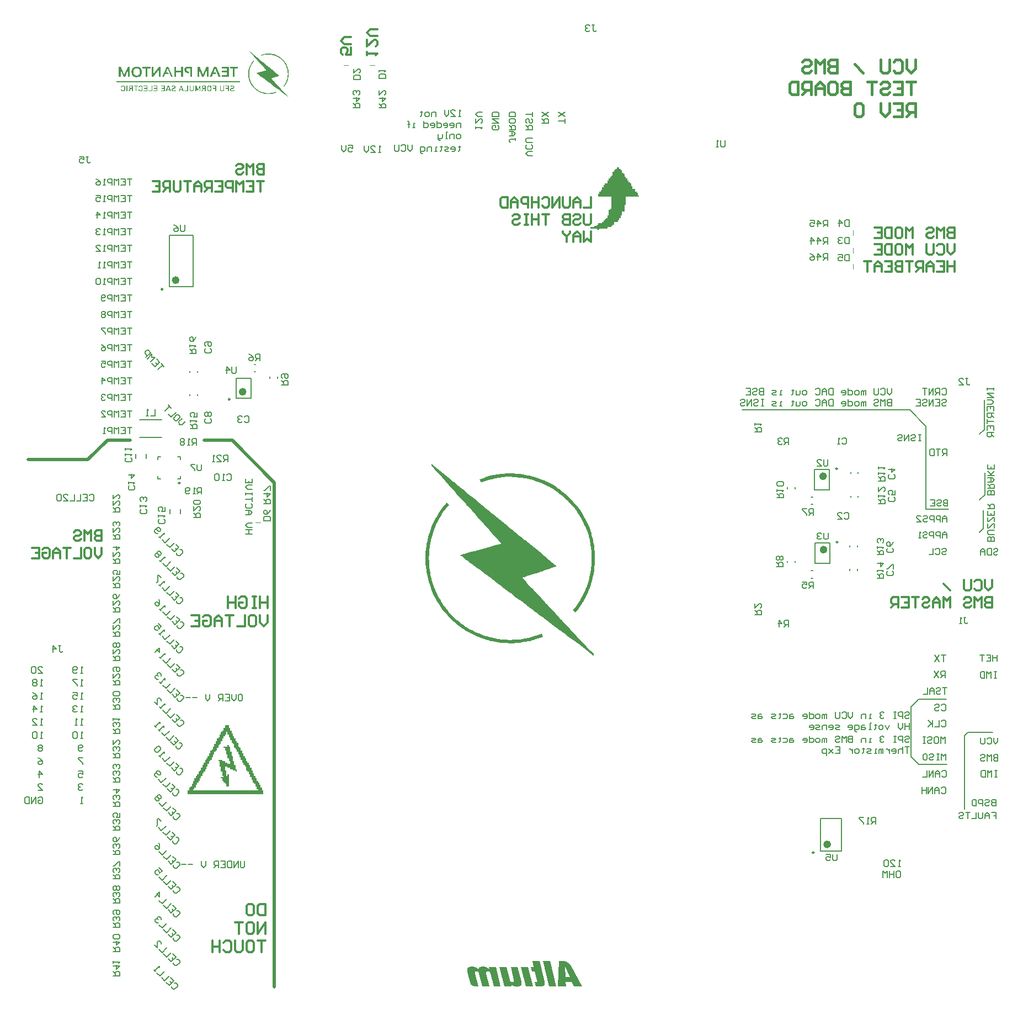
<source format=gbo>
G04*
G04 #@! TF.GenerationSoftware,Altium Limited,Altium Designer,18.1.11 (251)*
G04*
G04 Layer_Color=32896*
%FSLAX25Y25*%
%MOIN*%
G70*
G01*
G75*
%ADD10C,0.00787*%
%ADD12C,0.01181*%
%ADD17C,0.00984*%
%ADD18C,0.01968*%
%ADD44C,0.02362*%
%ADD45C,0.01575*%
%ADD66C,0.00197*%
G36*
X361109Y498318D02*
X361909D01*
Y497518D01*
X362709D01*
Y496718D01*
Y495918D01*
X363509D01*
Y495118D01*
X364309D01*
Y494318D01*
Y493518D01*
X365109D01*
Y492718D01*
X365909D01*
Y491918D01*
Y491118D01*
X366709D01*
Y490318D01*
X367509D01*
Y489518D01*
X368309D01*
Y488718D01*
Y487918D01*
X369109D01*
Y487118D01*
Y486318D01*
X370709D01*
Y485518D01*
Y484718D01*
X371509D01*
Y483918D01*
X372309D01*
Y483118D01*
Y482318D01*
X373109D01*
Y481518D01*
X365109D01*
Y480718D01*
Y479918D01*
Y479118D01*
Y478318D01*
Y477518D01*
Y476718D01*
X364309D01*
Y475918D01*
Y475118D01*
Y474318D01*
Y473518D01*
Y472718D01*
X362709D01*
Y471918D01*
Y471118D01*
Y470318D01*
X361909D01*
Y469518D01*
Y468718D01*
X361109D01*
Y467918D01*
Y467118D01*
X360309D01*
Y466318D01*
X357909D01*
Y465518D01*
Y464718D01*
X357109D01*
Y463918D01*
X356309D01*
Y463118D01*
X353909D01*
Y462318D01*
X349109D01*
Y461518D01*
X347509D01*
Y462318D01*
X343509D01*
Y463118D01*
X345909D01*
Y463918D01*
X347509D01*
Y464718D01*
X348309D01*
Y465518D01*
X350709D01*
Y466318D01*
X351509D01*
Y467118D01*
X352309D01*
Y467918D01*
X353109D01*
Y468718D01*
X353909D01*
Y469518D01*
Y470318D01*
X354709D01*
Y471118D01*
Y471918D01*
Y472718D01*
Y473518D01*
X355509D01*
Y474318D01*
X356309D01*
Y475118D01*
Y475918D01*
Y476718D01*
Y477518D01*
Y478318D01*
Y479118D01*
Y479918D01*
Y480718D01*
Y481518D01*
X348309D01*
Y482318D01*
Y483118D01*
X349109D01*
Y483918D01*
Y484718D01*
X349909D01*
Y485518D01*
X350709D01*
Y486318D01*
Y487118D01*
X351509D01*
Y487918D01*
Y488718D01*
X352309D01*
Y489518D01*
X353909D01*
Y490318D01*
Y491118D01*
X354709D01*
Y491918D01*
Y492718D01*
X355509D01*
Y493518D01*
X356309D01*
Y494318D01*
X357109D01*
Y495118D01*
Y495918D01*
Y496718D01*
X357909D01*
Y497518D01*
X358709D01*
Y498318D01*
X359509D01*
Y499118D01*
X361109D01*
Y498318D01*
D02*
G37*
G36*
X125263Y161641D02*
Y160841D01*
X126063D01*
Y160041D01*
Y159241D01*
X126863D01*
Y158441D01*
Y157641D01*
X127663D01*
Y156841D01*
Y156041D01*
X128463D01*
Y155241D01*
Y154441D01*
X129263D01*
Y153641D01*
Y152841D01*
X130063D01*
Y152041D01*
X130863D01*
Y151241D01*
Y150441D01*
Y149641D01*
X131663D01*
Y148841D01*
X132463D01*
Y148041D01*
Y147241D01*
X133263D01*
Y146441D01*
Y145641D01*
X134063D01*
Y144841D01*
Y144041D01*
X134863D01*
Y143241D01*
Y142441D01*
X135663D01*
Y141641D01*
Y140841D01*
X136463D01*
Y140041D01*
X137263D01*
Y139241D01*
Y138441D01*
X138063D01*
Y137641D01*
Y136841D01*
X138863D01*
Y136041D01*
Y135241D01*
X139663D01*
Y134441D01*
Y133641D01*
X140463D01*
Y132841D01*
Y132041D01*
X141263D01*
Y131241D01*
Y130441D01*
X142063D01*
Y129641D01*
Y128841D01*
X142863D01*
Y128041D01*
X143663D01*
Y127241D01*
Y126441D01*
X144463D01*
Y125641D01*
Y124841D01*
X145263D01*
Y124041D01*
Y123241D01*
X146063D01*
Y122441D01*
Y121641D01*
Y120841D01*
X100463D01*
Y121641D01*
Y122441D01*
Y123241D01*
X101263D01*
Y124041D01*
Y124841D01*
X102063D01*
Y125641D01*
X102863D01*
Y126441D01*
Y127241D01*
X103663D01*
Y128041D01*
Y128841D01*
X104463D01*
Y129641D01*
Y130441D01*
X105263D01*
Y131241D01*
Y132041D01*
X106063D01*
Y132841D01*
X106863D01*
Y133641D01*
Y134441D01*
X107663D01*
Y135241D01*
X108463D01*
Y136041D01*
Y136841D01*
X109263D01*
Y137641D01*
Y138441D01*
X110063D01*
Y139241D01*
Y140041D01*
X110863D01*
Y140841D01*
Y141641D01*
X111663D01*
Y142441D01*
X112463D01*
Y143241D01*
Y144041D01*
X113263D01*
Y144841D01*
Y145641D01*
X114063D01*
Y146441D01*
Y147241D01*
X114863D01*
Y148041D01*
X115663D01*
Y148841D01*
Y149641D01*
X116463D01*
Y150441D01*
Y151241D01*
X117263D01*
Y152041D01*
Y152841D01*
X118063D01*
Y153641D01*
Y154441D01*
X118863D01*
Y155241D01*
X119663D01*
Y156041D01*
Y156841D01*
X120463D01*
Y157641D01*
Y158441D01*
X121263D01*
Y159241D01*
X122063D01*
Y160041D01*
Y160841D01*
X122863D01*
Y161641D01*
Y162441D01*
X125263D01*
Y161641D01*
D02*
G37*
G36*
X298775Y314303D02*
X299868D01*
X300634Y314194D01*
X301180Y314084D01*
X301399D01*
X304461Y313647D01*
X305773Y313319D01*
X306977Y313100D01*
X308070Y312772D01*
X308836Y312663D01*
X309273Y312444D01*
X309492D01*
X312444Y311460D01*
X313757Y311022D01*
X314960Y310475D01*
X315944Y310147D01*
X316709Y309819D01*
X317147Y309601D01*
X317366Y309491D01*
X320100Y308070D01*
X321303Y307414D01*
X322396Y306757D01*
X323271Y306101D01*
X323927Y305664D01*
X324474Y305336D01*
X324583Y305226D01*
X327099Y303258D01*
X328192Y302383D01*
X329176Y301508D01*
X330051Y300743D01*
X330708Y300196D01*
X331145Y299758D01*
X331254Y299649D01*
X333442Y297352D01*
X334316Y296259D01*
X335191Y295274D01*
X335847Y294509D01*
X336394Y293743D01*
X336722Y293306D01*
X336832Y293197D01*
X338581Y290463D01*
X339347Y289260D01*
X340003Y288057D01*
X340550Y287072D01*
X340987Y286307D01*
X341206Y285870D01*
X341316Y285651D01*
X342628Y282807D01*
X343175Y281495D01*
X343612Y280183D01*
X343940Y279199D01*
X344268Y278433D01*
X344378Y277886D01*
X344487Y277667D01*
X345252Y274715D01*
X345471Y273293D01*
X345690Y272090D01*
X345909Y270997D01*
X346018Y270231D01*
X346127Y269684D01*
Y269465D01*
X346346Y266404D01*
Y264982D01*
Y263779D01*
Y262685D01*
Y261920D01*
Y261373D01*
Y261154D01*
X346237Y259623D01*
X346127Y258092D01*
X346018Y256670D01*
X345909Y255358D01*
X345690Y254374D01*
X345581Y253499D01*
X345471Y253062D01*
Y252843D01*
X344706Y249999D01*
X344268Y248578D01*
X343940Y247484D01*
X343612Y246391D01*
X343284Y245625D01*
X343175Y245188D01*
X343065Y244969D01*
X341862Y242126D01*
X341206Y240813D01*
X340659Y239720D01*
X340222Y238735D01*
X339785Y237970D01*
X339566Y237532D01*
X339456Y237314D01*
X337816Y234689D01*
X337051Y233595D01*
X336285Y232611D01*
X335629Y231736D01*
X335082Y231080D01*
X334754Y230643D01*
X334645Y230533D01*
X333114Y231846D01*
X334863Y234142D01*
X335629Y235236D01*
X336394Y236329D01*
X336941Y237095D01*
X337379Y237860D01*
X337597Y238298D01*
X337707Y238407D01*
X339128Y241032D01*
X339675Y242235D01*
X340222Y243438D01*
X340659Y244313D01*
X340878Y245078D01*
X341097Y245516D01*
X341206Y245734D01*
X342190Y248468D01*
X342518Y249781D01*
X342847Y250984D01*
X343065Y251968D01*
X343284Y252733D01*
X343393Y253171D01*
Y253390D01*
X343831Y256233D01*
X344050Y257545D01*
X344268Y258748D01*
X344378Y259733D01*
Y260498D01*
X344487Y260935D01*
Y261154D01*
Y264107D01*
X344378Y265419D01*
Y266622D01*
X344268Y267716D01*
Y268481D01*
X344159Y268919D01*
Y269137D01*
X343721Y272090D01*
X343393Y273403D01*
X343175Y274605D01*
X342847Y275699D01*
X342737Y276465D01*
X342518Y276902D01*
Y277121D01*
X341534Y279964D01*
X340987Y281276D01*
X340550Y282479D01*
X340113Y283354D01*
X339785Y284120D01*
X339566Y284667D01*
X339456Y284776D01*
X338035Y287510D01*
X337269Y288713D01*
X336613Y289807D01*
X336066Y290681D01*
X335629Y291447D01*
X335301Y291884D01*
X335191Y291994D01*
X333223Y294400D01*
X332348Y295493D01*
X331473Y296368D01*
X330817Y297134D01*
X330270Y297680D01*
X329833Y298118D01*
X329723Y298227D01*
X327536Y300305D01*
X326443Y301289D01*
X325458Y302055D01*
X324693Y302711D01*
X324037Y303258D01*
X323599Y303586D01*
X323490Y303695D01*
X320974Y305226D01*
X319772Y305882D01*
X318678Y306429D01*
X317803Y306867D01*
X317147Y307195D01*
X316600Y307413D01*
X316491Y307523D01*
X313757Y308726D01*
X312554Y309273D01*
X311351Y309710D01*
X310367Y310038D01*
X309601Y310257D01*
X309164Y310475D01*
X308945D01*
X306102Y311132D01*
X304789Y311460D01*
X303586Y311679D01*
X302602Y311788D01*
X301836Y311897D01*
X301399Y312007D01*
X301180D01*
X298228Y312335D01*
X296915D01*
X295712Y312444D01*
X293197D01*
X290244Y312225D01*
X288932Y312007D01*
X287729Y311788D01*
X286635Y311679D01*
X285870Y311460D01*
X285433Y311350D01*
X285214D01*
X282370Y310694D01*
X281058Y310257D01*
X279855Y309929D01*
X278980Y309601D01*
X278215Y309273D01*
X277668Y309163D01*
X277559Y309054D01*
X276684Y311022D01*
X279637Y312007D01*
X280949Y312444D01*
X282152Y312772D01*
X283245Y313100D01*
X284011Y313319D01*
X284558Y313428D01*
X284776D01*
X287839Y313975D01*
X289260Y314084D01*
X290463Y314303D01*
X291557D01*
X292322Y314412D01*
X297571D01*
X298775Y314303D01*
D02*
G37*
G36*
X258311Y295712D02*
X256343Y293306D01*
X255468Y292212D01*
X254812Y291228D01*
X254156Y290353D01*
X253718Y289588D01*
X253499Y289150D01*
X253390Y289041D01*
X251859Y286416D01*
X251203Y285213D01*
X250656Y284120D01*
X250219Y283136D01*
X249891Y282370D01*
X249781Y281932D01*
X249672Y281714D01*
X248688Y278871D01*
X248250Y277558D01*
X247922Y276355D01*
X247594Y275371D01*
X247375Y274605D01*
X247266Y274168D01*
Y273949D01*
X246719Y270996D01*
X246500Y269684D01*
X246391Y268481D01*
X246282Y267497D01*
X246172Y266622D01*
Y266185D01*
Y265966D01*
X246063Y262904D01*
X246172Y261482D01*
Y260279D01*
X246282Y259186D01*
Y258420D01*
X246391Y257873D01*
Y257655D01*
X246829Y254702D01*
X247047Y253390D01*
X247266Y252187D01*
X247594Y251093D01*
X247703Y250327D01*
X247922Y249890D01*
Y249671D01*
X248906Y246719D01*
X249453Y245406D01*
X249891Y244203D01*
X250328Y243219D01*
X250656Y242454D01*
X250875Y242016D01*
X250984Y241797D01*
X251750Y240376D01*
X252406Y239063D01*
X253171Y237860D01*
X253828Y236767D01*
X254374Y235892D01*
X254812Y235126D01*
X255140Y234689D01*
X255249Y234580D01*
X256233Y233267D01*
X257218Y232064D01*
X258093Y230971D01*
X258967Y229987D01*
X259733Y229112D01*
X260280Y228565D01*
X260717Y228127D01*
X260827Y228018D01*
X263123Y225940D01*
X264217Y225065D01*
X265201Y224190D01*
X266076Y223534D01*
X266841Y223097D01*
X267279Y222769D01*
X267388Y222659D01*
X269903Y221019D01*
X271106Y220363D01*
X272200Y219816D01*
X273184Y219269D01*
X273840Y218941D01*
X274278Y218723D01*
X274497Y218613D01*
X277231Y217410D01*
X278543Y216973D01*
X279746Y216645D01*
X280730Y216317D01*
X281496Y216098D01*
X281933Y215879D01*
X282152D01*
X285104Y215114D01*
X286417Y214786D01*
X287620Y214567D01*
X288604Y214457D01*
X289479Y214348D01*
X289916Y214239D01*
X290135D01*
X293088Y214129D01*
X294510Y214020D01*
X295712D01*
X296806Y214129D01*
X298337D01*
X301399Y214348D01*
X302712Y214567D01*
X303914Y214786D01*
X305008Y214895D01*
X305773Y215114D01*
X306211Y215223D01*
X306430D01*
X309273Y216098D01*
X310585Y216535D01*
X311788Y216863D01*
X312773Y217301D01*
X313538Y217629D01*
X313976Y217738D01*
X314194Y217848D01*
X315069Y215988D01*
X312116Y214895D01*
X310804Y214457D01*
X309492Y214020D01*
X308507Y213801D01*
X307633Y213583D01*
X307195Y213364D01*
X306977D01*
X303805Y212817D01*
X302383Y212598D01*
X301071Y212380D01*
X299977Y212270D01*
X299212Y212161D01*
X298446D01*
X297790Y212052D01*
X295275D01*
X292760Y212161D01*
X291557D01*
X290573Y212270D01*
X289698Y212380D01*
X288932D01*
X288495Y212489D01*
X288385D01*
X285870Y212926D01*
X284667Y213145D01*
X283683Y213364D01*
X282808Y213583D01*
X282152Y213801D01*
X281714Y213911D01*
X281605D01*
X278652Y214895D01*
X277340Y215332D01*
X276137Y215879D01*
X275153Y216207D01*
X274387Y216535D01*
X273950Y216754D01*
X273731Y216863D01*
X270888Y218285D01*
X269575Y218941D01*
X268482Y219597D01*
X267497Y220144D01*
X266841Y220582D01*
X266295Y220910D01*
X266185Y221019D01*
X263670Y222988D01*
X262576Y223862D01*
X261483Y224737D01*
X260717Y225503D01*
X260061Y226050D01*
X259624Y226487D01*
X259514Y226596D01*
X257218Y229002D01*
X256233Y230096D01*
X255359Y231080D01*
X254593Y231955D01*
X254046Y232721D01*
X253718Y233158D01*
X253609Y233267D01*
X251859Y236001D01*
X251094Y237314D01*
X250437Y238517D01*
X249891Y239501D01*
X249453Y240266D01*
X249234Y240704D01*
X249125Y240923D01*
X247813Y243875D01*
X247266Y245297D01*
X246829Y246500D01*
X246500Y247593D01*
X246282Y248468D01*
X246063Y248906D01*
Y249125D01*
X245297Y252187D01*
X244969Y253608D01*
X244751Y254811D01*
X244641Y255905D01*
X244532Y256780D01*
X244423Y257217D01*
Y257436D01*
X244094Y260607D01*
Y262029D01*
Y263341D01*
Y264435D01*
Y265310D01*
Y265857D01*
Y266075D01*
X244423Y269137D01*
X244532Y270559D01*
X244751Y271762D01*
X244969Y272856D01*
X245188Y273730D01*
X245297Y274168D01*
Y274387D01*
X246063Y277449D01*
X246500Y278761D01*
X246829Y279964D01*
X247266Y281058D01*
X247485Y281823D01*
X247703Y282261D01*
X247813Y282479D01*
X249016Y285323D01*
X249672Y286635D01*
X250328Y287729D01*
X250875Y288713D01*
X251203Y289369D01*
X251531Y289916D01*
X251640Y290025D01*
X252515Y291447D01*
X253390Y292650D01*
X254265Y293853D01*
X255030Y294837D01*
X255796Y295712D01*
X256343Y296368D01*
X256671Y296806D01*
X256780Y296915D01*
X258311Y295712D01*
D02*
G37*
G36*
X251312Y317365D02*
X254702Y314631D01*
X257874Y312007D01*
X260717Y309710D01*
X261920Y308726D01*
X263123Y307741D01*
X264107Y306976D01*
X264982Y306210D01*
X265638Y305664D01*
X266185Y305226D01*
X266513Y305008D01*
X266623Y304898D01*
X270122Y302055D01*
X273512Y299211D01*
X276684Y296696D01*
X279527Y294290D01*
X280730Y293306D01*
X281933Y292322D01*
X282917Y291556D01*
X283792Y290791D01*
X284448Y290244D01*
X284995Y289807D01*
X285323Y289588D01*
X285433Y289478D01*
X288932Y286635D01*
X292322Y283901D01*
X295494Y281276D01*
X297025Y280073D01*
X298337Y278980D01*
X299649Y277886D01*
X300743Y277011D01*
X301727Y276136D01*
X302602Y275480D01*
X303258Y274934D01*
X303805Y274496D01*
X304133Y274277D01*
X304242Y274168D01*
X307851Y271325D01*
X311242Y268481D01*
X314522Y265857D01*
X315944Y264544D01*
X317366Y263451D01*
X318678Y262357D01*
X319772Y261482D01*
X320756Y260607D01*
X321631Y259842D01*
X322287Y259295D01*
X322834Y258858D01*
X323162Y258639D01*
X323271Y258529D01*
X321303Y257873D01*
X319553Y257217D01*
X317803Y256670D01*
X316272Y256124D01*
X314960Y255686D01*
X313976Y255358D01*
X313319Y255139D01*
X313101Y255030D01*
X311132Y254374D01*
X309273Y253827D01*
X307633Y253280D01*
X305992Y252733D01*
X304680Y252296D01*
X303696Y251968D01*
X303040Y251749D01*
X302930Y251640D01*
X302821D01*
X304024Y250109D01*
X305117Y248906D01*
X305445Y248359D01*
X305773Y248031D01*
X305992Y247812D01*
X306102Y247703D01*
X307305Y246391D01*
X308398Y245297D01*
X308836Y244860D01*
X309164Y244531D01*
X309382Y244313D01*
X309492Y244203D01*
X312663Y240813D01*
X314085Y239282D01*
X315397Y237860D01*
X316491Y236658D01*
X317366Y235673D01*
X317913Y235126D01*
X318131Y235017D01*
Y234908D01*
X321303Y231518D01*
X322724Y229987D01*
X324037Y228565D01*
X325130Y227362D01*
X326005Y226378D01*
X326552Y225831D01*
X326771Y225722D01*
Y225612D01*
X328411Y223862D01*
X329942Y222222D01*
X331364Y220582D01*
X332676Y219160D01*
X333770Y218066D01*
X334645Y217082D01*
X335191Y216535D01*
X335410Y216317D01*
X338581Y212926D01*
X340003Y211395D01*
X341316Y209974D01*
X342409Y208880D01*
X343284Y207896D01*
X343831Y207349D01*
X344050Y207130D01*
X344924Y206474D01*
X345252Y206256D01*
X345362Y206146D01*
X345690Y205709D01*
X345799Y205381D01*
Y205052D01*
Y204943D01*
X345690Y204724D01*
X345252D01*
X344924Y204943D01*
X344815Y205052D01*
X344268Y205599D01*
X343831Y205927D01*
X343503Y206037D01*
X343393Y206146D01*
X339894Y208771D01*
X336504Y211395D01*
X333332Y213801D01*
X330489Y215879D01*
X329177Y216863D01*
X328083Y217738D01*
X327099Y218504D01*
X326224Y219160D01*
X325568Y219707D01*
X325021Y220035D01*
X324693Y220253D01*
X324583Y220363D01*
X321084Y222988D01*
X317694Y225503D01*
X314522Y227909D01*
X312991Y229002D01*
X311679Y230096D01*
X310367Y230971D01*
X309273Y231846D01*
X308289Y232611D01*
X307414Y233267D01*
X306648Y233814D01*
X306211Y234142D01*
X305883Y234361D01*
X305773Y234470D01*
X302274Y237204D01*
X298775Y239720D01*
X295603Y242126D01*
X294072Y243328D01*
X292650Y244313D01*
X291447Y245297D01*
X290244Y246172D01*
X289260Y246937D01*
X288385Y247593D01*
X287729Y248140D01*
X287182Y248468D01*
X286854Y248687D01*
X286745Y248797D01*
X283245Y251421D01*
X279855Y254046D01*
X276574Y256452D01*
X275153Y257545D01*
X273731Y258529D01*
X272528Y259514D01*
X271325Y260389D01*
X270341Y261154D01*
X269466Y261810D01*
X268810Y262357D01*
X268263Y262685D01*
X267935Y262904D01*
X267826Y263013D01*
X267388Y263451D01*
X266951Y263779D01*
X266623Y263998D01*
X266513Y264107D01*
X265967Y264544D01*
X265420Y264872D01*
X264982Y265200D01*
X264873Y265310D01*
X267279Y265966D01*
X269466Y266622D01*
X271653Y267169D01*
X273512Y267716D01*
X275153Y268044D01*
X275809Y268263D01*
X276356Y268372D01*
X276793Y268591D01*
X277121D01*
X277340Y268700D01*
X277449D01*
X279746Y269356D01*
X282042Y270012D01*
X284120Y270559D01*
X285979Y271106D01*
X287620Y271434D01*
X288276Y271653D01*
X288823Y271762D01*
X289260Y271981D01*
X289588D01*
X289807Y272090D01*
X289916D01*
X287948Y274277D01*
X285979Y276465D01*
X284120Y278433D01*
X282589Y280292D01*
X281168Y281823D01*
X280074Y283026D01*
X279746Y283464D01*
X279418Y283792D01*
X279308Y283901D01*
X279199Y284010D01*
X277231Y286307D01*
X275262Y288385D01*
X273512Y290463D01*
X271872Y292212D01*
X270560Y293743D01*
X269466Y294946D01*
X269138Y295384D01*
X268810Y295712D01*
X268701Y295821D01*
X268591Y295931D01*
X266623Y298227D01*
X264654Y300305D01*
X262795Y302383D01*
X261264Y304133D01*
X259842Y305664D01*
X258749Y306867D01*
X258421Y307304D01*
X258092Y307632D01*
X257983Y307741D01*
X257874Y307851D01*
X255905Y310038D01*
X254046Y312116D01*
X252296Y314084D01*
X250765Y315834D01*
X249453Y317365D01*
X248359Y318568D01*
X248031Y319006D01*
X247703Y319334D01*
X247594Y319443D01*
X247485Y319552D01*
X247594Y319771D01*
X247703Y319881D01*
Y320099D01*
X247813Y320209D01*
X251312Y317365D01*
D02*
G37*
G36*
X279155Y16870D02*
X279271Y16855D01*
X279402D01*
X279548Y16826D01*
X279884Y16782D01*
X280234Y16695D01*
X280598Y16592D01*
X280948Y16447D01*
X280962D01*
X280992Y16432D01*
X281035Y16403D01*
X281108Y16374D01*
X281181Y16330D01*
X281269Y16272D01*
X281487Y16126D01*
X281735Y15951D01*
X282012Y15732D01*
X282275Y15470D01*
X282537Y15164D01*
X282581D01*
X282246Y16563D01*
X286590D01*
X289477Y5016D01*
X285176D01*
X283252Y12641D01*
Y12656D01*
X283237Y12671D01*
X283222Y12758D01*
X283179Y12875D01*
X283120Y13020D01*
X283048Y13195D01*
X282945Y13356D01*
X282829Y13516D01*
X282683Y13662D01*
X282668Y13677D01*
X282610Y13720D01*
X282523Y13764D01*
X282406Y13837D01*
X282260Y13895D01*
X282085Y13939D01*
X281881Y13983D01*
X281662Y13997D01*
X281560D01*
X281458Y13983D01*
X281327Y13953D01*
X281181Y13910D01*
X281035Y13851D01*
X280919Y13779D01*
X280817Y13662D01*
X280802Y13647D01*
X280788Y13604D01*
X280758Y13516D01*
X280729Y13414D01*
X280715Y13268D01*
Y13079D01*
X280744Y12875D01*
X280802Y12627D01*
X282698Y5016D01*
X278396D01*
X276486Y12641D01*
Y12656D01*
X276472Y12671D01*
X276457Y12758D01*
X276414Y12875D01*
X276341Y13020D01*
X276268Y13195D01*
X276166Y13356D01*
X276049Y13516D01*
X275903Y13662D01*
X275889Y13677D01*
X275830Y13720D01*
X275743Y13764D01*
X275612Y13837D01*
X275466Y13895D01*
X275276Y13939D01*
X275072Y13983D01*
X274839Y13997D01*
X274737D01*
X274635Y13983D01*
X274504Y13953D01*
X274358Y13910D01*
X274227Y13851D01*
X274095Y13779D01*
X274008Y13662D01*
X273993Y13647D01*
X273979Y13604D01*
X273950Y13516D01*
X273920Y13414D01*
X273906Y13268D01*
Y13093D01*
X273920Y12889D01*
X273979Y12641D01*
X275889Y5016D01*
X273877D01*
X273804Y5031D01*
X273716D01*
X273614Y5045D01*
X273366Y5089D01*
X273089Y5162D01*
X272769Y5264D01*
X272448Y5410D01*
X272127Y5614D01*
X272112Y5628D01*
X272083Y5643D01*
X272054Y5672D01*
X271996Y5716D01*
X271850Y5847D01*
X271675Y6022D01*
X271485Y6241D01*
X271311Y6503D01*
X271165Y6795D01*
X271048Y7115D01*
X269386Y13720D01*
Y13735D01*
X269371Y13764D01*
Y13808D01*
X269357Y13881D01*
X269328Y14041D01*
X269284Y14260D01*
X269255Y14508D01*
X269240Y14755D01*
Y15018D01*
X269269Y15266D01*
Y15280D01*
Y15295D01*
X269284Y15368D01*
X269328Y15484D01*
X269371Y15630D01*
X269430Y15776D01*
X269517Y15936D01*
X269634Y16097D01*
X269765Y16243D01*
X269780Y16257D01*
X269838Y16301D01*
X269940Y16359D01*
X270057Y16432D01*
X270202Y16505D01*
X270392Y16592D01*
X270582Y16665D01*
X270800Y16724D01*
X270829Y16738D01*
X270902Y16753D01*
X271019Y16782D01*
X271179Y16811D01*
X271384Y16840D01*
X271617Y16855D01*
X271865Y16884D01*
X272331D01*
X272462Y16870D01*
X272623Y16855D01*
X272798Y16840D01*
X273162Y16782D01*
X273177D01*
X273250Y16768D01*
X273352Y16738D01*
X273468Y16709D01*
X273629Y16665D01*
X273789Y16607D01*
X274154Y16476D01*
X274183Y16461D01*
X274241Y16447D01*
X274343Y16403D01*
X274474Y16345D01*
X274620Y16257D01*
X274781Y16170D01*
X274956Y16068D01*
X275131Y15936D01*
X275145Y15922D01*
X275203Y15878D01*
X275291Y15805D01*
X275408Y15703D01*
X275539Y15572D01*
X275670Y15426D01*
X275816Y15266D01*
X275962Y15091D01*
Y15105D01*
X275976Y15164D01*
X276005Y15251D01*
X276034Y15353D01*
X276078Y15484D01*
X276136Y15616D01*
X276268Y15878D01*
X276282Y15893D01*
X276297Y15936D01*
X276341Y15995D01*
X276399Y16082D01*
X276472Y16170D01*
X276574Y16257D01*
X276676Y16359D01*
X276793Y16447D01*
X276807Y16461D01*
X276851Y16476D01*
X276924Y16520D01*
X277026Y16563D01*
X277157Y16622D01*
X277303Y16680D01*
X277463Y16724D01*
X277653Y16768D01*
X277682D01*
X277740Y16782D01*
X277842Y16811D01*
X277988Y16826D01*
X278163Y16855D01*
X278367Y16870D01*
X278601Y16884D01*
X279052D01*
X279155Y16870D01*
D02*
G37*
G36*
X301987Y7815D02*
Y7801D01*
X302002Y7772D01*
Y7728D01*
X302016Y7670D01*
X302045Y7495D01*
X302089Y7290D01*
X302118Y7043D01*
X302133Y6795D01*
Y6547D01*
X302103Y6299D01*
Y6270D01*
X302074Y6197D01*
X302045Y6095D01*
X301987Y5949D01*
X301914Y5803D01*
X301827Y5658D01*
X301695Y5512D01*
X301550Y5381D01*
X301535Y5366D01*
X301477Y5322D01*
X301389Y5264D01*
X301287Y5191D01*
X301141Y5103D01*
X300981Y5016D01*
X300791Y4943D01*
X300587Y4870D01*
X300558D01*
X300485Y4841D01*
X300368Y4826D01*
X300208Y4797D01*
X300019Y4768D01*
X299785Y4739D01*
X299537Y4724D01*
X299056D01*
X298969Y4739D01*
X298838Y4754D01*
X298706D01*
X298561Y4783D01*
X298240Y4826D01*
X297890Y4899D01*
X297540Y5001D01*
X297190Y5147D01*
X297176D01*
X297146Y5162D01*
X297103Y5191D01*
X297030Y5220D01*
X296957Y5264D01*
X296869Y5322D01*
X296651Y5453D01*
X296403Y5628D01*
X296140Y5847D01*
X295878Y6095D01*
X295615Y6386D01*
X295557D01*
X295892Y5001D01*
X291606D01*
X288719Y16563D01*
X293020D01*
X294945Y8923D01*
Y8909D01*
X294959Y8894D01*
X294974Y8807D01*
X295018Y8690D01*
X295076Y8544D01*
X295163Y8369D01*
X295266Y8194D01*
X295382Y8034D01*
X295528Y7888D01*
X295543Y7874D01*
X295601Y7830D01*
X295688Y7772D01*
X295805Y7713D01*
X295951Y7655D01*
X296126Y7597D01*
X296330Y7553D01*
X296563Y7538D01*
X296665D01*
X296767Y7553D01*
X296884Y7582D01*
X297030Y7626D01*
X297161Y7684D01*
X297277Y7772D01*
X297380Y7888D01*
X297394Y7903D01*
X297409Y7961D01*
X297438Y8034D01*
X297452Y8151D01*
X297482Y8297D01*
Y8472D01*
X297452Y8676D01*
X297409Y8923D01*
X295499Y16563D01*
X299800D01*
X301987Y7815D01*
D02*
G37*
G36*
X327196Y20237D02*
X327356D01*
X327560Y20208D01*
X327794Y20179D01*
X328056Y20135D01*
X328333Y20077D01*
X328610Y20004D01*
X328625D01*
X328639Y19990D01*
X328683Y19975D01*
X328727Y19961D01*
X328872Y19917D01*
X329047Y19844D01*
X329266Y19756D01*
X329499Y19640D01*
X329733Y19523D01*
X329980Y19377D01*
X330010Y19363D01*
X330083Y19304D01*
X330199Y19217D01*
X330360Y19115D01*
X330535Y18969D01*
X330724Y18809D01*
X330928Y18634D01*
X331132Y18430D01*
X331161Y18401D01*
X331220Y18342D01*
X331307Y18225D01*
X331438Y18080D01*
X331570Y17905D01*
X331730Y17686D01*
X331891Y17467D01*
X332036Y17220D01*
X338583Y5001D01*
X333626Y5016D01*
X332459Y7655D01*
X328756D01*
X328902Y5001D01*
X323930D01*
X324498Y20252D01*
X327137D01*
X327196Y20237D01*
D02*
G37*
G36*
X323026Y5001D02*
X318710D01*
X314890Y20252D01*
X319191D01*
X323026Y5001D01*
D02*
G37*
G36*
X308956Y5001D02*
X304655D01*
X301754Y16563D01*
X306069D01*
X308956Y5001D01*
D02*
G37*
G36*
X315954Y7801D02*
Y7786D01*
X315969Y7757D01*
Y7713D01*
X315984Y7640D01*
X316027Y7480D01*
X316057Y7261D01*
X316100Y7013D01*
X316129Y6766D01*
X316144Y6503D01*
X316129Y6270D01*
Y6241D01*
X316115Y6168D01*
X316086Y6066D01*
X316042Y5935D01*
X315984Y5803D01*
X315896Y5658D01*
X315794Y5526D01*
X315663Y5410D01*
X315648Y5395D01*
X315590Y5366D01*
X315517Y5322D01*
X315401Y5264D01*
X315255Y5206D01*
X315080Y5133D01*
X314876Y5074D01*
X314642Y5016D01*
X314613D01*
X314526Y5001D01*
X314380Y4972D01*
X314190Y4958D01*
X313943Y4928D01*
X313666Y4914D01*
X313345Y4899D01*
X312630D01*
X312455Y4914D01*
X312033D01*
X311814Y4928D01*
X311712D01*
X311580Y4943D01*
X311420D01*
X311231Y4958D01*
X311027Y4972D01*
X310793Y4987D01*
X310545Y5001D01*
X309904Y7568D01*
X310808Y7568D01*
X310924Y7582D01*
X311056Y7611D01*
X311187Y7640D01*
X311289Y7699D01*
X311391Y7772D01*
X311406Y7786D01*
X311420Y7815D01*
X311449Y7874D01*
X311478Y7947D01*
X311508Y8049D01*
Y8165D01*
Y8311D01*
X311478Y8472D01*
X310108Y13968D01*
X308300Y13968D01*
X307659Y16563D01*
X309466D01*
X308533Y20092D01*
X312849Y20092D01*
X315954Y7801D01*
D02*
G37*
G36*
X97642Y553773D02*
X96469D01*
Y556426D01*
X93382D01*
Y553773D01*
X92234D01*
Y559998D01*
X93382D01*
Y557421D01*
X96469D01*
Y559998D01*
X97642D01*
Y553773D01*
D02*
G37*
G36*
X84096D02*
X82974D01*
Y558390D01*
X79683Y553773D01*
X78510D01*
Y559998D01*
X79632D01*
Y555457D01*
X82949Y559998D01*
X84096D01*
Y553773D01*
D02*
G37*
G36*
X112948D02*
X111877D01*
Y558084D01*
X110142Y553773D01*
X109147D01*
X107464Y558084D01*
Y553773D01*
X106392D01*
Y559998D01*
X107540D01*
X109632Y555278D01*
X111724Y559998D01*
X112948D01*
Y553773D01*
D02*
G37*
G36*
X65347Y553773D02*
X64301D01*
Y558084D01*
X62566Y553773D01*
X61597D01*
X59862Y558084D01*
Y553773D01*
X58816D01*
Y559997D01*
X59964D01*
X62030Y555278D01*
X64173Y559997D01*
X65347D01*
Y553773D01*
D02*
G37*
G36*
X130601Y559003D02*
X128790D01*
Y553773D01*
X127642D01*
Y559003D01*
X125831D01*
Y559998D01*
X130601D01*
Y559003D01*
D02*
G37*
G36*
X125193Y553773D02*
X120856D01*
Y554768D01*
X124071D01*
Y556400D01*
X121035D01*
Y557421D01*
X124020D01*
Y559003D01*
X120907D01*
Y559998D01*
X125193D01*
Y553773D01*
D02*
G37*
G36*
X120321D02*
X119147D01*
X117055Y558824D01*
X116086Y556452D01*
X117361D01*
X117744Y555457D01*
X115652D01*
X114964Y553773D01*
X113688D01*
X116418Y559998D01*
X117668D01*
X120321Y553773D01*
D02*
G37*
G36*
X103101D02*
X101953D01*
Y558977D01*
X100372D01*
X100142Y558952D01*
X99964Y558875D01*
X99836Y558799D01*
X99811Y558773D01*
X99683Y558620D01*
X99632Y558416D01*
X99607Y558263D01*
Y558237D01*
Y558212D01*
X99632Y558033D01*
X99658Y557880D01*
X99811Y557625D01*
X99887Y557523D01*
X99938Y557446D01*
X99989Y557421D01*
X100015Y557395D01*
X100168Y557293D01*
X100346Y557191D01*
X100754Y557064D01*
X100908Y557013D01*
X101061Y556987D01*
X101163Y556962D01*
X101188D01*
X101035Y555916D01*
X100576Y556018D01*
X100168Y556120D01*
X99811Y556248D01*
X99530Y556400D01*
X99326Y556503D01*
X99173Y556605D01*
X99071Y556681D01*
X99045Y556707D01*
X98816Y556936D01*
X98663Y557191D01*
X98535Y557446D01*
X98459Y557702D01*
X98408Y557906D01*
X98382Y558084D01*
Y558186D01*
Y558237D01*
X98408Y558543D01*
X98459Y558799D01*
X98535Y559028D01*
X98612Y559207D01*
X98714Y559360D01*
X98790Y559462D01*
X98841Y559513D01*
X98867Y559538D01*
X99071Y559691D01*
X99300Y559793D01*
X99530Y559895D01*
X99760Y559946D01*
X99964Y559972D01*
X100142Y559998D01*
X103101D01*
Y553773D01*
D02*
G37*
G36*
X91469D02*
X90295D01*
X88229Y558824D01*
X87234Y556452D01*
X88484D01*
X88892Y555457D01*
X86826D01*
X86086Y553773D01*
X84862D01*
X87566Y559998D01*
X88816D01*
X91469Y553773D01*
D02*
G37*
G36*
X77872Y559003D02*
X76061D01*
Y553773D01*
X74913Y553773D01*
Y559002D01*
X73127D01*
Y559997D01*
X77872Y559998D01*
Y559003D01*
D02*
G37*
G36*
X70091Y560023D02*
X70576Y559921D01*
X70984Y559793D01*
X71316Y559640D01*
X71571Y559487D01*
X71750Y559360D01*
X71877Y559258D01*
X71903Y559232D01*
X72158Y558900D01*
X72362Y558518D01*
X72489Y558135D01*
X72592Y557753D01*
X72642Y557395D01*
X72668Y557115D01*
X72694Y557013D01*
Y556936D01*
Y556885D01*
Y556860D01*
X72642Y556324D01*
X72540Y555839D01*
X72387Y555431D01*
X72234Y555099D01*
X72107Y554819D01*
X71979Y554640D01*
X71877Y554538D01*
X71852Y554487D01*
X71520Y554232D01*
X71163Y554028D01*
X70780Y553901D01*
X70398Y553798D01*
X70066Y553748D01*
X69811Y553722D01*
X69709Y553696D01*
X69556D01*
X69020Y553722D01*
X68535Y553824D01*
X68127Y553952D01*
X67821Y554105D01*
X67566Y554232D01*
X67387Y554360D01*
X67260Y554462D01*
X67234Y554487D01*
X66979Y554819D01*
X66775Y555202D01*
X66648Y555610D01*
X66546Y555992D01*
X66495Y556324D01*
X66444Y556605D01*
Y556707D01*
Y556783D01*
Y556834D01*
Y556860D01*
X66469Y557421D01*
X66571Y557906D01*
X66699Y558314D01*
X66826Y558645D01*
X66979Y558900D01*
X67107Y559079D01*
X67209Y559207D01*
X67234Y559232D01*
X67541Y559513D01*
X67923Y559717D01*
X68306Y559844D01*
X68688Y559946D01*
X69020Y559997D01*
X69301Y560048D01*
X69556D01*
X70091Y560023D01*
D02*
G37*
G36*
X132004Y550559D02*
X57464Y550559D01*
Y551094D01*
X132004Y551094D01*
Y550559D01*
D02*
G37*
G36*
X150218Y567829D02*
X150882Y567753D01*
X151468Y567676D01*
X151749Y567625D01*
X151979Y567574D01*
X152183Y567523D01*
X152361Y567472D01*
X152514Y567446D01*
X152616Y567421D01*
X152667Y567395D01*
X152693D01*
X153382Y567166D01*
X154045Y566885D01*
X154632Y566605D01*
X155167Y566324D01*
X155397Y566196D01*
X155601Y566069D01*
X155805Y565967D01*
X155958Y565865D01*
X156060Y565788D01*
X156162Y565737D01*
X156213Y565712D01*
X156239Y565686D01*
X156825Y565227D01*
X157387Y564742D01*
X157871Y564258D01*
X158280Y563798D01*
X158637Y563390D01*
X158790Y563237D01*
X158892Y563084D01*
X158994Y562957D01*
X159070Y562880D01*
X159096Y562829D01*
X159121Y562804D01*
X159530Y562166D01*
X159912Y561528D01*
X160193Y560916D01*
X160448Y560355D01*
X160550Y560100D01*
X160652Y559870D01*
X160703Y559666D01*
X160780Y559513D01*
X160831Y559360D01*
X160856Y559258D01*
X160882Y559207D01*
Y559181D01*
X161060Y558467D01*
X161213Y557753D01*
X161315Y557089D01*
X161366Y556477D01*
X161392Y556222D01*
Y555967D01*
X161417Y555763D01*
Y555584D01*
Y555431D01*
Y555329D01*
Y555253D01*
Y555227D01*
X161366Y554487D01*
X161264Y553798D01*
X161137Y553135D01*
X160984Y552549D01*
X160933Y552293D01*
X160856Y552064D01*
X160805Y551860D01*
X160729Y551707D01*
X160703Y551554D01*
X160652Y551452D01*
X160626Y551401D01*
Y551375D01*
X160346Y550686D01*
X160014Y550023D01*
X159683Y549411D01*
X159351Y548875D01*
X159198Y548645D01*
X159070Y548441D01*
X158943Y548263D01*
X158815Y548110D01*
X158739Y547982D01*
X158662Y547906D01*
X158637Y547855D01*
X158611Y547829D01*
X158177Y548212D01*
X158611Y548799D01*
X159019Y549385D01*
X159351Y549946D01*
X159606Y550457D01*
X159836Y550890D01*
X159912Y551094D01*
X159989Y551248D01*
X160040Y551375D01*
X160091Y551477D01*
X160116Y551528D01*
Y551554D01*
X160346Y552242D01*
X160499Y552906D01*
X160652Y553543D01*
X160729Y554105D01*
X160780Y554334D01*
X160805Y554564D01*
Y554768D01*
X160831Y554947D01*
X160856Y555074D01*
Y555176D01*
Y555227D01*
Y555253D01*
Y555967D01*
X160805Y556630D01*
X160729Y557268D01*
X160626Y557829D01*
X160575Y558084D01*
X160550Y558314D01*
X160499Y558518D01*
X160448Y558671D01*
X160422Y558824D01*
X160397Y558926D01*
X160371Y558977D01*
Y559003D01*
X160142Y559691D01*
X159861Y560329D01*
X159581Y560916D01*
X159300Y561426D01*
X159172Y561656D01*
X159045Y561860D01*
X158943Y562038D01*
X158841Y562191D01*
X158764Y562319D01*
X158713Y562395D01*
X158662Y562446D01*
Y562472D01*
X158203Y563059D01*
X157744Y563594D01*
X157285Y564079D01*
X156851Y564462D01*
X156468Y564793D01*
X156315Y564921D01*
X156188Y565023D01*
X156060Y565125D01*
X155984Y565176D01*
X155933Y565227D01*
X155907D01*
X155295Y565610D01*
X154708Y565941D01*
X154147Y566222D01*
X153611Y566452D01*
X153178Y566630D01*
X152973Y566707D01*
X152820Y566758D01*
X152693Y566809D01*
X152591Y566834D01*
X152540Y566860D01*
X152514D01*
X151825Y567038D01*
X151162Y567166D01*
X150524Y567242D01*
X149963Y567293D01*
X149708Y567319D01*
X149479Y567344D01*
X148764D01*
X148050Y567293D01*
X147361Y567217D01*
X146698Y567089D01*
X146137Y566936D01*
X145882Y566885D01*
X145652Y566809D01*
X145448Y566758D01*
X145295Y566681D01*
X145142Y566656D01*
X145040Y566605D01*
X144989Y566579D01*
X144963D01*
X144785Y567089D01*
X145499Y567344D01*
X146213Y567523D01*
X146877Y567676D01*
X147489Y567753D01*
X147744Y567803D01*
X147999Y567829D01*
X148203Y567854D01*
X148382D01*
X148535Y567880D01*
X149504D01*
X150218Y567829D01*
D02*
G37*
G36*
X108050Y545100D02*
X107515D01*
Y547294D01*
X107489D01*
X106749Y545610D01*
X106290D01*
X105576Y547294D01*
X105550D01*
Y545100D01*
X105015D01*
Y548620D01*
X105525D01*
X106520Y546324D01*
X107540Y548620D01*
X108050D01*
Y545100D01*
D02*
G37*
G36*
X122413Y546273D02*
X122387Y546095D01*
X122362Y545941D01*
X122336Y545839D01*
Y545788D01*
X122234Y545635D01*
X122132Y545533D01*
X122055Y545431D01*
X122030Y545406D01*
X121902Y545304D01*
X121775Y545202D01*
X121673Y545176D01*
X121647Y545151D01*
X121469Y545100D01*
X121316Y545074D01*
X121162D01*
X120958Y545100D01*
X120805Y545125D01*
X120703Y545151D01*
X120652D01*
X120499Y545227D01*
X120372Y545304D01*
X120295Y545380D01*
X120270Y545406D01*
X120142Y545533D01*
X120040Y545661D01*
X120015Y545763D01*
X119989Y545788D01*
X119938Y545967D01*
X119887Y546120D01*
Y546222D01*
Y546273D01*
Y548620D01*
X120423D01*
Y546350D01*
Y546222D01*
X120448Y546120D01*
X120474Y546069D01*
Y546043D01*
X120525Y545941D01*
X120576Y545865D01*
X120627Y545814D01*
X120652Y545788D01*
X120805Y545686D01*
X120856Y545635D01*
X120882D01*
X120958Y545610D01*
X121265D01*
X121367Y545635D01*
X121443D01*
X121596Y545737D01*
X121647Y545763D01*
X121673Y545788D01*
X121775Y545967D01*
X121826Y546018D01*
Y546043D01*
X121877Y546248D01*
Y546324D01*
Y546350D01*
Y548620D01*
X122413D01*
Y546273D01*
D02*
G37*
G36*
X104096D02*
X104071Y546095D01*
X104045Y545941D01*
X104020Y545839D01*
Y545788D01*
X103918Y545635D01*
X103816Y545533D01*
X103739Y545431D01*
X103714Y545406D01*
X103586Y545304D01*
X103459Y545202D01*
X103357Y545176D01*
X103331Y545151D01*
X103153Y545100D01*
X102999Y545074D01*
X102821D01*
X102642Y545100D01*
X102489Y545125D01*
X102387Y545151D01*
X102336D01*
X102183Y545227D01*
X102056Y545304D01*
X101979Y545380D01*
X101953Y545406D01*
X101826Y545533D01*
X101724Y545661D01*
X101698Y545763D01*
X101673Y545788D01*
X101622Y545967D01*
X101571Y546120D01*
Y546222D01*
Y546273D01*
Y548620D01*
X102107D01*
Y546350D01*
Y546222D01*
X102132Y546120D01*
X102158Y546069D01*
Y546043D01*
X102260Y545865D01*
X102285Y545814D01*
X102311Y545788D01*
X102464Y545686D01*
X102515Y545635D01*
X102540D01*
X102719Y545610D01*
X102948D01*
X103050Y545635D01*
X103127D01*
X103254Y545737D01*
X103305Y545763D01*
X103331Y545788D01*
X103408Y545890D01*
X103459Y545967D01*
X103510Y546018D01*
Y546043D01*
X103561Y546248D01*
Y546324D01*
Y546350D01*
Y548620D01*
X104096D01*
Y546273D01*
D02*
G37*
G36*
X72132Y548620D02*
X72234Y548595D01*
X72260D01*
X72387Y548569D01*
X72489Y548518D01*
X72540Y548492D01*
X72566Y548467D01*
X72745Y548339D01*
X72796Y548288D01*
X72821Y548263D01*
X72949Y548110D01*
X72974Y548059D01*
X73000Y548033D01*
X73025Y547906D01*
X73051Y547880D01*
Y547855D01*
X73076Y547727D01*
X73102Y547702D01*
Y547676D01*
X73127Y547574D01*
Y547498D01*
Y547396D01*
Y547370D01*
Y547217D01*
Y547064D01*
Y546936D01*
Y546911D01*
Y546885D01*
Y546656D01*
Y546503D01*
Y546375D01*
Y546350D01*
Y546222D01*
X73102Y546120D01*
Y546069D01*
Y546043D01*
Y545967D01*
Y545941D01*
Y545916D01*
X73076Y545865D01*
X73051Y545839D01*
X73025Y545788D01*
Y545763D01*
X73000Y545712D01*
Y545686D01*
X72872Y545533D01*
X72847Y545482D01*
X72821Y545457D01*
X72642Y545329D01*
X72592Y545278D01*
X72566Y545253D01*
X72362Y545151D01*
X72285Y545125D01*
X72260D01*
X72132Y545100D01*
X71979Y545074D01*
X71699D01*
X71571Y545100D01*
X71469Y545125D01*
X71443D01*
X71290Y545176D01*
X71188Y545253D01*
X71112Y545278D01*
X71086Y545304D01*
X70959Y545431D01*
X70857Y545533D01*
X70806Y545610D01*
X70780Y545635D01*
X70704Y545788D01*
X70653Y545941D01*
X70627Y546043D01*
Y546095D01*
X71188D01*
X71265Y545916D01*
X71367Y545814D01*
X71443Y545737D01*
X71469Y545712D01*
X71597Y545661D01*
X71724Y545635D01*
X71826Y545610D01*
X72056D01*
X72158Y545661D01*
X72183Y545686D01*
X72285Y545712D01*
X72311Y545737D01*
X72387Y545814D01*
X72413Y545839D01*
X72438D01*
X72489Y545941D01*
X72515Y545993D01*
X72540Y546095D01*
X72566Y546145D01*
X72592Y546222D01*
Y546324D01*
Y546401D01*
Y546426D01*
Y546579D01*
Y546732D01*
Y546834D01*
Y546885D01*
Y547038D01*
Y547166D01*
Y547268D01*
Y547294D01*
Y547421D01*
X72566Y547523D01*
Y547549D01*
Y547574D01*
X72540Y547676D01*
X72515Y547727D01*
X72464Y547829D01*
X72438Y547880D01*
X72336Y547931D01*
X72311Y547957D01*
X72234Y548033D01*
X72183Y548059D01*
X72107Y548084D01*
X72056D01*
X71928Y548110D01*
X71877Y548135D01*
X71852D01*
X71699Y548110D01*
X71648Y548084D01*
X71622D01*
X71495Y548033D01*
X71443Y548008D01*
Y547982D01*
X71316Y547855D01*
X71290Y547829D01*
Y547804D01*
X71214Y547676D01*
X71188Y547625D01*
Y547600D01*
X70627D01*
X70678Y547753D01*
X70729Y547880D01*
X70755Y547982D01*
X70780Y548008D01*
X70857Y548161D01*
X70933Y548263D01*
X71010Y548339D01*
X71035Y548365D01*
X71163Y548467D01*
X71290Y548518D01*
X71367Y548569D01*
X71418D01*
X71571Y548620D01*
X71699Y548645D01*
X72005D01*
X72132Y548620D01*
D02*
G37*
G36*
X61571D02*
X61648Y548595D01*
X61673D01*
X61801Y548569D01*
X61903Y548518D01*
X61979Y548492D01*
X62005Y548467D01*
X62107Y548416D01*
X62183Y548339D01*
X62234Y548288D01*
X62260Y548263D01*
X62362Y548110D01*
X62388Y548059D01*
X62413Y548033D01*
X62464Y547906D01*
X62489Y547880D01*
Y547855D01*
X62515Y547727D01*
Y547702D01*
Y547676D01*
X62541Y547574D01*
X62566Y547498D01*
X62592Y547396D01*
Y547370D01*
Y547217D01*
Y547064D01*
Y546936D01*
Y546911D01*
Y546885D01*
Y546656D01*
Y546503D01*
Y546375D01*
Y546350D01*
X62566Y546222D01*
X62541Y546120D01*
X62515Y546069D01*
Y546043D01*
Y545967D01*
Y545941D01*
Y545916D01*
X62489Y545865D01*
X62464Y545839D01*
Y545788D01*
Y545763D01*
X62438Y545712D01*
X62413Y545686D01*
X62311Y545533D01*
X62260Y545482D01*
Y545457D01*
X62081Y545329D01*
X62030Y545278D01*
X62005Y545253D01*
X61877Y545202D01*
X61775Y545151D01*
X61699Y545125D01*
X61673D01*
X61546Y545100D01*
X61418Y545074D01*
X61163D01*
X61010Y545100D01*
X60908Y545125D01*
X60882D01*
X60729Y545176D01*
X60602Y545253D01*
X60525Y545278D01*
X60500Y545304D01*
X60398Y545431D01*
X60321Y545533D01*
X60270Y545610D01*
X60245Y545635D01*
X60168Y545788D01*
X60092Y545941D01*
X60066Y546043D01*
X60041Y546095D01*
X60653D01*
X60729Y545916D01*
X60831Y545814D01*
X60908Y545737D01*
X60933Y545712D01*
X61061Y545661D01*
X61189Y545635D01*
X61265Y545610D01*
X61469D01*
X61597Y545661D01*
X61622Y545686D01*
X61648D01*
X61724Y545712D01*
X61750Y545737D01*
X61826Y545814D01*
X61852Y545839D01*
X61928Y545941D01*
X61954Y545993D01*
X61979Y546095D01*
Y546145D01*
X62005Y546222D01*
Y546324D01*
X62030Y546401D01*
Y546426D01*
Y546579D01*
Y546732D01*
Y546834D01*
Y546885D01*
Y547038D01*
Y547166D01*
Y547268D01*
Y547294D01*
X62005Y547421D01*
Y547523D01*
X61979Y547549D01*
Y547574D01*
X61954Y547676D01*
Y547727D01*
X61877Y547829D01*
X61852Y547880D01*
X61775Y547931D01*
X61750Y547957D01*
X61673Y548033D01*
X61648Y548059D01*
X61520Y548084D01*
X61469D01*
X61367Y548110D01*
X61316Y548135D01*
X61163Y548110D01*
X61112Y548084D01*
X61086D01*
X60933Y548033D01*
X60882Y548008D01*
X60857Y547982D01*
X60755Y547855D01*
X60729Y547829D01*
Y547804D01*
X60678Y547676D01*
X60653Y547625D01*
Y547600D01*
X60041D01*
X60092Y547753D01*
X60168Y547880D01*
X60194Y547982D01*
X60219Y548008D01*
X60296Y548161D01*
X60372Y548263D01*
X60449Y548339D01*
X60474Y548365D01*
X60602Y548467D01*
X60729Y548518D01*
X60831Y548569D01*
X60857D01*
X61010Y548620D01*
X61163Y548645D01*
X61444D01*
X61571Y548620D01*
D02*
G37*
G36*
X125270Y545100D02*
X124734D01*
Y546605D01*
X123254D01*
Y547089D01*
X124734D01*
Y548135D01*
X122999D01*
Y548620D01*
X125270D01*
Y545100D01*
D02*
G37*
G36*
X117515D02*
X116979D01*
Y546605D01*
X115499D01*
Y547089D01*
X116979D01*
Y548135D01*
X115270D01*
Y548620D01*
X117515D01*
Y545100D01*
D02*
G37*
G36*
X111341D02*
X110805D01*
Y546605D01*
X110091D01*
X109377Y545100D01*
X108714D01*
X109555Y546656D01*
X109326Y546758D01*
X109173Y546885D01*
X109071Y546987D01*
X109045Y547013D01*
X108943Y547217D01*
X108892Y547421D01*
X108867Y547600D01*
Y547625D01*
Y547651D01*
X108892Y547829D01*
X108918Y547957D01*
X108943Y548059D01*
X108969Y548084D01*
X109045Y548212D01*
X109122Y548314D01*
X109173Y548390D01*
X109198Y548416D01*
X109326Y548492D01*
X109453Y548544D01*
X109530Y548569D01*
X109555D01*
X109683Y548595D01*
X109811Y548620D01*
X111341D01*
Y545100D01*
D02*
G37*
G36*
X100627D02*
X98357D01*
Y545610D01*
X100117D01*
Y548620D01*
X100627D01*
Y545100D01*
D02*
G37*
G36*
X98000D02*
X97413D01*
X97158Y545865D01*
X95806D01*
X95551Y545100D01*
X94964D01*
X96265Y548620D01*
X96698D01*
X98000Y545100D01*
D02*
G37*
G36*
X90168D02*
X89581D01*
X89326Y545865D01*
X87974D01*
X87719Y545100D01*
X87132D01*
X88433Y548620D01*
X88867D01*
X90168Y545100D01*
D02*
G37*
G36*
X86520D02*
X84275D01*
Y545610D01*
X85984D01*
Y546630D01*
X84505D01*
Y547115D01*
X85984D01*
Y548135D01*
X84275D01*
Y548620D01*
X86520D01*
Y545100D01*
D02*
G37*
G36*
X82056D02*
X79811D01*
Y545610D01*
X81520D01*
Y546630D01*
X80040D01*
Y547115D01*
X81520D01*
Y548135D01*
X79811D01*
Y548620D01*
X82056D01*
Y545100D01*
D02*
G37*
G36*
X79045D02*
X76775D01*
Y545610D01*
X78510D01*
Y548620D01*
X79045D01*
Y545100D01*
D02*
G37*
G36*
X76035D02*
X73765Y545100D01*
Y545610D01*
X75500D01*
Y546630D01*
X74020D01*
Y547115D01*
X75500D01*
Y548135D01*
X73765D01*
Y548620D01*
X76035Y548620D01*
Y545100D01*
D02*
G37*
G36*
X70347Y548161D02*
X69377D01*
Y545100D01*
X68841D01*
Y548161D01*
X67872D01*
Y548620D01*
X70347D01*
Y548161D01*
D02*
G37*
G36*
X67260Y545100D02*
X66724D01*
Y546605D01*
X66061D01*
X65296Y545100D01*
X64683D01*
X65474Y546656D01*
X65270Y546758D01*
X65117Y546885D01*
X65015Y546987D01*
X64990Y547013D01*
X64887Y547217D01*
X64837Y547421D01*
X64811Y547600D01*
Y547625D01*
Y547651D01*
X64837Y547829D01*
X64862Y547957D01*
X64887Y548059D01*
X64913Y548084D01*
X64990Y548212D01*
X65066Y548314D01*
X65143Y548390D01*
X65168Y548416D01*
X65372Y548544D01*
X65449Y548569D01*
X65474D01*
X65602Y548595D01*
X65755Y548620D01*
X67260D01*
Y545100D01*
D02*
G37*
G36*
X63969D02*
X63433D01*
Y548620D01*
X63969D01*
Y545100D01*
D02*
G37*
G36*
X127693Y548620D02*
X127795Y548595D01*
X127846Y548569D01*
X127974Y548518D01*
X128076Y548467D01*
X128152Y548416D01*
X128178Y548390D01*
X128280Y548263D01*
X128356Y548161D01*
X128407Y548084D01*
X128433Y548059D01*
X128484Y547906D01*
X128509Y547778D01*
Y547676D01*
Y547625D01*
X128484Y547498D01*
X128458Y547370D01*
X128433Y547294D01*
Y547268D01*
X128382Y547166D01*
X128305Y547064D01*
X128280Y547013D01*
X128254Y546987D01*
X128152Y546885D01*
X128050Y546809D01*
X127974Y546758D01*
X127948Y546732D01*
X127821Y546681D01*
X127693Y546656D01*
X127591Y546630D01*
X127566D01*
X127463Y546605D01*
X127387D01*
X127336Y546579D01*
X127081D01*
X126928Y546528D01*
X126826Y546477D01*
X126775Y546426D01*
X126749Y546401D01*
X126673Y546299D01*
X126647Y546197D01*
X126622Y546120D01*
Y546095D01*
X126647Y545916D01*
X126698Y545814D01*
X126775Y545737D01*
X126800Y545712D01*
X126953Y545661D01*
X127106Y545635D01*
X127259Y545610D01*
X127310D01*
X127515Y545635D01*
X127693Y545661D01*
X127821Y545686D01*
X127872D01*
X128050Y545763D01*
X128178Y545865D01*
X128280Y545941D01*
X128305Y545967D01*
X128688Y545559D01*
X128458Y545380D01*
X128254Y545278D01*
X128101Y545202D01*
X128076Y545176D01*
X128050D01*
X127795Y545125D01*
X127566Y545100D01*
X127463Y545074D01*
X127106D01*
X126928Y545125D01*
X126775Y545151D01*
X126647Y545202D01*
X126545Y545253D01*
X126469Y545278D01*
X126443Y545329D01*
X126418D01*
X126316Y545431D01*
X126239Y545559D01*
X126137Y545814D01*
X126111Y545916D01*
X126086Y546018D01*
Y546069D01*
Y546095D01*
Y546222D01*
X126111Y546324D01*
X126137Y546401D01*
Y546426D01*
X126188Y546554D01*
X126239Y546656D01*
X126290Y546732D01*
X126316Y546758D01*
X126418Y546860D01*
X126494Y546936D01*
X126596Y546962D01*
X126622Y546987D01*
X126775Y547064D01*
X126902Y547089D01*
X127004Y547115D01*
X127285D01*
X127387Y547140D01*
X127412Y547166D01*
X127438D01*
X127540Y547191D01*
X127617D01*
X127668Y547217D01*
X127693D01*
X127795Y547294D01*
X127821Y547319D01*
X127897Y547446D01*
X127923Y547472D01*
X127948Y547574D01*
Y547625D01*
X127923Y547778D01*
X127897Y547804D01*
Y547829D01*
X127846Y547906D01*
X127821Y547957D01*
X127770Y548008D01*
X127642Y548059D01*
X127617Y548084D01*
X127591D01*
X127438Y548135D01*
X127362D01*
X127183Y548110D01*
X127055Y548084D01*
X126953Y548059D01*
X126902Y548033D01*
X126749Y547982D01*
X126596Y547906D01*
X126494Y547855D01*
X126469Y547829D01*
X126188Y548288D01*
X126367Y548416D01*
X126520Y548492D01*
X126647Y548518D01*
X126673Y548544D01*
X126698D01*
X126928Y548595D01*
X127132Y548645D01*
X127540D01*
X127693Y548620D01*
D02*
G37*
G36*
X113714D02*
X113816Y548595D01*
X113841D01*
X113969Y548569D01*
X114071Y548518D01*
X114122Y548492D01*
X114147Y548467D01*
X114249Y548416D01*
X114326Y548339D01*
X114377Y548288D01*
X114402Y548263D01*
X114504Y548110D01*
X114555Y548059D01*
Y548033D01*
X114606Y547906D01*
X114632Y547880D01*
Y547855D01*
X114657Y547727D01*
X114683Y547702D01*
Y547676D01*
Y547574D01*
Y547498D01*
X114708Y547396D01*
Y547370D01*
X114734Y547217D01*
Y547064D01*
Y546936D01*
Y546911D01*
Y546885D01*
Y546656D01*
X114708Y546503D01*
Y546375D01*
Y546350D01*
X114683Y546222D01*
Y546120D01*
Y546069D01*
Y546043D01*
X114657Y545967D01*
Y545941D01*
Y545916D01*
X114632Y545865D01*
Y545839D01*
X114606Y545788D01*
Y545763D01*
X114581Y545712D01*
X114555Y545686D01*
X114453Y545533D01*
X114428Y545482D01*
X114402Y545457D01*
X114224Y545329D01*
X114173Y545278D01*
X114147Y545253D01*
X113943Y545151D01*
X113867Y545125D01*
X113841D01*
X113714Y545100D01*
X113586Y545074D01*
X113305D01*
X113178Y545100D01*
X113101Y545125D01*
X113076D01*
X112948Y545176D01*
X112846Y545202D01*
X112795Y545253D01*
X112770D01*
X112668Y545329D01*
X112591Y545406D01*
X112540Y545431D01*
X112515Y545457D01*
X112387Y545610D01*
X112362Y545661D01*
Y545686D01*
X112311Y545788D01*
X112285Y545839D01*
X112234Y545993D01*
X112208Y546018D01*
Y546043D01*
Y546145D01*
Y546248D01*
Y546324D01*
Y546350D01*
X112183Y546528D01*
Y546707D01*
Y546834D01*
Y546860D01*
Y546885D01*
Y547089D01*
Y547242D01*
X112208Y547344D01*
Y547370D01*
Y547498D01*
Y547600D01*
Y547651D01*
Y547676D01*
X112259Y547804D01*
X112285Y547855D01*
X112336Y547982D01*
X112362Y548033D01*
X112464Y548186D01*
X112489Y548237D01*
X112515Y548263D01*
X112668Y548416D01*
X112744Y548441D01*
X112770Y548467D01*
X112872Y548544D01*
X112974Y548569D01*
X113050Y548595D01*
X113076D01*
X113203Y548620D01*
X113331Y548645D01*
X113612D01*
X113714Y548620D01*
D02*
G37*
G36*
X92209D02*
X92336Y548595D01*
X92362Y548569D01*
X92489Y548518D01*
X92617Y548467D01*
X92693Y548416D01*
X92719Y548390D01*
X92821Y548263D01*
X92897Y548161D01*
X92923Y548084D01*
X92949Y548059D01*
X92974Y547906D01*
X93000Y547778D01*
Y547676D01*
Y547625D01*
Y547498D01*
X92974Y547370D01*
X92949Y547294D01*
Y547268D01*
X92897Y547166D01*
X92846Y547064D01*
X92795Y547013D01*
X92770Y546987D01*
X92693Y546885D01*
X92591Y546809D01*
X92515Y546758D01*
X92489Y546732D01*
X92362Y546681D01*
X92209Y546656D01*
X92107Y546630D01*
X92081D01*
X91928Y546605D01*
X91877Y546579D01*
X91622D01*
X91469Y546528D01*
X91341Y546477D01*
X91290Y546426D01*
X91265Y546401D01*
X91214Y546299D01*
X91163Y546197D01*
Y546120D01*
Y546095D01*
X91188Y545916D01*
X91239Y545814D01*
X91316Y545737D01*
X91341Y545712D01*
X91494Y545661D01*
X91647Y545635D01*
X91800Y545610D01*
X91852D01*
X92056Y545635D01*
X92234Y545661D01*
X92362Y545686D01*
X92413D01*
X92566Y545763D01*
X92719Y545865D01*
X92821Y545941D01*
X92846Y545967D01*
X93204Y545559D01*
X93000Y545380D01*
X92795Y545278D01*
X92642Y545202D01*
X92617Y545176D01*
X92591D01*
X92336Y545125D01*
X92107Y545100D01*
X92005Y545074D01*
X91647D01*
X91443Y545125D01*
X91290Y545151D01*
X91163Y545202D01*
X91061Y545253D01*
X90984Y545278D01*
X90959Y545329D01*
X90933D01*
X90831Y545431D01*
X90755Y545559D01*
X90653Y545814D01*
Y545916D01*
X90627Y546018D01*
Y546069D01*
Y546095D01*
Y546222D01*
X90653Y546324D01*
X90678Y546401D01*
Y546426D01*
X90729Y546554D01*
X90780Y546656D01*
X90831Y546732D01*
X90857Y546758D01*
X90959Y546860D01*
X91035Y546936D01*
X91137Y546962D01*
X91163Y546987D01*
X91316Y547064D01*
X91443Y547089D01*
X91545Y547115D01*
X91826D01*
X91928Y547140D01*
X91954Y547166D01*
X91979D01*
X92081Y547191D01*
X92158D01*
X92209Y547217D01*
X92234D01*
X92336Y547294D01*
X92362Y547319D01*
X92413Y547446D01*
X92438Y547472D01*
X92464Y547574D01*
Y547625D01*
X92438Y547778D01*
Y547804D01*
Y547829D01*
X92387Y547906D01*
X92362Y547957D01*
X92311Y548008D01*
X92183Y548059D01*
X92158Y548084D01*
X92132D01*
X91954Y548135D01*
X91877D01*
X91724Y548110D01*
X91571Y548084D01*
X91469Y548059D01*
X91443Y548033D01*
X91290Y547982D01*
X91137Y547906D01*
X91035Y547855D01*
X91010Y547829D01*
X90729Y548288D01*
X90908Y548416D01*
X91061Y548492D01*
X91188Y548518D01*
X91214Y548544D01*
X91239D01*
X91443Y548595D01*
X91647Y548645D01*
X92056D01*
X92209Y548620D01*
D02*
G37*
G36*
X140423Y563365D02*
X139938Y562778D01*
X139504Y562191D01*
X139147Y561630D01*
X138866Y561120D01*
X138637Y560661D01*
X138535Y560482D01*
X138458Y560304D01*
X138407Y560176D01*
X138356Y560074D01*
X138331Y560023D01*
Y559998D01*
X138076Y559309D01*
X137897Y558620D01*
X137744Y557982D01*
X137642Y557421D01*
X137617Y557166D01*
X137566Y556936D01*
Y556732D01*
X137540Y556554D01*
X137514Y556401D01*
Y556298D01*
Y556248D01*
Y556222D01*
Y555508D01*
X137540Y554844D01*
X137617Y554181D01*
X137693Y553620D01*
X137744Y553365D01*
X137795Y553135D01*
X137846Y552931D01*
X137897Y552753D01*
X137923Y552600D01*
X137948Y552497D01*
X137974Y552447D01*
Y552421D01*
X138203Y551707D01*
X138458Y551069D01*
X138764Y550457D01*
X139045Y549921D01*
X139173Y549691D01*
X139300Y549487D01*
X139402Y549283D01*
X139504Y549130D01*
X139581Y549028D01*
X139657Y548926D01*
X139683Y548875D01*
X139708Y548850D01*
X140167Y548237D01*
X140652Y547702D01*
X141137Y547242D01*
X141570Y546834D01*
X141953Y546503D01*
X142132Y546375D01*
X142259Y546273D01*
X142387Y546171D01*
X142463Y546120D01*
X142514Y546095D01*
X142540Y546069D01*
X143152Y545686D01*
X143764Y545329D01*
X144351Y545049D01*
X144887Y544819D01*
X145346Y544640D01*
X145525Y544564D01*
X145703Y544513D01*
X145831Y544462D01*
X145933Y544436D01*
X145984Y544411D01*
X146009D01*
X146698Y544232D01*
X147387Y544130D01*
X148050Y544054D01*
X148611Y544003D01*
X149836D01*
X150576Y544079D01*
X151264Y544181D01*
X151928Y544334D01*
X152514Y544513D01*
X152769Y544589D01*
X152999Y544666D01*
X153203Y544717D01*
X153382Y544794D01*
X153535Y544844D01*
X153637Y544896D01*
X153688Y544921D01*
X153713D01*
X153917Y544385D01*
X153076Y544079D01*
X152693Y543952D01*
X152336Y543850D01*
X152030Y543773D01*
X151800Y543722D01*
X151647Y543671D01*
X151596D01*
X151137Y543595D01*
X150703Y543543D01*
X150320Y543493D01*
X149938Y543467D01*
X149632D01*
X149402Y543441D01*
X149198D01*
X148586Y543467D01*
X148305D01*
X148076Y543493D01*
X147871Y543518D01*
X147693D01*
X147591Y543543D01*
X147565D01*
X146953Y543646D01*
X146698Y543697D01*
X146443Y543748D01*
X146239Y543799D01*
X146060Y543850D01*
X145958Y543875D01*
X145933D01*
X145193Y544105D01*
X144504Y544385D01*
X143866Y544666D01*
X143305Y544947D01*
X143076Y545074D01*
X142846Y545202D01*
X142667Y545329D01*
X142514Y545431D01*
X142387Y545508D01*
X142285Y545559D01*
X142234Y545610D01*
X142208D01*
X141570Y546069D01*
X141009Y546579D01*
X140499Y547064D01*
X140065Y547523D01*
X139734Y547906D01*
X139581Y548084D01*
X139479Y548237D01*
X139377Y548365D01*
X139300Y548441D01*
X139275Y548492D01*
X139249Y548518D01*
X138815Y549156D01*
X138458Y549819D01*
X138152Y550431D01*
X137897Y550992D01*
X137795Y551248D01*
X137718Y551503D01*
X137642Y551707D01*
X137566Y551885D01*
X137514Y552013D01*
X137489Y552140D01*
X137463Y552191D01*
Y552217D01*
X137285Y552982D01*
X137132Y553722D01*
X137055Y554411D01*
X137004Y555023D01*
X136979Y555304D01*
Y555559D01*
Y555788D01*
Y555967D01*
Y556120D01*
Y556222D01*
Y556298D01*
Y556324D01*
X137055Y557089D01*
X137157Y557829D01*
X137310Y558492D01*
X137463Y559079D01*
X137540Y559360D01*
X137617Y559589D01*
X137693Y559793D01*
X137744Y559972D01*
X137795Y560125D01*
X137846Y560227D01*
X137872Y560278D01*
Y560304D01*
X138178Y560992D01*
X138535Y561656D01*
X138866Y562242D01*
X139224Y562752D01*
X139377Y562957D01*
X139530Y563161D01*
X139657Y563339D01*
X139759Y563467D01*
X139861Y563594D01*
X139938Y563671D01*
X139963Y563722D01*
X139989Y563747D01*
X140423Y563365D01*
D02*
G37*
G36*
X138713Y568569D02*
X139530Y567906D01*
X140269Y567293D01*
X140627Y567013D01*
X140958Y566758D01*
X141264Y566503D01*
X141519Y566273D01*
X141775Y566094D01*
X141979Y565916D01*
X142132Y565788D01*
X142259Y565686D01*
X142336Y565635D01*
X142361Y565610D01*
X143178Y564921D01*
X143994Y564258D01*
X144759Y563645D01*
X145091Y563339D01*
X145422Y563084D01*
X145729Y562829D01*
X146009Y562600D01*
X146239Y562395D01*
X146443Y562242D01*
X146596Y562089D01*
X146724Y561987D01*
X146800Y561936D01*
X146826Y561911D01*
X147667Y561222D01*
X148484Y560559D01*
X149249Y559946D01*
X149606Y559666D01*
X149912Y559411D01*
X150218Y559156D01*
X150499Y558926D01*
X150754Y558747D01*
X150958Y558569D01*
X151111Y558441D01*
X151239Y558339D01*
X151315Y558288D01*
X151341Y558263D01*
X152183Y557574D01*
X152999Y556911D01*
X153764Y556298D01*
X154121Y555992D01*
X154453Y555737D01*
X154759Y555482D01*
X155040Y555253D01*
X155295Y555049D01*
X155499Y554895D01*
X155652Y554742D01*
X155780Y554640D01*
X155856Y554589D01*
X155882Y554564D01*
X155422Y554411D01*
X154963Y554258D01*
X154555Y554105D01*
X154198Y553977D01*
X153866Y553875D01*
X153637Y553798D01*
X153484Y553748D01*
X153458Y553722D01*
X153433D01*
X152973Y553569D01*
X152540Y553441D01*
X152132Y553288D01*
X151749Y553161D01*
X151443Y553059D01*
X151188Y552982D01*
X151035Y552931D01*
X151009Y552906D01*
X150984D01*
X151264Y552549D01*
X151519Y552242D01*
X151621Y552115D01*
X151698Y552038D01*
X151749Y551987D01*
X151775Y551962D01*
X152081Y551656D01*
X152310Y551401D01*
X152412Y551273D01*
X152489Y551196D01*
X152540Y551146D01*
X152565Y551120D01*
X152948Y550712D01*
X153331Y550304D01*
X153688Y549946D01*
X153994Y549615D01*
X154249Y549334D01*
X154453Y549105D01*
X154581Y548977D01*
X154632Y548952D01*
Y548926D01*
X155014Y548518D01*
X155397Y548110D01*
X155754Y547727D01*
X156060Y547396D01*
X156315Y547115D01*
X156519Y546885D01*
X156647Y546758D01*
X156698Y546732D01*
Y546707D01*
X157081Y546299D01*
X157438Y545890D01*
X157795Y545533D01*
X158101Y545202D01*
X158356Y544921D01*
X158560Y544692D01*
X158688Y544564D01*
X158739Y544538D01*
Y544513D01*
X159121Y544105D01*
X159504Y543697D01*
X159861Y543314D01*
X160167Y542982D01*
X160422Y542702D01*
X160626Y542472D01*
X160754Y542345D01*
X160805Y542319D01*
Y542294D01*
X160907Y542217D01*
X160984Y542140D01*
X161086Y542089D01*
X161111Y542064D01*
X161213Y541962D01*
X161239Y541885D01*
X161213Y541809D01*
Y541783D01*
X161188Y541758D01*
X161162Y541732D01*
X161086Y541758D01*
X161009Y541783D01*
X160984Y541809D01*
X160856Y541911D01*
X160754Y542013D01*
X160703Y542064D01*
X160678Y542089D01*
X159836Y542702D01*
X159019Y543314D01*
X158254Y543875D01*
X157897Y544156D01*
X157565Y544385D01*
X157259Y544615D01*
X157004Y544819D01*
X156749Y545023D01*
X156545Y545176D01*
X156392Y545278D01*
X156264Y545380D01*
X156188Y545431D01*
X156162Y545457D01*
X155320Y546095D01*
X154504Y546707D01*
X153764Y547268D01*
X153407Y547523D01*
X153076Y547778D01*
X152769Y548008D01*
X152489Y548212D01*
X152259Y548390D01*
X152055Y548544D01*
X151902Y548671D01*
X151775Y548747D01*
X151698Y548799D01*
X151672Y548824D01*
X150831Y549462D01*
X150014Y550074D01*
X149249Y550661D01*
X148892Y550916D01*
X148586Y551171D01*
X148280Y551401D01*
X147999Y551605D01*
X147769Y551783D01*
X147565Y551936D01*
X147412Y552038D01*
X147285Y552140D01*
X147208Y552191D01*
X147183Y552217D01*
X146341Y552855D01*
X145525Y553467D01*
X144759Y554054D01*
X144402Y554309D01*
X144070Y554564D01*
X143764Y554793D01*
X143484Y554997D01*
X143229Y555176D01*
X143025Y555329D01*
X142871Y555431D01*
X142744Y555533D01*
X142667Y555584D01*
X142642Y555610D01*
X142514Y555712D01*
X142412Y555814D01*
X142336Y555865D01*
X142310Y555890D01*
X142183Y555992D01*
X142055Y556069D01*
X141953Y556145D01*
X141928Y556171D01*
X142489Y556324D01*
X143050Y556477D01*
X143560Y556605D01*
X143994Y556732D01*
X144377Y556809D01*
X144555Y556860D01*
X144683Y556885D01*
X144785Y556936D01*
X144861D01*
X144912Y556962D01*
X144938D01*
X145499Y557115D01*
X146035Y557268D01*
X146519Y557395D01*
X146979Y557523D01*
X147361Y557625D01*
X147540Y557676D01*
X147667Y557702D01*
X147769Y557727D01*
X147846Y557753D01*
X147897Y557778D01*
X147923D01*
X147438Y558314D01*
X146979Y558824D01*
X146545Y559309D01*
X146162Y559742D01*
X145831Y560100D01*
X145576Y560380D01*
X145499Y560482D01*
X145422Y560559D01*
X145397Y560584D01*
X145371Y560610D01*
X144887Y561145D01*
X144428Y561656D01*
X143994Y562140D01*
X143611Y562574D01*
X143280Y562931D01*
X143025Y563212D01*
X142948Y563314D01*
X142871Y563390D01*
X142846Y563416D01*
X142821Y563441D01*
X142361Y563977D01*
X141902Y564487D01*
X141469Y564972D01*
X141111Y565406D01*
X140780Y565763D01*
X140525Y566043D01*
X140448Y566145D01*
X140372Y566222D01*
X140346Y566247D01*
X140321Y566273D01*
X139836Y566809D01*
X139377Y567319D01*
X138969Y567803D01*
X138586Y568237D01*
X138254Y568594D01*
X137999Y568875D01*
X137923Y568977D01*
X137846Y569054D01*
X137821Y569079D01*
X137795Y569104D01*
X137821Y569130D01*
X137846Y569156D01*
X137872Y569232D01*
Y569258D01*
X138713Y568569D01*
D02*
G37*
%LPC*%
G36*
X124463Y158441D02*
X123663D01*
Y157641D01*
Y156841D01*
X122863D01*
Y156041D01*
X122063D01*
Y155241D01*
Y154441D01*
X121263D01*
Y153641D01*
Y152841D01*
X120463D01*
Y152041D01*
Y151241D01*
X119663D01*
Y150441D01*
X118863D01*
Y149641D01*
Y148841D01*
X118063D01*
Y148041D01*
Y147241D01*
X117263D01*
Y146441D01*
X116463D01*
Y145641D01*
Y144841D01*
X115663D01*
Y144041D01*
Y143241D01*
X114863D01*
Y142441D01*
Y141641D01*
X114063D01*
Y140841D01*
X113263D01*
Y140041D01*
Y139241D01*
X112463D01*
Y138441D01*
Y137641D01*
X111663D01*
Y136841D01*
Y136041D01*
X110863D01*
Y135241D01*
Y134441D01*
X110063D01*
Y133641D01*
X109263D01*
Y132841D01*
Y132041D01*
X108463D01*
Y131241D01*
Y130441D01*
X107663D01*
Y129641D01*
Y128841D01*
X106863D01*
Y128041D01*
X106063D01*
Y127241D01*
Y126441D01*
X105263D01*
Y125641D01*
Y124841D01*
X104463D01*
Y124041D01*
X103663D01*
Y123241D01*
X142863D01*
Y124041D01*
X142063D01*
Y124841D01*
Y125641D01*
X141263D01*
Y126441D01*
Y127241D01*
X140463D01*
Y128041D01*
X139663D01*
Y128841D01*
Y129641D01*
X138863D01*
Y130441D01*
Y131241D01*
X138063D01*
Y132041D01*
Y132841D01*
X137263D01*
Y133641D01*
Y134441D01*
X136463D01*
Y135241D01*
X135663D01*
Y136041D01*
Y136841D01*
Y137641D01*
X134863D01*
Y138441D01*
X134063D01*
Y139241D01*
Y140041D01*
X133263D01*
Y140841D01*
Y141641D01*
X132463D01*
Y142441D01*
Y143241D01*
X131663D01*
Y144041D01*
Y144841D01*
X130863D01*
Y145641D01*
Y146441D01*
X130063D01*
Y147241D01*
Y148041D01*
X129263D01*
Y148841D01*
X128463D01*
Y149641D01*
Y150441D01*
Y151241D01*
X127663D01*
Y152041D01*
X126863D01*
Y152841D01*
Y153641D01*
X126063D01*
Y154441D01*
Y155241D01*
X125263D01*
Y156041D01*
Y156841D01*
X124463D01*
Y157641D01*
Y158441D01*
D02*
G37*
%LPD*%
G36*
X125263Y149641D02*
X126063D01*
Y148841D01*
Y148041D01*
Y147241D01*
Y146441D01*
X126863D01*
Y145641D01*
Y144841D01*
Y144041D01*
X127663D01*
Y143241D01*
Y142441D01*
Y141641D01*
Y140841D01*
X128463D01*
Y140041D01*
Y139241D01*
Y138441D01*
X129263D01*
Y137641D01*
Y136841D01*
Y136041D01*
X130063D01*
Y135241D01*
Y134441D01*
X129263D01*
Y135241D01*
X127663D01*
Y136041D01*
X126063D01*
Y136841D01*
X124463D01*
Y137641D01*
X122863D01*
Y136841D01*
Y136041D01*
Y135241D01*
X123663D01*
Y134441D01*
Y133641D01*
Y132841D01*
Y132041D01*
X124463D01*
Y132841D01*
X125263D01*
Y132041D01*
Y131241D01*
Y130441D01*
Y129641D01*
Y128841D01*
Y128041D01*
Y127241D01*
Y126441D01*
Y125641D01*
X123663D01*
Y126441D01*
Y127241D01*
X122863D01*
Y128041D01*
X122063D01*
Y128841D01*
X121263D01*
Y129641D01*
Y130441D01*
X120463D01*
Y131241D01*
X122063D01*
Y132041D01*
X121263D01*
Y132841D01*
Y133641D01*
Y134441D01*
X120463D01*
Y135241D01*
Y136041D01*
Y136841D01*
Y137641D01*
X119663D01*
Y138441D01*
Y139241D01*
Y140041D01*
Y140841D01*
X118863D01*
Y141641D01*
X121263D01*
Y140841D01*
X122863D01*
Y140041D01*
X124463D01*
Y139241D01*
X126063D01*
Y140041D01*
Y140841D01*
X125263D01*
Y141641D01*
Y142441D01*
X124463D01*
Y143241D01*
Y144041D01*
Y144841D01*
X123663D01*
Y145641D01*
Y146441D01*
Y147241D01*
X122863D01*
Y148041D01*
Y148841D01*
X122063D01*
Y149641D01*
X124463D01*
Y150441D01*
X125263D01*
Y149641D01*
D02*
G37*
%LPC*%
G36*
X328231Y16928D02*
X328595Y10571D01*
X331176D01*
X328231Y16928D01*
D02*
G37*
G36*
X69709Y559028D02*
X69556D01*
X69224Y559002D01*
X68944Y558952D01*
X68688Y558849D01*
X68510Y558773D01*
X68357Y558671D01*
X68229Y558569D01*
X68178Y558518D01*
X68153Y558492D01*
X68000Y558263D01*
X67872Y558008D01*
X67796Y557753D01*
X67719Y557498D01*
X67694Y557242D01*
X67668Y557064D01*
Y556936D01*
Y556885D01*
X67694Y556503D01*
X67745Y556171D01*
X67821Y555890D01*
X67898Y555661D01*
X68000Y555482D01*
X68076Y555355D01*
X68127Y555278D01*
X68153Y555253D01*
X68331Y555074D01*
X68561Y554921D01*
X68791Y554819D01*
X69020Y554768D01*
X69224Y554717D01*
X69403Y554691D01*
X69556D01*
X69887Y554717D01*
X70194Y554768D01*
X70449Y554870D01*
X70653Y554972D01*
X70806Y555074D01*
X70908Y555176D01*
X70984Y555227D01*
X71010Y555253D01*
X71163Y555482D01*
X71290Y555737D01*
X71367Y556018D01*
X71443Y556273D01*
X71469Y556528D01*
X71495Y556707D01*
Y556834D01*
Y556885D01*
X71469Y557268D01*
X71418Y557599D01*
X71342Y557855D01*
X71240Y558084D01*
X71163Y558263D01*
X71086Y558390D01*
X71035Y558467D01*
X71010Y558492D01*
X70806Y558671D01*
X70576Y558799D01*
X70347Y558900D01*
X70091Y558952D01*
X69887Y559002D01*
X69709Y559028D01*
D02*
G37*
G36*
X110805Y548161D02*
X109785D01*
X109760Y548135D01*
X109734D01*
X109658Y548110D01*
X109607Y548084D01*
X109555Y548059D01*
X109479Y548008D01*
X109453Y547931D01*
X109428Y547906D01*
Y547880D01*
X109377Y547727D01*
Y547676D01*
Y547651D01*
X109402Y547498D01*
X109428Y547446D01*
Y547421D01*
X109479Y547294D01*
X109504Y547268D01*
X109530Y547242D01*
X109581Y547191D01*
X109632Y547140D01*
X109683Y547115D01*
X109708D01*
X109887Y547089D01*
X110805D01*
Y548161D01*
D02*
G37*
G36*
X96469Y547906D02*
X95959Y546350D01*
X97005D01*
X96469Y547906D01*
D02*
G37*
G36*
X88663D02*
X88153Y546350D01*
X89173D01*
X88663Y547906D01*
D02*
G37*
G36*
X66724Y548161D02*
X65729D01*
X65704Y548135D01*
X65678D01*
X65525Y548084D01*
X65500Y548059D01*
X65474D01*
X65398Y547931D01*
X65372Y547906D01*
Y547880D01*
X65321Y547727D01*
Y547676D01*
Y547651D01*
Y547498D01*
X65347Y547446D01*
Y547421D01*
X65398Y547294D01*
X65423Y547268D01*
X65449Y547242D01*
X65576Y547140D01*
X65627Y547115D01*
X65653D01*
X65806Y547089D01*
X66724D01*
Y548161D01*
D02*
G37*
G36*
X113459Y548135D02*
X113331Y548110D01*
X113280Y548084D01*
X113152D01*
X113127Y548059D01*
X113025Y547982D01*
X112999Y547957D01*
X112948Y547906D01*
X112923Y547880D01*
X112872Y547778D01*
X112846Y547753D01*
Y547727D01*
X112795Y547625D01*
X112770Y547600D01*
Y547574D01*
Y547498D01*
Y547396D01*
Y547319D01*
Y547294D01*
X112744Y547166D01*
Y547013D01*
Y546936D01*
Y546885D01*
Y546707D01*
Y546554D01*
X112770Y546452D01*
Y546426D01*
Y546299D01*
Y546222D01*
Y546171D01*
Y546145D01*
X112821Y546043D01*
X112846Y546018D01*
Y545993D01*
X112897Y545890D01*
X112923Y545865D01*
Y545839D01*
X112974Y545763D01*
X112999Y545737D01*
X113076Y545712D01*
X113101Y545686D01*
X113127D01*
X113229Y545635D01*
X113254Y545610D01*
X113637D01*
X113739Y545661D01*
X113790Y545686D01*
X113892Y545712D01*
X113918Y545737D01*
X113969Y545814D01*
X113994Y545839D01*
X114071Y545941D01*
X114096Y545993D01*
X114122Y546095D01*
X114147Y546145D01*
Y546222D01*
Y546324D01*
X114173Y546401D01*
Y546426D01*
Y546579D01*
Y546732D01*
Y546834D01*
Y546885D01*
Y547038D01*
Y547166D01*
Y547268D01*
Y547294D01*
X114147Y547421D01*
Y547523D01*
Y547549D01*
Y547574D01*
X114122Y547676D01*
X114096Y547727D01*
X114020Y547829D01*
X113994Y547880D01*
X113943Y547931D01*
X113918Y547957D01*
X113841Y548033D01*
X113790Y548059D01*
X113688Y548084D01*
X113637D01*
X113510Y548110D01*
X113459Y548135D01*
D02*
G37*
%LPD*%
D10*
X578740Y338189D02*
X581496Y340945D01*
Y359055D01*
X578740Y298425D02*
X581890Y301575D01*
Y314961D01*
X578740Y278740D02*
X581102Y281102D01*
Y292359D01*
X546457Y292913D02*
X559878D01*
X546457D02*
Y342913D01*
X536614Y352756D02*
X546457Y342913D01*
X435433Y352756D02*
X536614D01*
X542126Y138976D02*
X559093D01*
X537402Y143701D02*
X542126Y138976D01*
X537402Y143701D02*
Y173622D01*
X542126Y178347D01*
X558699D01*
X571654Y158268D02*
X586614D01*
X569685Y156299D02*
X571654Y158268D01*
X569685Y111811D02*
Y156299D01*
X101690Y361593D02*
Y362381D01*
X106218Y361593D02*
Y362381D01*
X101690Y375570D02*
Y376357D01*
X106218Y375570D02*
Y376357D01*
X140508Y375725D02*
X141296D01*
X140508Y380252D02*
X141296D01*
X71265Y336359D02*
X84651D01*
X71265Y346989D02*
X84651D01*
X150116Y372026D02*
Y372814D01*
X154643Y372026D02*
Y372814D01*
X68939Y323615D02*
Y326371D01*
X75238Y323615D02*
Y326371D01*
X89627Y290193D02*
Y292949D01*
X95926Y290193D02*
Y292949D01*
X129624Y372023D02*
X138680D01*
X129624Y359818D02*
X138680D01*
Y372023D01*
X129624Y359818D02*
Y372023D01*
X82463Y311314D02*
Y312987D01*
Y311314D02*
X84136D01*
X82463Y323027D02*
Y324700D01*
X84136D01*
X94176D02*
X95849D01*
Y323027D02*
Y324700D01*
Y311314D02*
Y312987D01*
X94176Y311314D02*
X95849D01*
X89171Y427245D02*
Y458348D01*
X103738Y427245D02*
Y458348D01*
X89171Y427245D02*
X103738D01*
X89171Y458348D02*
X103738D01*
X482750Y106357D02*
X495348D01*
X482750Y86672D02*
X495348D01*
Y106357D01*
X482750Y86672D02*
Y106357D01*
X505466Y314562D02*
Y315350D01*
X500938Y314562D02*
Y315350D01*
X479084Y304528D02*
X488140D01*
X479084Y316733D02*
X488140D01*
X479084Y304528D02*
Y316733D01*
X488140Y304528D02*
Y316733D01*
X504934Y270213D02*
Y271000D01*
X500406Y270213D02*
Y271000D01*
X504934Y256003D02*
Y256791D01*
X500406Y256003D02*
Y256791D01*
X505442Y300192D02*
Y300980D01*
X500914Y300192D02*
Y300980D01*
X479364Y260236D02*
X488419D01*
X479364Y272441D02*
X488419D01*
X479364Y260236D02*
Y272441D01*
X488419Y260236D02*
Y272441D01*
X477142Y255747D02*
X477929D01*
X477142Y251219D02*
X477929D01*
X477142Y300349D02*
X477929D01*
X477142Y295822D02*
X477929D01*
X467255Y260925D02*
Y261712D01*
X462727Y260925D02*
Y261712D01*
X467255Y305311D02*
Y306098D01*
X462727Y305311D02*
Y306098D01*
X530983Y77321D02*
X529671D01*
X530327D01*
Y81256D01*
X530983Y80600D01*
X525079Y77321D02*
X527703D01*
X525079Y79944D01*
Y80600D01*
X525735Y81256D01*
X527047D01*
X527703Y80600D01*
X523767D02*
X523111Y81256D01*
X521799D01*
X521143Y80600D01*
Y77977D01*
X521799Y77321D01*
X523111D01*
X523767Y77977D01*
Y80600D01*
X529015Y74644D02*
X530327D01*
X530983Y73988D01*
Y71364D01*
X530327Y70708D01*
X529015D01*
X528359Y71364D01*
Y73988D01*
X529015Y74644D01*
X527047D02*
Y70708D01*
Y72676D01*
X524423D01*
Y74644D01*
Y70708D01*
X523111D02*
Y74644D01*
X521799Y73332D01*
X520487Y74644D01*
Y70708D01*
X37008Y170392D02*
X35696D01*
X36352D01*
Y174328D01*
X37008Y173672D01*
X33728D02*
X33072Y174328D01*
X31760D01*
X31104Y173672D01*
Y173016D01*
X31760Y172360D01*
X32416D01*
X31760D01*
X31104Y171704D01*
Y171048D01*
X31760Y170392D01*
X33072D01*
X33728Y171048D01*
X589801Y155039D02*
Y152415D01*
X588489Y151103D01*
X587178Y152415D01*
Y155039D01*
X583242Y154383D02*
X583898Y155039D01*
X585210D01*
X585866Y154383D01*
Y151759D01*
X585210Y151103D01*
X583898D01*
X583242Y151759D01*
X581930Y155039D02*
Y151759D01*
X581274Y151103D01*
X579962D01*
X579306Y151759D01*
Y155039D01*
X555682Y124540D02*
X556337Y125196D01*
X557649D01*
X558305Y124540D01*
Y121916D01*
X557649Y121260D01*
X556337D01*
X555682Y121916D01*
X554370Y121260D02*
Y123884D01*
X553058Y125196D01*
X551746Y123884D01*
Y121260D01*
Y123228D01*
X554370D01*
X550434Y121260D02*
Y125196D01*
X547810Y121260D01*
Y125196D01*
X546498D02*
Y121260D01*
Y123228D01*
X543874D01*
Y125196D01*
Y121260D01*
X34384Y134958D02*
X37008D01*
Y132990D01*
X35696Y133646D01*
X35040D01*
X34384Y132990D01*
Y131678D01*
X35040Y131022D01*
X36352D01*
X37008Y131678D01*
X328304Y525978D02*
Y528602D01*
Y527290D01*
X324368D01*
X328304Y529914D02*
X324368Y532538D01*
X328304D02*
X324368Y529914D01*
X314290Y525978D02*
X318225D01*
Y527946D01*
X317569Y528602D01*
X316258D01*
X315601Y527946D01*
Y525978D01*
Y527290D02*
X314290Y528602D01*
X318225Y529914D02*
X314290Y532538D01*
X318225D02*
X314290Y529914D01*
X66535Y352380D02*
X63912D01*
X65223D01*
Y348445D01*
X59976Y352380D02*
X62600D01*
Y348445D01*
X59976D01*
X62600Y350413D02*
X61288D01*
X58664Y348445D02*
Y352380D01*
X57352Y351068D01*
X56040Y352380D01*
Y348445D01*
X54728D02*
Y352380D01*
X52760D01*
X52104Y351724D01*
Y350413D01*
X52760Y349757D01*
X54728D01*
X48169Y348445D02*
X50792D01*
X48169Y351068D01*
Y351724D01*
X48825Y352380D01*
X50137D01*
X50792Y351724D01*
X66535Y432380D02*
X63912D01*
X65223D01*
Y428445D01*
X59976Y432380D02*
X62600D01*
Y428445D01*
X59976D01*
X62600Y430412D02*
X61288D01*
X58664Y428445D02*
Y432380D01*
X57352Y431069D01*
X56040Y432380D01*
Y428445D01*
X54728D02*
Y432380D01*
X52760D01*
X52104Y431724D01*
Y430412D01*
X52760Y429757D01*
X54728D01*
X50792Y428445D02*
X49481D01*
X50137D01*
Y432380D01*
X50792Y431724D01*
X47513D02*
X46857Y432380D01*
X45545D01*
X44889Y431724D01*
Y429101D01*
X45545Y428445D01*
X46857D01*
X47513Y429101D01*
Y431724D01*
X66535Y442380D02*
X63912D01*
X65223D01*
Y438445D01*
X59976Y442380D02*
X62600D01*
Y438445D01*
X59976D01*
X62600Y440413D02*
X61288D01*
X58664Y438445D02*
Y442380D01*
X57352Y441069D01*
X56040Y442380D01*
Y438445D01*
X54728D02*
Y442380D01*
X52760D01*
X52104Y441724D01*
Y440413D01*
X52760Y439757D01*
X54728D01*
X50792Y438445D02*
X49481D01*
X50137D01*
Y442380D01*
X50792Y441724D01*
X47513Y438445D02*
X46201D01*
X46857D01*
Y442380D01*
X47513Y441724D01*
X588620Y117716D02*
Y113780D01*
X586653D01*
X585996Y114436D01*
Y115092D01*
X586653Y115748D01*
X588620D01*
X586653D01*
X585996Y116404D01*
Y117060D01*
X586653Y117716D01*
X588620D01*
X582061Y117060D02*
X582717Y117716D01*
X584029D01*
X584685Y117060D01*
Y116404D01*
X584029Y115748D01*
X582717D01*
X582061Y115092D01*
Y114436D01*
X582717Y113780D01*
X584029D01*
X584685Y114436D01*
X580749Y113780D02*
Y117716D01*
X578781D01*
X578125Y117060D01*
Y115748D01*
X578781Y115092D01*
X580749D01*
X576813Y117716D02*
Y113780D01*
X574845D01*
X574189Y114436D01*
Y117060D01*
X574845Y117716D01*
X576813D01*
X556075Y365099D02*
X556731Y365755D01*
X558043D01*
X558699Y365099D01*
Y362475D01*
X558043Y361819D01*
X556731D01*
X556075Y362475D01*
X554763Y361819D02*
Y365755D01*
X552796D01*
X552140Y365099D01*
Y363787D01*
X552796Y363131D01*
X554763D01*
X553451D02*
X552140Y361819D01*
X550828D02*
Y365755D01*
X548204Y361819D01*
Y365755D01*
X546892D02*
X544268D01*
X545580D01*
Y361819D01*
X556075Y358486D02*
X556731Y359142D01*
X558043D01*
X558699Y358486D01*
Y357830D01*
X558043Y357174D01*
X556731D01*
X556075Y356518D01*
Y355862D01*
X556731Y355206D01*
X558043D01*
X558699Y355862D01*
X552140Y359142D02*
X554763D01*
Y355206D01*
X552140D01*
X554763Y357174D02*
X553451D01*
X550828Y355206D02*
Y359142D01*
X548204Y355206D01*
Y359142D01*
X544268Y358486D02*
X544924Y359142D01*
X546236D01*
X546892Y358486D01*
Y357830D01*
X546236Y357174D01*
X544924D01*
X544268Y356518D01*
Y355862D01*
X544924Y355206D01*
X546236D01*
X546892Y355862D01*
X540332Y359142D02*
X542956D01*
Y355206D01*
X540332D01*
X542956Y357174D02*
X541644D01*
X559486Y298690D02*
Y294754D01*
X557519D01*
X556863Y295410D01*
Y296066D01*
X557519Y296722D01*
X559486D01*
X557519D01*
X556863Y297378D01*
Y298033D01*
X557519Y298690D01*
X559486D01*
X552927Y298033D02*
X553583Y298690D01*
X554895D01*
X555551Y298033D01*
Y297378D01*
X554895Y296722D01*
X553583D01*
X552927Y296066D01*
Y295410D01*
X553583Y294754D01*
X554895D01*
X555551Y295410D01*
X548991Y298690D02*
X551615D01*
Y294754D01*
X548991D01*
X551615Y296722D02*
X550303D01*
X558305Y141418D02*
Y145354D01*
X556993Y144042D01*
X555682Y145354D01*
Y141418D01*
X554370Y145354D02*
X553058D01*
X553714D01*
Y141418D01*
X554370D01*
X553058D01*
X548466Y144698D02*
X549122Y145354D01*
X550434D01*
X551090Y144698D01*
Y144042D01*
X550434Y143386D01*
X549122D01*
X548466Y142730D01*
Y142074D01*
X549122Y141418D01*
X550434D01*
X551090Y142074D01*
X545186Y145354D02*
X546498D01*
X547154Y144698D01*
Y142074D01*
X546498Y141418D01*
X545186D01*
X544530Y142074D01*
Y144698D01*
X545186Y145354D01*
X589408Y135275D02*
X588096D01*
X588752D01*
Y131339D01*
X589408D01*
X588096D01*
X586128D02*
Y135275D01*
X584816Y133963D01*
X583504Y135275D01*
Y131339D01*
X582192Y135275D02*
Y131339D01*
X580224D01*
X579568Y131995D01*
Y134619D01*
X580224Y135275D01*
X582192D01*
X66535Y482380D02*
X63912D01*
X65223D01*
Y478445D01*
X59976Y482380D02*
X62600D01*
Y478445D01*
X59976D01*
X62600Y480412D02*
X61288D01*
X58664Y478445D02*
Y482380D01*
X57352Y481069D01*
X56040Y482380D01*
Y478445D01*
X54728D02*
Y482380D01*
X52760D01*
X52104Y481724D01*
Y480412D01*
X52760Y479757D01*
X54728D01*
X50792Y478445D02*
X49481D01*
X50137D01*
Y482380D01*
X50792Y481724D01*
X44889Y482380D02*
X47513D01*
Y480412D01*
X46201Y481069D01*
X45545D01*
X44889Y480412D01*
Y479101D01*
X45545Y478445D01*
X46857D01*
X47513Y479101D01*
X559055Y325257D02*
Y329193D01*
X557087D01*
X556431Y328537D01*
Y327225D01*
X557087Y326569D01*
X559055D01*
X557743D02*
X556431Y325257D01*
X555119Y329193D02*
X552496D01*
X553807D01*
Y325257D01*
X551184Y329193D02*
Y325257D01*
X549216D01*
X548560Y325913D01*
Y328537D01*
X549216Y329193D01*
X551184D01*
X37008Y147426D02*
X36352Y146770D01*
X35040D01*
X34384Y147426D01*
Y150050D01*
X35040Y150706D01*
X36352D01*
X37008Y150050D01*
Y149394D01*
X36352Y148738D01*
X34384D01*
X589014Y194960D02*
X587702D01*
X588358D01*
Y191024D01*
X589014D01*
X587702D01*
X585734D02*
Y194960D01*
X584422Y193648D01*
X583110Y194960D01*
Y191024D01*
X581799Y194960D02*
Y191024D01*
X579831D01*
X579175Y191680D01*
Y194304D01*
X579831Y194960D01*
X581799D01*
X287727Y524666D02*
X288383Y524010D01*
Y522698D01*
X287727Y522042D01*
X285103D01*
X284447Y522698D01*
Y524010D01*
X285103Y524666D01*
X286415D01*
Y523354D01*
X284447Y525978D02*
X288383D01*
X284447Y528602D01*
X288383D01*
Y529914D02*
X284447D01*
Y531882D01*
X285103Y532538D01*
X287727D01*
X288383Y531882D01*
Y529914D01*
X585959Y110009D02*
X588583D01*
Y108041D01*
X587271D01*
X588583D01*
Y106073D01*
X584647D02*
Y108697D01*
X583335Y110009D01*
X582023Y108697D01*
Y106073D01*
Y108041D01*
X584647D01*
X580711Y110009D02*
Y106729D01*
X580055Y106073D01*
X578743D01*
X578087Y106729D01*
Y110009D01*
X576776D02*
Y106073D01*
X574152D01*
X572840Y110009D02*
X570216D01*
X571528D01*
Y106073D01*
X566280Y109353D02*
X566936Y110009D01*
X568248D01*
X568904Y109353D01*
Y108697D01*
X568248Y108041D01*
X566936D01*
X566280Y107385D01*
Y106729D01*
X566936Y106073D01*
X568248D01*
X568904Y106729D01*
X533597Y169915D02*
X534253Y170571D01*
X535565D01*
X536221Y169915D01*
Y169260D01*
X535565Y168604D01*
X534253D01*
X533597Y167948D01*
Y167292D01*
X534253Y166636D01*
X535565D01*
X536221Y167292D01*
X532285Y166636D02*
Y170571D01*
X530317D01*
X529661Y169915D01*
Y168604D01*
X530317Y167948D01*
X532285D01*
X528349Y170571D02*
X527037D01*
X527693D01*
Y166636D01*
X528349D01*
X527037D01*
X521134Y169915D02*
X520477Y170571D01*
X519166D01*
X518510Y169915D01*
Y169260D01*
X519166Y168604D01*
X519822D01*
X519166D01*
X518510Y167948D01*
Y167292D01*
X519166Y166636D01*
X520477D01*
X521134Y167292D01*
X513262Y166636D02*
X511950D01*
X512606D01*
Y169260D01*
X513262D01*
X509982Y166636D02*
Y169260D01*
X508014D01*
X507358Y168604D01*
Y166636D01*
X502111Y170571D02*
Y167948D01*
X500799Y166636D01*
X499487Y167948D01*
Y170571D01*
X495551Y169915D02*
X496207Y170571D01*
X497519D01*
X498175Y169915D01*
Y167292D01*
X497519Y166636D01*
X496207D01*
X495551Y167292D01*
X494239Y170571D02*
Y167292D01*
X493583Y166636D01*
X492271D01*
X491615Y167292D01*
Y170571D01*
X486368Y166636D02*
Y169260D01*
X485712D01*
X485056Y168604D01*
Y166636D01*
Y168604D01*
X484400Y169260D01*
X483744Y168604D01*
Y166636D01*
X481776D02*
X480464D01*
X479808Y167292D01*
Y168604D01*
X480464Y169260D01*
X481776D01*
X482432Y168604D01*
Y167292D01*
X481776Y166636D01*
X475873Y170571D02*
Y166636D01*
X477840D01*
X478496Y167292D01*
Y168604D01*
X477840Y169260D01*
X475873D01*
X472593Y166636D02*
X473905D01*
X474560Y167292D01*
Y168604D01*
X473905Y169260D01*
X472593D01*
X471937Y168604D01*
Y167948D01*
X474560D01*
X466033Y169260D02*
X464721D01*
X464065Y168604D01*
Y166636D01*
X466033D01*
X466689Y167292D01*
X466033Y167948D01*
X464065D01*
X460129Y169260D02*
X462097D01*
X462753Y168604D01*
Y167292D01*
X462097Y166636D01*
X460129D01*
X458162Y169915D02*
Y169260D01*
X458818D01*
X457506D01*
X458162D01*
Y167292D01*
X457506Y166636D01*
X455538D02*
X453570D01*
X452914Y167292D01*
X453570Y167948D01*
X454882D01*
X455538Y168604D01*
X454882Y169260D01*
X452914D01*
X447010D02*
X445698D01*
X445043Y168604D01*
Y166636D01*
X447010D01*
X447666Y167292D01*
X447010Y167948D01*
X445043D01*
X443731Y166636D02*
X441763D01*
X441107Y167292D01*
X441763Y167948D01*
X443075D01*
X443731Y168604D01*
X443075Y169260D01*
X441107D01*
X536221Y163959D02*
Y160023D01*
Y161991D01*
X533597D01*
Y163959D01*
Y160023D01*
X532285Y163959D02*
Y161335D01*
X530973Y160023D01*
X529661Y161335D01*
Y163959D01*
X524413Y162647D02*
X523101Y160023D01*
X521789Y162647D01*
X519822Y160023D02*
X518510D01*
X517854Y160679D01*
Y161991D01*
X518510Y162647D01*
X519822D01*
X520477Y161991D01*
Y160679D01*
X519822Y160023D01*
X515886Y163303D02*
Y162647D01*
X516542D01*
X515230D01*
X515886D01*
Y160679D01*
X515230Y160023D01*
X513262D02*
X511950D01*
X512606D01*
Y163959D01*
X513262D01*
X509326Y162647D02*
X508014D01*
X507358Y161991D01*
Y160023D01*
X509326D01*
X509982Y160679D01*
X509326Y161335D01*
X507358D01*
X504735Y158711D02*
X504079D01*
X503423Y159367D01*
Y162647D01*
X505391D01*
X506046Y161991D01*
Y160679D01*
X505391Y160023D01*
X503423D01*
X500143D02*
X501455D01*
X502111Y160679D01*
Y161991D01*
X501455Y162647D01*
X500143D01*
X499487Y161991D01*
Y161335D01*
X502111D01*
X494239Y160023D02*
X492271D01*
X491615Y160679D01*
X492271Y161335D01*
X493583D01*
X494239Y161991D01*
X493583Y162647D01*
X491615D01*
X488336Y160023D02*
X489647D01*
X490304Y160679D01*
Y161991D01*
X489647Y162647D01*
X488336D01*
X487680Y161991D01*
Y161335D01*
X490304D01*
X486368Y160023D02*
Y162647D01*
X484400D01*
X483744Y161991D01*
Y160023D01*
X482432D02*
X480464D01*
X479808Y160679D01*
X480464Y161335D01*
X481776D01*
X482432Y161991D01*
X481776Y162647D01*
X479808D01*
X476528Y160023D02*
X477840D01*
X478496Y160679D01*
Y161991D01*
X477840Y162647D01*
X476528D01*
X475873Y161991D01*
Y161335D01*
X478496D01*
X533597Y155378D02*
X534253Y156034D01*
X535565D01*
X536221Y155378D01*
Y154722D01*
X535565Y154066D01*
X534253D01*
X533597Y153410D01*
Y152754D01*
X534253Y152098D01*
X535565D01*
X536221Y152754D01*
X532285Y152098D02*
Y156034D01*
X530317D01*
X529661Y155378D01*
Y154066D01*
X530317Y153410D01*
X532285D01*
X528349Y156034D02*
X527037D01*
X527693D01*
Y152098D01*
X528349D01*
X527037D01*
X521134Y155378D02*
X520477Y156034D01*
X519166D01*
X518510Y155378D01*
Y154722D01*
X519166Y154066D01*
X519822D01*
X519166D01*
X518510Y153410D01*
Y152754D01*
X519166Y152098D01*
X520477D01*
X521134Y152754D01*
X513262Y152098D02*
X511950D01*
X512606D01*
Y154722D01*
X513262D01*
X509982Y152098D02*
Y154722D01*
X508014D01*
X507358Y154066D01*
Y152098D01*
X502111Y156034D02*
Y152098D01*
X500143D01*
X499487Y152754D01*
Y153410D01*
X500143Y154066D01*
X502111D01*
X500143D01*
X499487Y154722D01*
Y155378D01*
X500143Y156034D01*
X502111D01*
X498175Y152098D02*
Y156034D01*
X496863Y154722D01*
X495551Y156034D01*
Y152098D01*
X491615Y155378D02*
X492271Y156034D01*
X493583D01*
X494239Y155378D01*
Y154722D01*
X493583Y154066D01*
X492271D01*
X491615Y153410D01*
Y152754D01*
X492271Y152098D01*
X493583D01*
X494239Y152754D01*
X486368Y152098D02*
Y154722D01*
X485712D01*
X485056Y154066D01*
Y152098D01*
Y154066D01*
X484400Y154722D01*
X483744Y154066D01*
Y152098D01*
X481776D02*
X480464D01*
X479808Y152754D01*
Y154066D01*
X480464Y154722D01*
X481776D01*
X482432Y154066D01*
Y152754D01*
X481776Y152098D01*
X475873Y156034D02*
Y152098D01*
X477840D01*
X478496Y152754D01*
Y154066D01*
X477840Y154722D01*
X475873D01*
X472593Y152098D02*
X473905D01*
X474560Y152754D01*
Y154066D01*
X473905Y154722D01*
X472593D01*
X471937Y154066D01*
Y153410D01*
X474560D01*
X466033Y154722D02*
X464721D01*
X464065Y154066D01*
Y152098D01*
X466033D01*
X466689Y152754D01*
X466033Y153410D01*
X464065D01*
X460129Y154722D02*
X462097D01*
X462753Y154066D01*
Y152754D01*
X462097Y152098D01*
X460129D01*
X458162Y155378D02*
Y154722D01*
X458818D01*
X457506D01*
X458162D01*
Y152754D01*
X457506Y152098D01*
X455538D02*
X453570D01*
X452914Y152754D01*
X453570Y153410D01*
X454882D01*
X455538Y154066D01*
X454882Y154722D01*
X452914D01*
X447010D02*
X445698D01*
X445043Y154066D01*
Y152098D01*
X447010D01*
X447666Y152754D01*
X447010Y153410D01*
X445043D01*
X443731Y152098D02*
X441763D01*
X441107Y152754D01*
X441763Y153410D01*
X443075D01*
X443731Y154066D01*
X443075Y154722D01*
X441107D01*
X536221Y149422D02*
X533597D01*
X534909D01*
Y145486D01*
X532285Y149422D02*
Y145486D01*
Y147454D01*
X531629Y148110D01*
X530317D01*
X529661Y147454D01*
Y145486D01*
X526381D02*
X527693D01*
X528349Y146142D01*
Y147454D01*
X527693Y148110D01*
X526381D01*
X525725Y147454D01*
Y146798D01*
X528349D01*
X524413Y148110D02*
Y145486D01*
Y146798D01*
X523757Y147454D01*
X523101Y148110D01*
X522445D01*
X520477Y145486D02*
Y148110D01*
X519822D01*
X519166Y147454D01*
Y145486D01*
Y147454D01*
X518510Y148110D01*
X517854Y147454D01*
Y145486D01*
X516542D02*
X515230D01*
X515886D01*
Y148110D01*
X516542D01*
X513262Y145486D02*
X511294D01*
X510638Y146142D01*
X511294Y146798D01*
X512606D01*
X513262Y147454D01*
X512606Y148110D01*
X510638D01*
X508670Y148766D02*
Y148110D01*
X509326D01*
X508014D01*
X508670D01*
Y146142D01*
X508014Y145486D01*
X505391D02*
X504079D01*
X503423Y146142D01*
Y147454D01*
X504079Y148110D01*
X505391D01*
X506046Y147454D01*
Y146142D01*
X505391Y145486D01*
X502111Y148110D02*
Y145486D01*
Y146798D01*
X501455Y147454D01*
X500799Y148110D01*
X500143D01*
X491615Y149422D02*
X494239D01*
Y145486D01*
X491615D01*
X494239Y147454D02*
X492927D01*
X490304Y148110D02*
X487680Y145486D01*
X488992Y146798D01*
X487680Y148110D01*
X490304Y145486D01*
X486368Y144174D02*
Y148110D01*
X484400D01*
X483744Y147454D01*
Y146142D01*
X484400Y145486D01*
X486368D01*
X589408Y205057D02*
Y201121D01*
Y203089D01*
X586784D01*
Y205057D01*
Y201121D01*
X582848Y205057D02*
X585472D01*
Y201121D01*
X582848D01*
X585472Y203089D02*
X584160D01*
X581536Y205057D02*
X578912D01*
X580224D01*
Y201121D01*
X12598Y150050D02*
X11942Y150706D01*
X10631D01*
X9975Y150050D01*
Y149394D01*
X10631Y148738D01*
X9975Y148082D01*
Y147426D01*
X10631Y146770D01*
X11942D01*
X12598Y147426D01*
Y148082D01*
X11942Y148738D01*
X12598Y149394D01*
Y150050D01*
X11942Y148738D02*
X10631D01*
X37008Y115274D02*
X35696D01*
X36352D01*
Y119210D01*
X37008Y118554D01*
X12598Y170392D02*
X11287D01*
X11942D01*
Y174328D01*
X12598Y173672D01*
X7351Y170392D02*
Y174328D01*
X9319Y172360D01*
X6695D01*
X559093Y185275D02*
X556469D01*
X557781D01*
Y181339D01*
X552533Y184619D02*
X553189Y185275D01*
X554501D01*
X555157Y184619D01*
Y183963D01*
X554501Y183307D01*
X553189D01*
X552533Y182651D01*
Y181995D01*
X553189Y181339D01*
X554501D01*
X555157Y181995D01*
X551221Y181339D02*
Y183963D01*
X549909Y185275D01*
X548597Y183963D01*
Y181339D01*
Y183307D01*
X551221D01*
X547286Y185275D02*
Y181339D01*
X544662D01*
X66535Y382380D02*
X63912D01*
X65223D01*
Y378445D01*
X59976Y382380D02*
X62600D01*
Y378445D01*
X59976D01*
X62600Y380413D02*
X61288D01*
X58664Y378445D02*
Y382380D01*
X57352Y381068D01*
X56040Y382380D01*
Y378445D01*
X54728D02*
Y382380D01*
X52760D01*
X52104Y381724D01*
Y380413D01*
X52760Y379757D01*
X54728D01*
X48169Y382380D02*
X50792D01*
Y380413D01*
X49481Y381068D01*
X48825D01*
X48169Y380413D01*
Y379101D01*
X48825Y378445D01*
X50137D01*
X50792Y379101D01*
X557912Y191182D02*
Y195117D01*
X555944D01*
X555288Y194462D01*
Y193150D01*
X555944Y192494D01*
X557912D01*
X556600D02*
X555288Y191182D01*
X553976Y195117D02*
X551352Y191182D01*
Y195117D02*
X553976Y191182D01*
X37008Y186140D02*
X35696D01*
X36352D01*
Y190076D01*
X37008Y189420D01*
X33728Y190076D02*
X31104D01*
Y189420D01*
X33728Y186796D01*
Y186140D01*
X12598Y178266D02*
X11287D01*
X11942D01*
Y182202D01*
X12598Y181546D01*
X6695Y182202D02*
X8007Y181546D01*
X9319Y180234D01*
Y178922D01*
X8663Y178266D01*
X7351D01*
X6695Y178922D01*
Y179578D01*
X7351Y180234D01*
X9319D01*
X556075Y268696D02*
X556731Y269352D01*
X558043D01*
X558699Y268696D01*
Y268040D01*
X558043Y267384D01*
X556731D01*
X556075Y266728D01*
Y266072D01*
X556731Y265416D01*
X558043D01*
X558699Y266072D01*
X552140Y268696D02*
X552796Y269352D01*
X554107D01*
X554763Y268696D01*
Y266072D01*
X554107Y265416D01*
X552796D01*
X552140Y266072D01*
X550828Y269352D02*
Y265416D01*
X548204D01*
X37008Y154644D02*
X35696D01*
X36352D01*
Y158580D01*
X37008Y157924D01*
X33728D02*
X33072Y158580D01*
X31760D01*
X31104Y157924D01*
Y155300D01*
X31760Y154644D01*
X33072D01*
X33728Y155300D01*
Y157924D01*
X555682Y164855D02*
X556337Y165511D01*
X557649D01*
X558305Y164855D01*
Y162231D01*
X557649Y161575D01*
X556337D01*
X555682Y162231D01*
X554370Y165511D02*
Y161575D01*
X551746D01*
X550434Y165511D02*
Y161575D01*
Y162887D01*
X547810Y165511D01*
X549778Y163543D01*
X547810Y161575D01*
X587715Y301497D02*
X583779D01*
Y303465D01*
X584436Y304120D01*
X585091D01*
X585747Y303465D01*
Y301497D01*
Y303465D01*
X586403Y304120D01*
X587059D01*
X587715Y303465D01*
Y301497D01*
X583779Y305432D02*
X587715D01*
Y307400D01*
X587059Y308056D01*
X585747D01*
X585091Y307400D01*
Y305432D01*
Y306744D02*
X583779Y308056D01*
Y309368D02*
X586403D01*
X587715Y310680D01*
X586403Y311992D01*
X583779D01*
X585747D01*
Y309368D01*
X587715Y313304D02*
X583779D01*
X585091D01*
X587715Y315928D01*
X585747Y313960D01*
X583779Y315928D01*
X587715Y319863D02*
Y317240D01*
X583779D01*
Y319863D01*
X585747Y317240D02*
Y318551D01*
X134794Y80587D02*
Y77307D01*
X134138Y76651D01*
X132826D01*
X132170Y77307D01*
Y80587D01*
X130858Y76651D02*
Y80587D01*
X128234Y76651D01*
Y80587D01*
X126922D02*
Y76651D01*
X124954D01*
X124298Y77307D01*
Y79931D01*
X124954Y80587D01*
X126922D01*
X120363D02*
X122986D01*
Y76651D01*
X120363D01*
X122986Y78619D02*
X121675D01*
X119051Y76651D02*
Y80587D01*
X117083D01*
X116427Y79931D01*
Y78619D01*
X117083Y77963D01*
X119051D01*
X117739D02*
X116427Y76651D01*
X111179Y80587D02*
Y77963D01*
X109867Y76651D01*
X108555Y77963D01*
Y80587D01*
X103308Y78619D02*
X100684D01*
X99372D02*
X96748D01*
X555682Y174540D02*
X556337Y175196D01*
X557649D01*
X558305Y174540D01*
Y171916D01*
X557649Y171260D01*
X556337D01*
X555682Y171916D01*
X551746Y174540D02*
X552402Y175196D01*
X553714D01*
X554370Y174540D01*
Y173884D01*
X553714Y173228D01*
X552402D01*
X551746Y172572D01*
Y171916D01*
X552402Y171260D01*
X553714D01*
X554370Y171916D01*
X9975Y142832D02*
X11287Y142176D01*
X12598Y140864D01*
Y139552D01*
X11942Y138896D01*
X10631D01*
X9975Y139552D01*
Y140208D01*
X10631Y140864D01*
X12598D01*
X557912Y151497D02*
Y155432D01*
X556600Y154121D01*
X555288Y155432D01*
Y151497D01*
X552008Y155432D02*
X553320D01*
X553976Y154777D01*
Y152153D01*
X553320Y151497D01*
X552008D01*
X551352Y152153D01*
Y154777D01*
X552008Y155432D01*
X547416Y154777D02*
X548072Y155432D01*
X549384D01*
X550040Y154777D01*
Y154121D01*
X549384Y153465D01*
X548072D01*
X547416Y152809D01*
Y152153D01*
X548072Y151497D01*
X549384D01*
X550040Y152153D01*
X546104Y155432D02*
X544793D01*
X545448D01*
Y151497D01*
X546104D01*
X544793D01*
X12598Y162518D02*
X11287D01*
X11942D01*
Y166454D01*
X12598Y165798D01*
X6695Y162518D02*
X9319D01*
X6695Y165142D01*
Y165798D01*
X7351Y166454D01*
X8663D01*
X9319Y165798D01*
X559090Y285119D02*
Y287743D01*
X557778Y289054D01*
X556466Y287743D01*
Y285119D01*
Y287087D01*
X559090D01*
X555155Y285119D02*
Y289054D01*
X553187D01*
X552531Y288399D01*
Y287087D01*
X553187Y286431D01*
X555155D01*
X551219Y285119D02*
Y289054D01*
X549251D01*
X548595Y288399D01*
Y287087D01*
X549251Y286431D01*
X551219D01*
X544659Y288399D02*
X545315Y289054D01*
X546627D01*
X547283Y288399D01*
Y287743D01*
X546627Y287087D01*
X545315D01*
X544659Y286431D01*
Y285775D01*
X545315Y285119D01*
X546627D01*
X547283Y285775D01*
X540723Y285119D02*
X543347D01*
X540723Y287743D01*
Y288399D01*
X541379Y289054D01*
X542691D01*
X543347Y288399D01*
X298462Y516794D02*
Y515483D01*
Y516139D01*
X295182D01*
X294526Y515483D01*
Y514827D01*
X295182Y514171D01*
X294526Y518106D02*
X297150D01*
X298462Y519418D01*
X297150Y520730D01*
X294526D01*
X296494D01*
Y518106D01*
X294526Y522042D02*
X298462D01*
Y524010D01*
X297806Y524666D01*
X296494D01*
X295838Y524010D01*
Y522042D01*
Y523354D02*
X294526Y524666D01*
X298462Y527946D02*
Y526634D01*
X297806Y525978D01*
X295182D01*
X294526Y526634D01*
Y527946D01*
X295182Y528602D01*
X297806D01*
X298462Y527946D01*
Y529914D02*
X294526D01*
Y531882D01*
X295182Y532538D01*
X297806D01*
X298462Y531882D01*
Y529914D01*
X12598Y186140D02*
X11287D01*
X11942D01*
Y190076D01*
X12598Y189420D01*
X9319D02*
X8663Y190076D01*
X7351D01*
X6695Y189420D01*
Y188764D01*
X7351Y188108D01*
X6695Y187452D01*
Y186796D01*
X7351Y186140D01*
X8663D01*
X9319Y186796D01*
Y187452D01*
X8663Y188108D01*
X9319Y188764D01*
Y189420D01*
X8663Y188108D02*
X7351D01*
X9975Y194014D02*
X12598D01*
X9975Y196638D01*
Y197294D01*
X10631Y197950D01*
X11942D01*
X12598Y197294D01*
X8663D02*
X8007Y197950D01*
X6695D01*
X6039Y197294D01*
Y194670D01*
X6695Y194014D01*
X8007D01*
X8663Y194670D01*
Y197294D01*
X66535Y342380D02*
X63912D01*
X65223D01*
Y338445D01*
X59976Y342380D02*
X62600D01*
Y338445D01*
X59976D01*
X62600Y340412D02*
X61288D01*
X58664Y338445D02*
Y342380D01*
X57352Y341069D01*
X56040Y342380D01*
Y338445D01*
X54728D02*
Y342380D01*
X52760D01*
X52104Y341724D01*
Y340412D01*
X52760Y339757D01*
X54728D01*
X50792Y338445D02*
X49481D01*
X50137D01*
Y342380D01*
X50792Y341724D01*
X9975Y123148D02*
X12598D01*
X9975Y125772D01*
Y126428D01*
X10631Y127084D01*
X11942D01*
X12598Y126428D01*
X587637Y273584D02*
X583701D01*
Y275552D01*
X584357Y276208D01*
X585013D01*
X585669Y275552D01*
Y273584D01*
Y275552D01*
X586325Y276208D01*
X586981D01*
X587637Y275552D01*
Y273584D01*
Y277520D02*
X584357D01*
X583701Y278176D01*
Y279488D01*
X584357Y280144D01*
X587637D01*
Y281456D02*
Y284080D01*
X586981D01*
X584357Y281456D01*
X583701D01*
Y284080D01*
X587637Y285392D02*
Y288015D01*
X586981D01*
X584357Y285392D01*
X583701D01*
Y288015D01*
X587637Y291951D02*
Y289327D01*
X583701D01*
Y291951D01*
X585669Y289327D02*
Y290639D01*
X583701Y293263D02*
X587637D01*
Y295231D01*
X586981Y295887D01*
X585669D01*
X585013Y295231D01*
Y293263D01*
Y294575D02*
X583701Y295887D01*
X37008Y194014D02*
X35696D01*
X36352D01*
Y197950D01*
X37008Y197294D01*
X33728Y194670D02*
X33072Y194014D01*
X31760D01*
X31104Y194670D01*
Y197294D01*
X31760Y197950D01*
X33072D01*
X33728Y197294D01*
Y196638D01*
X33072Y195982D01*
X31104D01*
X583239Y366101D02*
Y364789D01*
Y365445D01*
X587175D01*
Y366101D01*
Y364789D01*
Y362822D02*
X583239D01*
X587175Y360198D01*
X583239D01*
Y358886D02*
X585863D01*
X587175Y357574D01*
X585863Y356262D01*
X583239D01*
Y352326D02*
Y354950D01*
X587175D01*
Y352326D01*
X585207Y354950D02*
Y353638D01*
X587175Y351014D02*
X583239D01*
Y349046D01*
X583895Y348390D01*
X585207D01*
X585863Y349046D01*
Y351014D01*
Y349702D02*
X587175Y348390D01*
X583239Y347078D02*
Y344455D01*
Y345767D01*
X587175D01*
X583239Y340519D02*
Y343143D01*
X587175D01*
Y340519D01*
X585207Y343143D02*
Y341831D01*
X587175Y339207D02*
X583239D01*
Y337239D01*
X583895Y336583D01*
X585207D01*
X585863Y337239D01*
Y339207D01*
Y337895D02*
X587175Y336583D01*
X558305Y204960D02*
X555682D01*
X556993D01*
Y201024D01*
X554370Y204960D02*
X551746Y201024D01*
Y204960D02*
X554370Y201024D01*
X66535Y412380D02*
X63912D01*
X65223D01*
Y408445D01*
X59976Y412380D02*
X62600D01*
Y408445D01*
X59976D01*
X62600Y410413D02*
X61288D01*
X58664Y408445D02*
Y412380D01*
X57352Y411068D01*
X56040Y412380D01*
Y408445D01*
X54728D02*
Y412380D01*
X52760D01*
X52104Y411724D01*
Y410413D01*
X52760Y409757D01*
X54728D01*
X50792Y411724D02*
X50137Y412380D01*
X48825D01*
X48169Y411724D01*
Y411068D01*
X48825Y410413D01*
X48169Y409757D01*
Y409101D01*
X48825Y408445D01*
X50137D01*
X50792Y409101D01*
Y409757D01*
X50137Y410413D01*
X50792Y411068D01*
Y411724D01*
X50137Y410413D02*
X48825D01*
X12598Y154644D02*
X11287D01*
X11942D01*
Y158580D01*
X12598Y157924D01*
X9319D02*
X8663Y158580D01*
X7351D01*
X6695Y157924D01*
Y155300D01*
X7351Y154644D01*
X8663D01*
X9319Y155300D01*
Y157924D01*
X10631Y131022D02*
Y134958D01*
X12598Y132990D01*
X9975D01*
X558959Y275434D02*
Y278058D01*
X557648Y279369D01*
X556336Y278058D01*
Y275434D01*
Y277402D01*
X558959D01*
X555024Y275434D02*
Y279369D01*
X553056D01*
X552400Y278713D01*
Y277402D01*
X553056Y276746D01*
X555024D01*
X551088Y275434D02*
Y279369D01*
X549120D01*
X548464Y278713D01*
Y277402D01*
X549120Y276746D01*
X551088D01*
X544528Y278713D02*
X545184Y279369D01*
X546496D01*
X547152Y278713D01*
Y278058D01*
X546496Y277402D01*
X545184D01*
X544528Y276746D01*
Y276090D01*
X545184Y275434D01*
X546496D01*
X547152Y276090D01*
X543217Y275434D02*
X541905D01*
X542560D01*
Y279369D01*
X543217Y278713D01*
X37008Y126428D02*
X36352Y127084D01*
X35040D01*
X34384Y126428D01*
Y125772D01*
X35040Y125116D01*
X35696D01*
X35040D01*
X34384Y124460D01*
Y123804D01*
X35040Y123148D01*
X36352D01*
X37008Y123804D01*
X139369Y277910D02*
X135433D01*
X137401D01*
Y280534D01*
X139369D01*
X135433D01*
X139369Y281846D02*
X136745D01*
X135433Y283158D01*
X136745Y284470D01*
X139369D01*
X135433Y289718D02*
X138057D01*
X139369Y291030D01*
X138057Y292341D01*
X135433D01*
X137401D01*
Y289718D01*
X138713Y296277D02*
X139369Y295621D01*
Y294309D01*
X138713Y293653D01*
X136089D01*
X135433Y294309D01*
Y295621D01*
X136089Y296277D01*
X139369Y297589D02*
Y300213D01*
Y298901D01*
X135433D01*
X139369Y301525D02*
Y302837D01*
Y302181D01*
X135433D01*
Y301525D01*
Y302837D01*
X139369Y304805D02*
X136745D01*
X135433Y306117D01*
X136745Y307429D01*
X139369D01*
Y311364D02*
Y308740D01*
X135433D01*
Y311364D01*
X137401Y308740D02*
Y310052D01*
X265354Y529942D02*
X264042D01*
X264698D01*
Y533878D01*
X265354Y533222D01*
X259451Y529942D02*
X262074D01*
X259451Y532566D01*
Y533222D01*
X260107Y533878D01*
X261419D01*
X262074Y533222D01*
X258139Y533878D02*
Y531254D01*
X256827Y529942D01*
X255515Y531254D01*
Y533878D01*
X250267Y529942D02*
Y532566D01*
X248300D01*
X247643Y531910D01*
Y529942D01*
X245676D02*
X244364D01*
X243708Y530598D01*
Y531910D01*
X244364Y532566D01*
X245676D01*
X246332Y531910D01*
Y530598D01*
X245676Y529942D01*
X241740Y533222D02*
Y532566D01*
X242396D01*
X241084D01*
X241740D01*
Y530598D01*
X241084Y529942D01*
X265354Y523329D02*
Y525953D01*
X263387D01*
X262731Y525297D01*
Y523329D01*
X259451D02*
X260763D01*
X261419Y523985D01*
Y525297D01*
X260763Y525953D01*
X259451D01*
X258795Y525297D01*
Y524641D01*
X261419D01*
X255515Y523329D02*
X256827D01*
X257483Y523985D01*
Y525297D01*
X256827Y525953D01*
X255515D01*
X254859Y525297D01*
Y524641D01*
X257483D01*
X250923Y527265D02*
Y523329D01*
X252891D01*
X253547Y523985D01*
Y525297D01*
X252891Y525953D01*
X250923D01*
X247643Y523329D02*
X248955D01*
X249611Y523985D01*
Y525297D01*
X248955Y525953D01*
X247643D01*
X246988Y525297D01*
Y524641D01*
X249611D01*
X243052Y527265D02*
Y523329D01*
X245020D01*
X245676Y523985D01*
Y525297D01*
X245020Y525953D01*
X243052D01*
X237804Y523329D02*
X236492D01*
X237148D01*
Y525953D01*
X237804D01*
X233868Y523329D02*
Y526609D01*
Y525297D01*
X234524D01*
X233212D01*
X233868D01*
Y526609D01*
X233212Y527265D01*
X264698Y516717D02*
X263387D01*
X262731Y517373D01*
Y518685D01*
X263387Y519341D01*
X264698D01*
X265354Y518685D01*
Y517373D01*
X264698Y516717D01*
X261419D02*
Y519341D01*
X259451D01*
X258795Y518685D01*
Y516717D01*
X257483D02*
X256171D01*
X256827D01*
Y520652D01*
X257483D01*
X254203Y519341D02*
Y517373D01*
X253547Y516717D01*
X251579D01*
Y516061D01*
X252235Y515405D01*
X252891D01*
X251579Y516717D02*
Y519341D01*
X264698Y512072D02*
Y511416D01*
X265354D01*
X264042D01*
X264698D01*
Y509448D01*
X264042Y508792D01*
X260107D02*
X261419D01*
X262074Y509448D01*
Y510760D01*
X261419Y511416D01*
X260107D01*
X259451Y510760D01*
Y510104D01*
X262074D01*
X258139Y508792D02*
X256171D01*
X255515Y509448D01*
X256171Y510104D01*
X257483D01*
X258139Y510760D01*
X257483Y511416D01*
X255515D01*
X253547Y512072D02*
Y511416D01*
X254203D01*
X252891D01*
X253547D01*
Y509448D01*
X252891Y508792D01*
X250923D02*
X249611D01*
X250267D01*
Y511416D01*
X250923D01*
X247643Y508792D02*
Y511416D01*
X245676D01*
X245020Y510760D01*
Y508792D01*
X242396Y507480D02*
X241740D01*
X241084Y508136D01*
Y511416D01*
X243052D01*
X243708Y510760D01*
Y509448D01*
X243052Y508792D01*
X241084D01*
X235836Y512728D02*
Y510104D01*
X234524Y508792D01*
X233212Y510104D01*
Y512728D01*
X229277Y512072D02*
X229933Y512728D01*
X231245D01*
X231901Y512072D01*
Y509448D01*
X231245Y508792D01*
X229933D01*
X229277Y509448D01*
X227965Y512728D02*
Y509448D01*
X227309Y508792D01*
X225997D01*
X225341Y509448D01*
Y512728D01*
X131497Y181168D02*
X132809D01*
X133465Y180512D01*
Y177888D01*
X132809Y177232D01*
X131497D01*
X130841Y177888D01*
Y180512D01*
X131497Y181168D01*
X129529D02*
Y178544D01*
X128217Y177232D01*
X126905Y178544D01*
Y181168D01*
X122969D02*
X125593D01*
Y177232D01*
X122969D01*
X125593Y179200D02*
X124281D01*
X121657Y177232D02*
Y181168D01*
X119690D01*
X119034Y180512D01*
Y179200D01*
X119690Y178544D01*
X121657D01*
X120345D02*
X119034Y177232D01*
X113786Y181168D02*
Y178544D01*
X112474Y177232D01*
X111162Y178544D01*
Y181168D01*
X105914Y179200D02*
X103291D01*
X101979D02*
X99355D01*
X37008Y162518D02*
X35696D01*
X36352D01*
Y166454D01*
X37008Y165798D01*
X33728Y162518D02*
X32416D01*
X33072D01*
Y166454D01*
X33728Y165798D01*
X66535Y452380D02*
X63912D01*
X65223D01*
Y448445D01*
X59976Y452380D02*
X62600D01*
Y448445D01*
X59976D01*
X62600Y450413D02*
X61288D01*
X58664Y448445D02*
Y452380D01*
X57352Y451068D01*
X56040Y452380D01*
Y448445D01*
X54728D02*
Y452380D01*
X52760D01*
X52104Y451724D01*
Y450413D01*
X52760Y449757D01*
X54728D01*
X50792Y448445D02*
X49481D01*
X50137D01*
Y452380D01*
X50792Y451724D01*
X44889Y448445D02*
X47513D01*
X44889Y451068D01*
Y451724D01*
X45545Y452380D01*
X46857D01*
X47513Y451724D01*
X308540Y506299D02*
X305917D01*
X304605Y507611D01*
X305917Y508923D01*
X308540D01*
X307884Y512859D02*
X308540Y512203D01*
Y510891D01*
X307884Y510235D01*
X305261D01*
X304605Y510891D01*
Y512203D01*
X305261Y512859D01*
X308540Y514171D02*
X305261D01*
X304605Y514827D01*
Y516139D01*
X305261Y516794D01*
X308540D01*
X304605Y522042D02*
X308540D01*
Y524010D01*
X307884Y524666D01*
X306573D01*
X305917Y524010D01*
Y522042D01*
Y523354D02*
X304605Y524666D01*
X307884Y528602D02*
X308540Y527946D01*
Y526634D01*
X307884Y525978D01*
X307228D01*
X306573Y526634D01*
Y527946D01*
X305917Y528602D01*
X305261D01*
X304605Y527946D01*
Y526634D01*
X305261Y525978D01*
X308540Y529914D02*
Y532538D01*
Y531226D01*
X304605D01*
X66535Y392380D02*
X63912D01*
X65223D01*
Y388445D01*
X59976Y392380D02*
X62600D01*
Y388445D01*
X59976D01*
X62600Y390412D02*
X61288D01*
X58664Y388445D02*
Y392380D01*
X57352Y391069D01*
X56040Y392380D01*
Y388445D01*
X54728D02*
Y392380D01*
X52760D01*
X52104Y391724D01*
Y390412D01*
X52760Y389757D01*
X54728D01*
X48169Y392380D02*
X49481Y391724D01*
X50792Y390412D01*
Y389101D01*
X50137Y388445D01*
X48825D01*
X48169Y389101D01*
Y389757D01*
X48825Y390412D01*
X50792D01*
X274410Y522698D02*
Y524010D01*
Y523354D01*
X278346D01*
X277690Y522698D01*
X274410Y528602D02*
Y525978D01*
X277034Y528602D01*
X277690D01*
X278346Y527946D01*
Y526634D01*
X277690Y525978D01*
X278346Y529914D02*
X275722D01*
X274410Y531226D01*
X275722Y532538D01*
X278346D01*
X66535Y402380D02*
X63912D01*
X65223D01*
Y398445D01*
X59976Y402380D02*
X62600D01*
Y398445D01*
X59976D01*
X62600Y400413D02*
X61288D01*
X58664Y398445D02*
Y402380D01*
X57352Y401068D01*
X56040Y402380D01*
Y398445D01*
X54728D02*
Y402380D01*
X52760D01*
X52104Y401724D01*
Y400413D01*
X52760Y399757D01*
X54728D01*
X50792Y402380D02*
X48169D01*
Y401724D01*
X50792Y399101D01*
Y398445D01*
X66535Y462380D02*
X63912D01*
X65223D01*
Y458445D01*
X59976Y462380D02*
X62600D01*
Y458445D01*
X59976D01*
X62600Y460413D02*
X61288D01*
X58664Y458445D02*
Y462380D01*
X57352Y461068D01*
X56040Y462380D01*
Y458445D01*
X54728D02*
Y462380D01*
X52760D01*
X52104Y461724D01*
Y460413D01*
X52760Y459757D01*
X54728D01*
X50792Y458445D02*
X49481D01*
X50137D01*
Y462380D01*
X50792Y461724D01*
X47513D02*
X46857Y462380D01*
X45545D01*
X44889Y461724D01*
Y461068D01*
X45545Y460413D01*
X46201D01*
X45545D01*
X44889Y459757D01*
Y459101D01*
X45545Y458445D01*
X46857D01*
X47513Y459101D01*
X66535Y372380D02*
X63912D01*
X65223D01*
Y368445D01*
X59976Y372380D02*
X62600D01*
Y368445D01*
X59976D01*
X62600Y370412D02*
X61288D01*
X58664Y368445D02*
Y372380D01*
X57352Y371069D01*
X56040Y372380D01*
Y368445D01*
X54728D02*
Y372380D01*
X52760D01*
X52104Y371724D01*
Y370412D01*
X52760Y369757D01*
X54728D01*
X48825Y368445D02*
Y372380D01*
X50792Y370412D01*
X48169D01*
X66535Y492380D02*
X63912D01*
X65223D01*
Y488445D01*
X59976Y492380D02*
X62600D01*
Y488445D01*
X59976D01*
X62600Y490413D02*
X61288D01*
X58664Y488445D02*
Y492380D01*
X57352Y491069D01*
X56040Y492380D01*
Y488445D01*
X54728D02*
Y492380D01*
X52760D01*
X52104Y491724D01*
Y490413D01*
X52760Y489757D01*
X54728D01*
X50792Y488445D02*
X49481D01*
X50137D01*
Y492380D01*
X50792Y491724D01*
X44889Y492380D02*
X46201Y491724D01*
X47513Y490413D01*
Y489101D01*
X46857Y488445D01*
X45545D01*
X44889Y489101D01*
Y489757D01*
X45545Y490413D01*
X47513D01*
X37008Y142832D02*
X34384D01*
Y142176D01*
X37008Y139552D01*
Y138896D01*
X9975Y118554D02*
X10631Y119210D01*
X11942D01*
X12598Y118554D01*
Y115930D01*
X11942Y115274D01*
X10631D01*
X9975Y115930D01*
Y117242D01*
X11287D01*
X8663Y115274D02*
Y119210D01*
X6039Y115274D01*
Y119210D01*
X4727D02*
Y115274D01*
X2759D01*
X2103Y115930D01*
Y118554D01*
X2759Y119210D01*
X4727D01*
X556075Y134619D02*
X556731Y135275D01*
X558043D01*
X558699Y134619D01*
Y131995D01*
X558043Y131339D01*
X556731D01*
X556075Y131995D01*
X554763Y131339D02*
Y133963D01*
X553451Y135275D01*
X552140Y133963D01*
Y131339D01*
Y133307D01*
X554763D01*
X550828Y131339D02*
Y135275D01*
X548204Y131339D01*
Y135275D01*
X546892D02*
Y131339D01*
X544268D01*
X37008Y178266D02*
X35696D01*
X36352D01*
Y182202D01*
X37008Y181546D01*
X31104Y182202D02*
X33728D01*
Y180234D01*
X32416Y180890D01*
X31760D01*
X31104Y180234D01*
Y178922D01*
X31760Y178266D01*
X33072D01*
X33728Y178922D01*
X589801Y144960D02*
Y141024D01*
X587834D01*
X587178Y141680D01*
Y142336D01*
X587834Y142992D01*
X589801D01*
X587834D01*
X587178Y143648D01*
Y144304D01*
X587834Y144960D01*
X589801D01*
X585866Y141024D02*
Y144960D01*
X584554Y143648D01*
X583242Y144960D01*
Y141024D01*
X579306Y144304D02*
X579962Y144960D01*
X581274D01*
X581930Y144304D01*
Y143648D01*
X581274Y142992D01*
X579962D01*
X579306Y142336D01*
Y141680D01*
X579962Y141024D01*
X581274D01*
X581930Y141680D01*
X66535Y362380D02*
X63912D01*
X65223D01*
Y358445D01*
X59976Y362380D02*
X62600D01*
Y358445D01*
X59976D01*
X62600Y360413D02*
X61288D01*
X58664Y358445D02*
Y362380D01*
X57352Y361069D01*
X56040Y362380D01*
Y358445D01*
X54728D02*
Y362380D01*
X52760D01*
X52104Y361724D01*
Y360413D01*
X52760Y359757D01*
X54728D01*
X50792Y361724D02*
X50137Y362380D01*
X48825D01*
X48169Y361724D01*
Y361069D01*
X48825Y360413D01*
X49481D01*
X48825D01*
X48169Y359757D01*
Y359101D01*
X48825Y358445D01*
X50137D01*
X50792Y359101D01*
X66535Y472380D02*
X63912D01*
X65223D01*
Y468445D01*
X59976Y472380D02*
X62600D01*
Y468445D01*
X59976D01*
X62600Y470412D02*
X61288D01*
X58664Y468445D02*
Y472380D01*
X57352Y471068D01*
X56040Y472380D01*
Y468445D01*
X54728D02*
Y472380D01*
X52760D01*
X52104Y471724D01*
Y470412D01*
X52760Y469757D01*
X54728D01*
X50792Y468445D02*
X49481D01*
X50137D01*
Y472380D01*
X50792Y471724D01*
X45545Y468445D02*
Y472380D01*
X47513Y470412D01*
X44889D01*
X525591Y365755D02*
Y363131D01*
X524279Y361819D01*
X522967Y363131D01*
Y365755D01*
X519031Y365099D02*
X519687Y365755D01*
X520999D01*
X521655Y365099D01*
Y362475D01*
X520999Y361819D01*
X519687D01*
X519031Y362475D01*
X517719Y365755D02*
Y362475D01*
X517063Y361819D01*
X515751D01*
X515095Y362475D01*
Y365755D01*
X509848Y361819D02*
Y364443D01*
X509192D01*
X508536Y363787D01*
Y361819D01*
Y363787D01*
X507880Y364443D01*
X507224Y363787D01*
Y361819D01*
X505256D02*
X503944D01*
X503288Y362475D01*
Y363787D01*
X503944Y364443D01*
X505256D01*
X505912Y363787D01*
Y362475D01*
X505256Y361819D01*
X499352Y365755D02*
Y361819D01*
X501320D01*
X501976Y362475D01*
Y363787D01*
X501320Y364443D01*
X499352D01*
X496072Y361819D02*
X497384D01*
X498040Y362475D01*
Y363787D01*
X497384Y364443D01*
X496072D01*
X495417Y363787D01*
Y363131D01*
X498040D01*
X490169Y365755D02*
Y361819D01*
X488201D01*
X487545Y362475D01*
Y365099D01*
X488201Y365755D01*
X490169D01*
X486233Y361819D02*
Y364443D01*
X484921Y365755D01*
X483609Y364443D01*
Y361819D01*
Y363787D01*
X486233D01*
X479674Y365099D02*
X480330Y365755D01*
X481641D01*
X482297Y365099D01*
Y362475D01*
X481641Y361819D01*
X480330D01*
X479674Y362475D01*
X473770Y361819D02*
X472458D01*
X471802Y362475D01*
Y363787D01*
X472458Y364443D01*
X473770D01*
X474426Y363787D01*
Y362475D01*
X473770Y361819D01*
X470490Y364443D02*
Y362475D01*
X469834Y361819D01*
X467866D01*
Y364443D01*
X465899Y365099D02*
Y364443D01*
X466554D01*
X465242D01*
X465899D01*
Y362475D01*
X465242Y361819D01*
X459339D02*
X458027D01*
X458683D01*
Y364443D01*
X459339D01*
X456059Y361819D02*
X454091D01*
X453435Y362475D01*
X454091Y363131D01*
X455403D01*
X456059Y363787D01*
X455403Y364443D01*
X453435D01*
X448188Y365755D02*
Y361819D01*
X446220D01*
X445564Y362475D01*
Y363131D01*
X446220Y363787D01*
X448188D01*
X446220D01*
X445564Y364443D01*
Y365099D01*
X446220Y365755D01*
X448188D01*
X441628Y365099D02*
X442284Y365755D01*
X443596D01*
X444252Y365099D01*
Y364443D01*
X443596Y363787D01*
X442284D01*
X441628Y363131D01*
Y362475D01*
X442284Y361819D01*
X443596D01*
X444252Y362475D01*
X437692Y365755D02*
X440316D01*
Y361819D01*
X437692D01*
X440316Y363787D02*
X439004D01*
X525591Y359142D02*
Y355206D01*
X523623D01*
X522967Y355862D01*
Y356518D01*
X523623Y357174D01*
X525591D01*
X523623D01*
X522967Y357830D01*
Y358486D01*
X523623Y359142D01*
X525591D01*
X521655Y355206D02*
Y359142D01*
X520343Y357830D01*
X519031Y359142D01*
Y355206D01*
X515095Y358486D02*
X515751Y359142D01*
X517063D01*
X517719Y358486D01*
Y357830D01*
X517063Y357174D01*
X515751D01*
X515095Y356518D01*
Y355862D01*
X515751Y355206D01*
X517063D01*
X517719Y355862D01*
X509848Y355206D02*
Y357830D01*
X509192D01*
X508536Y357174D01*
Y355206D01*
Y357174D01*
X507880Y357830D01*
X507224Y357174D01*
Y355206D01*
X505256D02*
X503944D01*
X503288Y355862D01*
Y357174D01*
X503944Y357830D01*
X505256D01*
X505912Y357174D01*
Y355862D01*
X505256Y355206D01*
X499352Y359142D02*
Y355206D01*
X501320D01*
X501976Y355862D01*
Y357174D01*
X501320Y357830D01*
X499352D01*
X496072Y355206D02*
X497384D01*
X498040Y355862D01*
Y357174D01*
X497384Y357830D01*
X496072D01*
X495417Y357174D01*
Y356518D01*
X498040D01*
X490169Y359142D02*
Y355206D01*
X488201D01*
X487545Y355862D01*
Y358486D01*
X488201Y359142D01*
X490169D01*
X486233Y355206D02*
Y357830D01*
X484921Y359142D01*
X483609Y357830D01*
Y355206D01*
Y357174D01*
X486233D01*
X479674Y358486D02*
X480330Y359142D01*
X481641D01*
X482297Y358486D01*
Y355862D01*
X481641Y355206D01*
X480330D01*
X479674Y355862D01*
X473770Y355206D02*
X472458D01*
X471802Y355862D01*
Y357174D01*
X472458Y357830D01*
X473770D01*
X474426Y357174D01*
Y355862D01*
X473770Y355206D01*
X470490Y357830D02*
Y355862D01*
X469834Y355206D01*
X467866D01*
Y357830D01*
X465899Y358486D02*
Y357830D01*
X466554D01*
X465242D01*
X465899D01*
Y355862D01*
X465242Y355206D01*
X459339D02*
X458027D01*
X458683D01*
Y357830D01*
X459339D01*
X456059Y355206D02*
X454091D01*
X453435Y355862D01*
X454091Y356518D01*
X455403D01*
X456059Y357174D01*
X455403Y357830D01*
X453435D01*
X448188Y359142D02*
X446876D01*
X447532D01*
Y355206D01*
X448188D01*
X446876D01*
X442284Y358486D02*
X442940Y359142D01*
X444252D01*
X444908Y358486D01*
Y357830D01*
X444252Y357174D01*
X442940D01*
X442284Y356518D01*
Y355862D01*
X442940Y355206D01*
X444252D01*
X444908Y355862D01*
X440972Y355206D02*
Y359142D01*
X438348Y355206D01*
Y359142D01*
X434413Y358486D02*
X435069Y359142D01*
X436380D01*
X437036Y358486D01*
Y357830D01*
X436380Y357174D01*
X435069D01*
X434413Y356518D01*
Y355862D01*
X435069Y355206D01*
X436380D01*
X437036Y355862D01*
X587178Y268497D02*
X587834Y269153D01*
X589146D01*
X589801Y268497D01*
Y267841D01*
X589146Y267185D01*
X587834D01*
X587178Y266529D01*
Y265873D01*
X587834Y265217D01*
X589146D01*
X589801Y265873D01*
X585866Y269153D02*
Y265217D01*
X583898D01*
X583242Y265873D01*
Y268497D01*
X583898Y269153D01*
X585866D01*
X581930Y265217D02*
Y267841D01*
X580618Y269153D01*
X579306Y267841D01*
Y265217D01*
Y267185D01*
X581930D01*
X66535Y422380D02*
X63912D01*
X65223D01*
Y418445D01*
X59976Y422380D02*
X62600D01*
Y418445D01*
X59976D01*
X62600Y420412D02*
X61288D01*
X58664Y418445D02*
Y422380D01*
X57352Y421068D01*
X56040Y422380D01*
Y418445D01*
X54728D02*
Y422380D01*
X52760D01*
X52104Y421724D01*
Y420412D01*
X52760Y419757D01*
X54728D01*
X50792Y419101D02*
X50137Y418445D01*
X48825D01*
X48169Y419101D01*
Y421724D01*
X48825Y422380D01*
X50137D01*
X50792Y421724D01*
Y421068D01*
X50137Y420412D01*
X48169D01*
X146274Y296307D02*
X150210D01*
Y298274D01*
X149554Y298930D01*
X148242D01*
X147586Y298274D01*
Y296307D01*
Y297619D02*
X146274Y298930D01*
Y302210D02*
X150210D01*
X148242Y300242D01*
Y302866D01*
X150210Y304178D02*
Y306802D01*
X149554D01*
X146930Y304178D01*
X146274D01*
X150426Y285824D02*
X146490D01*
Y287792D01*
X147146Y288448D01*
X149770D01*
X150426Y287792D01*
Y285824D01*
Y292384D02*
X149770Y291072D01*
X148458Y289760D01*
X147146D01*
X146490Y290416D01*
Y291728D01*
X147146Y292384D01*
X147802D01*
X148458Y291728D01*
Y289760D01*
X424910Y515606D02*
Y512326D01*
X424254Y511670D01*
X422942D01*
X422286Y512326D01*
Y515606D01*
X420974Y511670D02*
X419662D01*
X420318D01*
Y515606D01*
X420974Y514950D01*
X108782Y302079D02*
Y306015D01*
X106814D01*
X106158Y305359D01*
Y304047D01*
X106814Y303391D01*
X108782D01*
X107470D02*
X106158Y302079D01*
X104846D02*
X103534D01*
X104191D01*
Y306015D01*
X104846Y305359D01*
X101567Y302735D02*
X100911Y302079D01*
X99599D01*
X98943Y302735D01*
Y305359D01*
X99599Y306015D01*
X100911D01*
X101567Y305359D01*
Y304703D01*
X100911Y304047D01*
X98943D01*
X216893Y508272D02*
X215581D01*
X216237D01*
Y512208D01*
X216893Y511552D01*
X210990Y508272D02*
X213614D01*
X210990Y510896D01*
Y511552D01*
X211646Y512208D01*
X212958D01*
X213614Y511552D01*
X209678Y512208D02*
Y509584D01*
X208366Y508272D01*
X207054Y509584D01*
Y512208D01*
X86149Y378894D02*
X84316Y380771D01*
X85233Y379832D01*
X82417Y377082D01*
X81566Y383587D02*
X83399Y381710D01*
X80584Y378960D01*
X78750Y380837D01*
X81991Y380335D02*
X81075Y381273D01*
X77834Y381775D02*
X80650Y384525D01*
X78794Y384547D01*
X78816Y386403D01*
X76000Y383653D01*
X75084Y384591D02*
X77900Y387341D01*
X76525Y388749D01*
X75597Y388760D01*
X74659Y387843D01*
X74648Y386916D01*
X76022Y385508D01*
X98865Y345783D02*
X97029Y343909D01*
X95174Y343890D01*
X95155Y345745D01*
X96991Y347619D01*
X94648Y349914D02*
X95585Y348996D01*
X95595Y348069D01*
X93759Y346194D01*
X92831Y346185D01*
X91894Y347103D01*
X91884Y348031D01*
X93721Y349905D01*
X94648Y349914D01*
X93243Y351291D02*
X90488Y348480D01*
X88614Y350317D01*
X90431Y354046D02*
X88557Y355882D01*
X89494Y354964D01*
X86740Y352153D01*
X543175Y338006D02*
X541863D01*
X542519D01*
Y334070D01*
X543175D01*
X541863D01*
X537271Y337350D02*
X537927Y338006D01*
X539239D01*
X539895Y337350D01*
Y336694D01*
X539239Y336038D01*
X537927D01*
X537271Y335382D01*
Y334726D01*
X537927Y334070D01*
X539239D01*
X539895Y334726D01*
X535959Y334070D02*
Y338006D01*
X533335Y334070D01*
Y338006D01*
X529400Y337350D02*
X530056Y338006D01*
X531367D01*
X532023Y337350D01*
Y336694D01*
X531367Y336038D01*
X530056D01*
X529400Y335382D01*
Y334726D01*
X530056Y334070D01*
X531367D01*
X532023Y334726D01*
X197314Y512602D02*
X199938D01*
Y510634D01*
X198626Y511290D01*
X197970D01*
X197314Y510634D01*
Y509322D01*
X197970Y508666D01*
X199282D01*
X199938Y509322D01*
X196002Y512602D02*
Y509978D01*
X194690Y508666D01*
X193378Y509978D01*
Y512602D01*
X41039Y301301D02*
X41695Y301957D01*
X43007D01*
X43663Y301301D01*
Y298677D01*
X43007Y298021D01*
X41695D01*
X41039Y298677D01*
X37104Y301957D02*
X39728D01*
Y298021D01*
X37104D01*
X39728Y299989D02*
X38416D01*
X35792Y301957D02*
Y298021D01*
X33168D01*
X31856Y301957D02*
Y298021D01*
X29232D01*
X25297D02*
X27920D01*
X25297Y300645D01*
Y301301D01*
X25952Y301957D01*
X27264D01*
X27920Y301301D01*
X23985D02*
X23329Y301957D01*
X22017D01*
X21361Y301301D01*
Y298677D01*
X22017Y298021D01*
X23329D01*
X23985Y298677D01*
Y301301D01*
X95621Y268463D02*
X96549D01*
X97477Y267535D01*
Y266608D01*
X95621Y264752D01*
X94694D01*
X93766Y265680D01*
Y266608D01*
X93302Y271710D02*
X95157Y269855D01*
X92374Y267072D01*
X90519Y268927D01*
X93766Y268463D02*
X92838Y269391D01*
X92374Y272638D02*
X89591Y269855D01*
X87736Y271710D01*
X89591Y275420D02*
X86809Y272638D01*
X84953Y274493D01*
X84026Y275420D02*
X83098Y276348D01*
X83562Y275884D01*
X86345Y278667D01*
Y277740D01*
X82170Y278204D02*
X81243D01*
X80315Y279131D01*
Y280059D01*
X82170Y281914D01*
X83098Y281914D01*
X84026Y280986D01*
Y280059D01*
X83562Y279595D01*
X82634Y279595D01*
X81243Y280986D01*
X96015Y254151D02*
X96943D01*
X97870Y253223D01*
Y252295D01*
X96015Y250440D01*
X95087D01*
X94160Y251368D01*
Y252295D01*
X93696Y257397D02*
X95551Y255542D01*
X92768Y252759D01*
X90913Y254614D01*
X94160Y254151D02*
X93232Y255078D01*
X92768Y258325D02*
X89985Y255542D01*
X88130Y257397D01*
X89985Y261108D02*
X87202Y258325D01*
X85347Y260180D01*
X84419Y261108D02*
X83492Y262036D01*
X83955Y261572D01*
X86738Y264355D01*
Y263427D01*
X84419Y265746D02*
Y266674D01*
X83492Y267602D01*
X82564Y267602D01*
X82100Y267138D01*
Y266210D01*
X81172Y266210D01*
X80709Y265746D01*
Y264819D01*
X81636Y263891D01*
X82564D01*
X83028Y264355D01*
Y265283D01*
X83955Y265283D01*
X84419Y265746D01*
X83028Y265283D02*
X82100Y266210D01*
X95621Y239444D02*
X96549D01*
X97477Y238517D01*
Y237589D01*
X95621Y235734D01*
X94694D01*
X93766Y236661D01*
Y237589D01*
X93302Y242691D02*
X95157Y240836D01*
X92374Y238053D01*
X90519Y239908D01*
X93766Y239444D02*
X92838Y240372D01*
X92374Y243619D02*
X89591Y240836D01*
X87736Y242691D01*
X89591Y246402D02*
X86809Y243619D01*
X84953Y245474D01*
X84026Y246402D02*
X83098Y247329D01*
X83562Y246866D01*
X86345Y249649D01*
Y248721D01*
X84489Y251504D02*
X82634Y253359D01*
X82170Y252895D01*
Y249185D01*
X81706Y248721D01*
X96015Y224738D02*
X96943D01*
X97870Y223811D01*
Y222883D01*
X96015Y221027D01*
X95087D01*
X94160Y221955D01*
Y222883D01*
X93696Y227985D02*
X95551Y226130D01*
X92768Y223347D01*
X90913Y225202D01*
X94160Y224738D02*
X93232Y225666D01*
X92768Y228913D02*
X89985Y226130D01*
X88130Y227985D01*
X89985Y231696D02*
X87202Y228913D01*
X85347Y230768D01*
X84419Y231696D02*
X83492Y232623D01*
X83955Y232159D01*
X86738Y234942D01*
Y234015D01*
X83028Y238653D02*
X83492Y237262D01*
Y235406D01*
X82564Y234479D01*
X81636D01*
X80709Y235406D01*
Y236334D01*
X81172Y236798D01*
X82100Y236798D01*
X83492Y235406D01*
X95621Y210032D02*
X96549D01*
X97477Y209104D01*
Y208177D01*
X95621Y206321D01*
X94694D01*
X93766Y207249D01*
Y208177D01*
X93302Y213279D02*
X95157Y211423D01*
X92374Y208640D01*
X90519Y210496D01*
X93766Y210032D02*
X92838Y210960D01*
X92374Y214206D02*
X89591Y211423D01*
X87736Y213279D01*
X89591Y216989D02*
X86809Y214206D01*
X84953Y216062D01*
X84026Y216989D02*
X83098Y217917D01*
X83562Y217453D01*
X86345Y220236D01*
Y219309D01*
X82634Y223947D02*
X84489Y222092D01*
X83098Y220700D01*
X82634Y222092D01*
X82170Y222555D01*
X81243D01*
X80315Y221628D01*
Y220700D01*
X81243Y219772D01*
X82170D01*
X96015Y195817D02*
X96943D01*
X97870Y194889D01*
Y193961D01*
X96015Y192106D01*
X95087D01*
X94160Y193034D01*
Y193961D01*
X93696Y199064D02*
X95551Y197208D01*
X92768Y194425D01*
X90913Y196281D01*
X94160Y195817D02*
X93232Y196744D01*
X92768Y199991D02*
X89985Y197208D01*
X88130Y199064D01*
X89985Y202774D02*
X87202Y199991D01*
X85347Y201847D01*
X84419Y202774D02*
X83492Y203702D01*
X83955Y203238D01*
X86738Y206021D01*
Y205093D01*
X80709Y206485D02*
X83492Y209268D01*
Y206485D01*
X81636Y208340D01*
X96015Y180620D02*
X96943D01*
X97870Y179692D01*
Y178764D01*
X96015Y176909D01*
X95087D01*
X94160Y177837D01*
Y178764D01*
X93696Y183866D02*
X95551Y182011D01*
X92768Y179228D01*
X90913Y181083D01*
X94160Y180620D02*
X93232Y181547D01*
X92768Y184794D02*
X89985Y182011D01*
X88130Y183866D01*
X89985Y187577D02*
X87202Y184794D01*
X85347Y186649D01*
X84419Y187577D02*
X83492Y188505D01*
X83955Y188041D01*
X86738Y190824D01*
Y189896D01*
X84419Y192215D02*
Y193143D01*
X83492Y194071D01*
X82564Y194071D01*
X82100Y193607D01*
Y192679D01*
X82564Y192215D01*
X82100Y192679D01*
X81172Y192679D01*
X80709Y192215D01*
Y191288D01*
X81636Y190360D01*
X82564D01*
X96015Y165520D02*
X96943D01*
X97870Y164592D01*
Y163664D01*
X96015Y161809D01*
X95087D01*
X94160Y162737D01*
Y163664D01*
X93696Y168766D02*
X95551Y166911D01*
X92768Y164128D01*
X90913Y165983D01*
X94160Y165520D02*
X93232Y166447D01*
X92768Y169694D02*
X89985Y166911D01*
X88130Y168766D01*
X89985Y172477D02*
X87202Y169694D01*
X85347Y171549D01*
X84419Y172477D02*
X83492Y173405D01*
X83955Y172941D01*
X86738Y175724D01*
Y174796D01*
X80245Y176652D02*
X82100Y174796D01*
Y178507D01*
X82564Y178971D01*
X83492Y178971D01*
X84419Y178043D01*
Y177115D01*
X95228Y151995D02*
X96155D01*
X97083Y151067D01*
Y150139D01*
X95228Y148284D01*
X94300D01*
X93372Y149212D01*
Y150139D01*
X92909Y155241D02*
X94764Y153386D01*
X91981Y150603D01*
X90126Y152458D01*
X93372Y151995D02*
X92445Y152922D01*
X91981Y156169D02*
X89198Y153386D01*
X87343Y155241D01*
X89198Y158952D02*
X86415Y156169D01*
X84560Y158024D01*
X83632Y158952D02*
X82704Y159880D01*
X83168Y159416D01*
X85951Y162199D01*
Y161271D01*
X81313D02*
X80385Y162199D01*
X80849Y161735D01*
X83632Y164518D01*
Y163590D01*
X95621Y136416D02*
X96549D01*
X97477Y135488D01*
Y134561D01*
X95621Y132705D01*
X94694D01*
X93766Y133633D01*
Y134561D01*
X93302Y139663D02*
X95157Y137807D01*
X92374Y135024D01*
X90519Y136880D01*
X93766Y136416D02*
X92838Y137344D01*
X92374Y140590D02*
X89591Y137807D01*
X87736Y139663D01*
X89591Y143373D02*
X86809Y140590D01*
X84953Y142446D01*
X84026Y143373D02*
X83098Y144301D01*
X83562Y143837D01*
X86345Y146620D01*
Y145693D01*
X84026Y148012D02*
Y148939D01*
X83098Y149867D01*
X82170Y149867D01*
X80315Y148012D01*
Y147084D01*
X81243Y146156D01*
X82170D01*
X84026Y148012D01*
X93259Y123763D02*
X94187D01*
X95114Y122836D01*
Y121908D01*
X93259Y120053D01*
X92331D01*
X91404Y120980D01*
Y121908D01*
X90940Y127010D02*
X92795Y125155D01*
X90012Y122372D01*
X88157Y124227D01*
X91404Y123763D02*
X90476Y124691D01*
X90012Y127938D02*
X87229Y125155D01*
X85374Y127010D01*
X87229Y130721D02*
X84446Y127938D01*
X82591Y129793D01*
X82127Y131184D02*
X81200D01*
X80272Y132112D01*
X80272Y133040D01*
X82127Y134895D01*
X83055Y134895D01*
X83982Y133967D01*
Y133040D01*
X83519Y132576D01*
X82591Y132576D01*
X81200Y133967D01*
X93653Y109385D02*
X94581D01*
X95508Y108457D01*
Y107530D01*
X93653Y105674D01*
X92725D01*
X91798Y106602D01*
Y107530D01*
X91334Y112632D02*
X93189Y110776D01*
X90406Y107993D01*
X88551Y109849D01*
X91798Y109385D02*
X90870Y110313D01*
X90406Y113559D02*
X87623Y110776D01*
X85768Y112632D01*
X87623Y116342D02*
X84840Y113559D01*
X82985Y115415D01*
X84376Y118661D02*
Y119589D01*
X83448Y120517D01*
X82521Y120517D01*
X82057Y120053D01*
Y119125D01*
X81129D01*
X80665Y118661D01*
X80665Y117734D01*
X81593Y116806D01*
X82521D01*
X82985Y117270D01*
Y118198D01*
X83912Y118198D01*
X84376Y118661D01*
X82985Y118198D02*
X82057Y119125D01*
X93259Y94744D02*
X94187D01*
X95114Y93817D01*
Y92889D01*
X93259Y91034D01*
X92331D01*
X91404Y91961D01*
Y92889D01*
X90940Y97991D02*
X92795Y96136D01*
X90012Y93353D01*
X88157Y95208D01*
X91404Y94744D02*
X90476Y95672D01*
X90012Y98919D02*
X87229Y96136D01*
X85374Y97991D01*
X87229Y101702D02*
X84446Y98919D01*
X82591Y100774D01*
X84446Y104485D02*
X82591Y106340D01*
X82127Y105876D01*
Y102166D01*
X81663Y101702D01*
X93653Y80038D02*
X94580D01*
X95508Y79111D01*
Y78183D01*
X93653Y76328D01*
X92725D01*
X91798Y77255D01*
Y78183D01*
X91334Y83285D02*
X93189Y81430D01*
X90406Y78647D01*
X88551Y80502D01*
X91798Y80038D02*
X90870Y80966D01*
X90406Y84213D02*
X87623Y81430D01*
X85768Y83285D01*
X87623Y86996D02*
X84840Y84213D01*
X82985Y86068D01*
Y91634D02*
X83448Y90242D01*
Y88387D01*
X82521Y87459D01*
X81593D01*
X80665Y88387D01*
X80665Y89315D01*
X81129Y89779D01*
X82057D01*
X83448Y88387D01*
X93653Y64860D02*
X94581D01*
X95508Y63932D01*
Y63005D01*
X93653Y61149D01*
X92725D01*
X91798Y62077D01*
Y63005D01*
X91334Y68107D02*
X93189Y66251D01*
X90406Y63468D01*
X88551Y65324D01*
X91798Y64860D02*
X90870Y65788D01*
X90406Y69034D02*
X87623Y66251D01*
X85768Y68107D01*
X87623Y71817D02*
X84840Y69034D01*
X82985Y70890D01*
Y76456D02*
X84840Y74600D01*
X83448Y73209D01*
X82985Y74600D01*
X82521Y75064D01*
X81593D01*
X80665Y74137D01*
X80665Y73209D01*
X81593Y72281D01*
X82521D01*
X93653Y50626D02*
X94580D01*
X95508Y49698D01*
Y48770D01*
X93653Y46915D01*
X92725D01*
X91798Y47843D01*
Y48770D01*
X91334Y53873D02*
X93189Y52017D01*
X90406Y49234D01*
X88551Y51090D01*
X91798Y50626D02*
X90870Y51553D01*
X90406Y54800D02*
X87623Y52017D01*
X85768Y53873D01*
X87623Y57583D02*
X84840Y54800D01*
X82985Y56656D01*
X80665Y58975D02*
X83448Y61758D01*
Y58975D01*
X81593Y60830D01*
X93653Y35920D02*
X94581D01*
X95508Y34992D01*
Y34064D01*
X93653Y32209D01*
X92725D01*
X91798Y33137D01*
Y34064D01*
X91334Y39166D02*
X93189Y37311D01*
X90406Y34528D01*
X88551Y36383D01*
X91798Y35920D02*
X90870Y36847D01*
X90406Y40094D02*
X87623Y37311D01*
X85768Y39166D01*
X87623Y42877D02*
X84840Y40094D01*
X82985Y41949D01*
X84376Y45196D02*
Y46124D01*
X83448Y47052D01*
X82521Y47052D01*
X82057Y46588D01*
Y45660D01*
X82521Y45196D01*
X82057Y45660D01*
X81129D01*
X80665Y45196D01*
X80665Y44269D01*
X81593Y43341D01*
X82521D01*
X93653Y21213D02*
X94580D01*
X95508Y20286D01*
Y19358D01*
X93653Y17503D01*
X92725D01*
X91798Y18430D01*
Y19358D01*
X91334Y24460D02*
X93189Y22605D01*
X90406Y19822D01*
X88551Y21677D01*
X91798Y21213D02*
X90870Y22141D01*
X90406Y25388D02*
X87623Y22605D01*
X85768Y24460D01*
X87623Y28171D02*
X84840Y25388D01*
X82985Y27243D01*
X80202Y30026D02*
X82057Y28171D01*
Y31881D01*
X82521Y32345D01*
X83448Y32345D01*
X84376Y31418D01*
Y30490D01*
X92472Y6901D02*
X93399D01*
X94327Y5973D01*
Y5046D01*
X92472Y3190D01*
X91544D01*
X90616Y4118D01*
Y5046D01*
X90153Y10148D02*
X92008Y8292D01*
X89225Y5509D01*
X87370Y7365D01*
X90616Y6901D02*
X89689Y7829D01*
X89225Y11075D02*
X86442Y8292D01*
X84587Y10148D01*
X86442Y13858D02*
X83659Y11075D01*
X81804Y12931D01*
X80876Y13858D02*
X79948Y14786D01*
X80412Y14322D01*
X83195Y17105D01*
Y16177D01*
X486927Y443327D02*
Y447262D01*
X484959D01*
X484303Y446606D01*
Y445295D01*
X484959Y444639D01*
X486927D01*
X485615D02*
X484303Y443327D01*
X481023D02*
Y447262D01*
X482991Y445295D01*
X480368D01*
X476432Y447262D02*
X477744Y446606D01*
X479056Y445295D01*
Y443983D01*
X478400Y443327D01*
X477088D01*
X476432Y443983D01*
Y444639D01*
X477088Y445295D01*
X479056D01*
X486927Y463406D02*
Y467341D01*
X484959D01*
X484303Y466685D01*
Y465373D01*
X484959Y464717D01*
X486927D01*
X485615D02*
X484303Y463406D01*
X481023D02*
Y467341D01*
X482991Y465373D01*
X480368D01*
X476432Y467341D02*
X479056D01*
Y465373D01*
X477744Y466029D01*
X477088D01*
X476432Y465373D01*
Y464061D01*
X477088Y463406D01*
X478400D01*
X479056Y464061D01*
X486927Y452914D02*
Y456850D01*
X484959D01*
X484303Y456194D01*
Y454882D01*
X484959Y454226D01*
X486927D01*
X485615D02*
X484303Y452914D01*
X481023D02*
Y456850D01*
X482991Y454882D01*
X480368D01*
X477088Y452914D02*
Y456850D01*
X479056Y454882D01*
X476432D01*
X200364Y535109D02*
X204300D01*
Y537077D01*
X203644Y537733D01*
X202332D01*
X201676Y537077D01*
Y535109D01*
Y536421D02*
X200364Y537733D01*
Y541013D02*
X204300D01*
X202332Y539045D01*
Y541669D01*
X203644Y542981D02*
X204300Y543637D01*
Y544948D01*
X203644Y545605D01*
X202988D01*
X202332Y544948D01*
Y544293D01*
Y544948D01*
X201676Y545605D01*
X201020D01*
X200364Y544948D01*
Y543637D01*
X201020Y542981D01*
X216112Y535062D02*
X220048D01*
Y537030D01*
X219392Y537685D01*
X218080D01*
X217424Y537030D01*
Y535062D01*
Y536374D02*
X216112Y537685D01*
Y540965D02*
X220048D01*
X218080Y538997D01*
Y541621D01*
X216112Y545557D02*
Y542933D01*
X218736Y545557D01*
X219392D01*
X220048Y544901D01*
Y543589D01*
X219392Y542933D01*
X499980Y446669D02*
Y442733D01*
X498012D01*
X497356Y443389D01*
Y446013D01*
X498012Y446669D01*
X499980D01*
X493420D02*
X496044D01*
Y444701D01*
X494732Y445357D01*
X494076D01*
X493420Y444701D01*
Y443389D01*
X494076Y442733D01*
X495388D01*
X496044Y443389D01*
X499980Y467438D02*
Y463502D01*
X498012D01*
X497356Y464158D01*
Y466782D01*
X498012Y467438D01*
X499980D01*
X494076Y463502D02*
Y467438D01*
X496044Y465470D01*
X493420D01*
X499980Y457053D02*
Y453117D01*
X498012D01*
X497356Y453773D01*
Y456397D01*
X498012Y457053D01*
X499980D01*
X496044Y456397D02*
X495388Y457053D01*
X494076D01*
X493420Y456397D01*
Y455741D01*
X494076Y455085D01*
X494732D01*
X494076D01*
X493420Y454429D01*
Y453773D01*
X494076Y453117D01*
X495388D01*
X496044Y453773D01*
X204633Y552138D02*
X200697D01*
Y554106D01*
X201353Y554762D01*
X203977D01*
X204633Y554106D01*
Y552138D01*
X200697Y558698D02*
Y556074D01*
X203321Y558698D01*
X203977D01*
X204633Y558042D01*
Y556730D01*
X203977Y556074D01*
X219988Y552808D02*
X216052D01*
Y554776D01*
X216708Y555432D01*
X219332D01*
X219988Y554776D01*
Y552808D01*
X216052Y556744D02*
Y558056D01*
Y557400D01*
X219988D01*
X219332Y556744D01*
X108749Y320041D02*
Y316761D01*
X108093Y316105D01*
X106781D01*
X106125Y316761D01*
Y320041D01*
X104813D02*
X102190D01*
Y319385D01*
X104813Y316761D01*
Y316105D01*
X98500Y464562D02*
Y461282D01*
X97843Y460626D01*
X96532D01*
X95876Y461282D01*
Y464562D01*
X91940D02*
X93252Y463906D01*
X94564Y462594D01*
Y461282D01*
X93908Y460626D01*
X92596D01*
X91940Y461282D01*
Y461938D01*
X92596Y462594D01*
X94564D01*
X492510Y84681D02*
Y81401D01*
X491854Y80746D01*
X490542D01*
X489886Y81401D01*
Y84681D01*
X485950D02*
X488574D01*
Y82713D01*
X487262Y83369D01*
X486606D01*
X485950Y82713D01*
Y81401D01*
X486606Y80746D01*
X487918D01*
X488574Y81401D01*
X129765Y378739D02*
Y375459D01*
X129109Y374803D01*
X127797D01*
X127141Y375459D01*
Y378739D01*
X123862Y374803D02*
Y378739D01*
X125830Y376771D01*
X123206D01*
X487313Y278662D02*
Y275382D01*
X486657Y274726D01*
X485345D01*
X484689Y275382D01*
Y278662D01*
X483378Y278006D02*
X482722Y278662D01*
X481410D01*
X480754Y278006D01*
Y277350D01*
X481410Y276694D01*
X482066D01*
X481410D01*
X480754Y276038D01*
Y275382D01*
X481410Y274726D01*
X482722D01*
X483378Y275382D01*
X487120Y322945D02*
Y319665D01*
X486464Y319009D01*
X485152D01*
X484496Y319665D01*
Y322945D01*
X480560Y319009D02*
X483184D01*
X480560Y321633D01*
Y322289D01*
X481216Y322945D01*
X482528D01*
X483184Y322289D01*
X55279Y11165D02*
X59215D01*
Y13133D01*
X58559Y13789D01*
X57247D01*
X56591Y13133D01*
Y11165D01*
Y12477D02*
X55279Y13789D01*
Y17069D02*
X59215D01*
X57247Y15101D01*
Y17725D01*
X55279Y19037D02*
Y20348D01*
Y19692D01*
X59215D01*
X58559Y19037D01*
X55279Y25815D02*
X59215D01*
Y27783D01*
X58559Y28439D01*
X57247D01*
X56591Y27783D01*
Y25815D01*
Y27127D02*
X55279Y28439D01*
Y31719D02*
X59215D01*
X57247Y29751D01*
Y32375D01*
X58559Y33686D02*
X59215Y34342D01*
Y35654D01*
X58559Y36310D01*
X55935D01*
X55279Y35654D01*
Y34342D01*
X55935Y33686D01*
X58559D01*
X55279Y40465D02*
X59215D01*
Y42433D01*
X58559Y43088D01*
X57247D01*
X56591Y42433D01*
Y40465D01*
Y41777D02*
X55279Y43088D01*
X58559Y44401D02*
X59215Y45056D01*
Y46368D01*
X58559Y47024D01*
X57903D01*
X57247Y46368D01*
Y45712D01*
Y46368D01*
X56591Y47024D01*
X55935D01*
X55279Y46368D01*
Y45056D01*
X55935Y44401D01*
Y48336D02*
X55279Y48992D01*
Y50304D01*
X55935Y50960D01*
X58559D01*
X59215Y50304D01*
Y48992D01*
X58559Y48336D01*
X57903D01*
X57247Y48992D01*
Y50960D01*
X55279Y55115D02*
X59215D01*
Y57082D01*
X58559Y57738D01*
X57247D01*
X56591Y57082D01*
Y55115D01*
Y56426D02*
X55279Y57738D01*
X58559Y59050D02*
X59215Y59706D01*
Y61018D01*
X58559Y61674D01*
X57903D01*
X57247Y61018D01*
Y60362D01*
Y61018D01*
X56591Y61674D01*
X55935D01*
X55279Y61018D01*
Y59706D01*
X55935Y59050D01*
X58559Y62986D02*
X59215Y63642D01*
Y64954D01*
X58559Y65610D01*
X57903D01*
X57247Y64954D01*
X56591Y65610D01*
X55935D01*
X55279Y64954D01*
Y63642D01*
X55935Y62986D01*
X56591D01*
X57247Y63642D01*
X57903Y62986D01*
X58559D01*
X57247Y63642D02*
Y64954D01*
X55279Y69764D02*
X59215D01*
Y71732D01*
X58559Y72388D01*
X57247D01*
X56591Y71732D01*
Y69764D01*
Y71076D02*
X55279Y72388D01*
X58559Y73700D02*
X59215Y74356D01*
Y75668D01*
X58559Y76324D01*
X57903D01*
X57247Y75668D01*
Y75012D01*
Y75668D01*
X56591Y76324D01*
X55935D01*
X55279Y75668D01*
Y74356D01*
X55935Y73700D01*
X59215Y77636D02*
Y80260D01*
X58559D01*
X55935Y77636D01*
X55279D01*
X55279Y84414D02*
X59215D01*
Y86382D01*
X58559Y87038D01*
X57247D01*
X56591Y86382D01*
Y84414D01*
Y85726D02*
X55279Y87038D01*
X58559Y88350D02*
X59215Y89006D01*
Y90318D01*
X58559Y90974D01*
X57903D01*
X57247Y90318D01*
Y89662D01*
Y90318D01*
X56591Y90974D01*
X55935D01*
X55279Y90318D01*
Y89006D01*
X55935Y88350D01*
X59215Y94909D02*
X58559Y93598D01*
X57247Y92286D01*
X55935D01*
X55279Y92942D01*
Y94253D01*
X55935Y94909D01*
X56591D01*
X57247Y94253D01*
Y92286D01*
X55279Y99064D02*
X59215D01*
Y101032D01*
X58559Y101688D01*
X57247D01*
X56591Y101032D01*
Y99064D01*
Y100376D02*
X55279Y101688D01*
X58559Y103000D02*
X59215Y103656D01*
Y104968D01*
X58559Y105623D01*
X57903D01*
X57247Y104968D01*
Y104312D01*
Y104968D01*
X56591Y105623D01*
X55935D01*
X55279Y104968D01*
Y103656D01*
X55935Y103000D01*
X59215Y109559D02*
Y106935D01*
X57247D01*
X57903Y108247D01*
Y108903D01*
X57247Y109559D01*
X55935D01*
X55279Y108903D01*
Y107591D01*
X55935Y106935D01*
X55279Y113714D02*
X59215D01*
Y115682D01*
X58559Y116338D01*
X57247D01*
X56591Y115682D01*
Y113714D01*
Y115026D02*
X55279Y116338D01*
X58559Y117649D02*
X59215Y118306D01*
Y119617D01*
X58559Y120273D01*
X57903D01*
X57247Y119617D01*
Y118961D01*
Y119617D01*
X56591Y120273D01*
X55935D01*
X55279Y119617D01*
Y118306D01*
X55935Y117649D01*
X55279Y123553D02*
X59215D01*
X57247Y121585D01*
Y124209D01*
X55279Y128364D02*
X59215D01*
Y130331D01*
X58559Y130987D01*
X57247D01*
X56591Y130331D01*
Y128364D01*
Y129675D02*
X55279Y130987D01*
X58559Y132299D02*
X59215Y132955D01*
Y134267D01*
X58559Y134923D01*
X57903D01*
X57247Y134267D01*
Y133611D01*
Y134267D01*
X56591Y134923D01*
X55935D01*
X55279Y134267D01*
Y132955D01*
X55935Y132299D01*
X58559Y136235D02*
X59215Y136891D01*
Y138203D01*
X58559Y138859D01*
X57903D01*
X57247Y138203D01*
Y137547D01*
Y138203D01*
X56591Y138859D01*
X55935D01*
X55279Y138203D01*
Y136891D01*
X55935Y136235D01*
X55279Y143013D02*
X59215D01*
Y144981D01*
X58559Y145637D01*
X57247D01*
X56591Y144981D01*
Y143013D01*
Y144325D02*
X55279Y145637D01*
X58559Y146949D02*
X59215Y147605D01*
Y148917D01*
X58559Y149573D01*
X57903D01*
X57247Y148917D01*
Y148261D01*
Y148917D01*
X56591Y149573D01*
X55935D01*
X55279Y148917D01*
Y147605D01*
X55935Y146949D01*
X55279Y153509D02*
Y150885D01*
X57903Y153509D01*
X58559D01*
X59215Y152853D01*
Y151541D01*
X58559Y150885D01*
X55279Y157663D02*
X59215D01*
Y159631D01*
X58559Y160287D01*
X57247D01*
X56591Y159631D01*
Y157663D01*
Y158975D02*
X55279Y160287D01*
X58559Y161599D02*
X59215Y162255D01*
Y163567D01*
X58559Y164223D01*
X57903D01*
X57247Y163567D01*
Y162911D01*
Y163567D01*
X56591Y164223D01*
X55935D01*
X55279Y163567D01*
Y162255D01*
X55935Y161599D01*
X55279Y165535D02*
Y166847D01*
Y166191D01*
X59215D01*
X58559Y165535D01*
X55279Y172313D02*
X59215D01*
Y174281D01*
X58559Y174937D01*
X57247D01*
X56591Y174281D01*
Y172313D01*
Y173625D02*
X55279Y174937D01*
X58559Y176249D02*
X59215Y176905D01*
Y178217D01*
X58559Y178873D01*
X57903D01*
X57247Y178217D01*
Y177561D01*
Y178217D01*
X56591Y178873D01*
X55935D01*
X55279Y178217D01*
Y176905D01*
X55935Y176249D01*
X58559Y180184D02*
X59215Y180840D01*
Y182152D01*
X58559Y182808D01*
X55935D01*
X55279Y182152D01*
Y180840D01*
X55935Y180184D01*
X58559D01*
X55279Y186963D02*
X59215D01*
Y188931D01*
X58559Y189587D01*
X57247D01*
X56591Y188931D01*
Y186963D01*
Y188275D02*
X55279Y189587D01*
Y193522D02*
Y190899D01*
X57903Y193522D01*
X58559D01*
X59215Y192866D01*
Y191554D01*
X58559Y190899D01*
X55935Y194834D02*
X55279Y195490D01*
Y196802D01*
X55935Y197458D01*
X58559D01*
X59215Y196802D01*
Y195490D01*
X58559Y194834D01*
X57903D01*
X57247Y195490D01*
Y197458D01*
X55279Y201613D02*
X59215D01*
Y203580D01*
X58559Y204236D01*
X57247D01*
X56591Y203580D01*
Y201613D01*
Y202924D02*
X55279Y204236D01*
Y208172D02*
Y205548D01*
X57903Y208172D01*
X58559D01*
X59215Y207516D01*
Y206204D01*
X58559Y205548D01*
Y209484D02*
X59215Y210140D01*
Y211452D01*
X58559Y212108D01*
X57903D01*
X57247Y211452D01*
X56591Y212108D01*
X55935D01*
X55279Y211452D01*
Y210140D01*
X55935Y209484D01*
X56591D01*
X57247Y210140D01*
X57903Y209484D01*
X58559D01*
X57247Y210140D02*
Y211452D01*
X55279Y216262D02*
X59215D01*
Y218230D01*
X58559Y218886D01*
X57247D01*
X56591Y218230D01*
Y216262D01*
Y217574D02*
X55279Y218886D01*
Y222822D02*
Y220198D01*
X57903Y222822D01*
X58559D01*
X59215Y222166D01*
Y220854D01*
X58559Y220198D01*
X59215Y224134D02*
Y226758D01*
X58559D01*
X55935Y224134D01*
X55279D01*
Y230912D02*
X59215D01*
Y232880D01*
X58559Y233536D01*
X57247D01*
X56591Y232880D01*
Y230912D01*
Y232224D02*
X55279Y233536D01*
Y237472D02*
Y234848D01*
X57903Y237472D01*
X58559D01*
X59215Y236816D01*
Y235504D01*
X58559Y234848D01*
X59215Y241407D02*
X58559Y240096D01*
X57247Y238784D01*
X55935D01*
X55279Y239440D01*
Y240752D01*
X55935Y241407D01*
X56591D01*
X57247Y240752D01*
Y238784D01*
X55279Y245562D02*
X59215D01*
Y247530D01*
X58559Y248186D01*
X57247D01*
X56591Y247530D01*
Y245562D01*
Y246874D02*
X55279Y248186D01*
Y252122D02*
Y249498D01*
X57903Y252122D01*
X58559D01*
X59215Y251466D01*
Y250154D01*
X58559Y249498D01*
X59215Y256057D02*
Y253433D01*
X57247D01*
X57903Y254745D01*
Y255401D01*
X57247Y256057D01*
X55935D01*
X55279Y255401D01*
Y254089D01*
X55935Y253433D01*
X55279Y260212D02*
X59215D01*
Y262180D01*
X58559Y262836D01*
X57247D01*
X56591Y262180D01*
Y260212D01*
Y261524D02*
X55279Y262836D01*
Y266771D02*
Y264148D01*
X57903Y266771D01*
X58559D01*
X59215Y266115D01*
Y264804D01*
X58559Y264148D01*
X55279Y270051D02*
X59215D01*
X57247Y268083D01*
Y270707D01*
X55279Y274862D02*
X59215D01*
Y276830D01*
X58559Y277485D01*
X57247D01*
X56591Y276830D01*
Y274862D01*
Y276174D02*
X55279Y277485D01*
Y281421D02*
Y278797D01*
X57903Y281421D01*
X58559D01*
X59215Y280765D01*
Y279453D01*
X58559Y278797D01*
Y282733D02*
X59215Y283389D01*
Y284701D01*
X58559Y285357D01*
X57903D01*
X57247Y284701D01*
Y284045D01*
Y284701D01*
X56591Y285357D01*
X55935D01*
X55279Y284701D01*
Y283389D01*
X55935Y282733D01*
X55279Y291206D02*
X59215D01*
Y293174D01*
X58559Y293830D01*
X57247D01*
X56591Y293174D01*
Y291206D01*
Y292518D02*
X55279Y293830D01*
Y297766D02*
Y295142D01*
X57903Y297766D01*
X58559D01*
X59215Y297110D01*
Y295798D01*
X58559Y295142D01*
X55279Y301701D02*
Y299078D01*
X57903Y301701D01*
X58559D01*
X59215Y301046D01*
Y299734D01*
X58559Y299078D01*
X124587Y321616D02*
Y325552D01*
X122619D01*
X121963Y324896D01*
Y323584D01*
X122619Y322928D01*
X124587D01*
X123275D02*
X121963Y321616D01*
X118027D02*
X120651D01*
X118027Y324240D01*
Y324896D01*
X118683Y325552D01*
X119995D01*
X120651Y324896D01*
X116716Y321616D02*
X115404D01*
X116060D01*
Y325552D01*
X116716Y324896D01*
X103989Y287887D02*
X107925D01*
Y289855D01*
X107269Y290511D01*
X105957D01*
X105301Y289855D01*
Y287887D01*
Y289199D02*
X103989Y290511D01*
Y294447D02*
Y291823D01*
X106613Y294447D01*
X107269D01*
X107925Y293791D01*
Y292479D01*
X107269Y291823D01*
Y295759D02*
X107925Y296415D01*
Y297726D01*
X107269Y298382D01*
X104645D01*
X103989Y297726D01*
Y296415D01*
X104645Y295759D01*
X107269D01*
X105676Y331651D02*
Y335587D01*
X103708D01*
X103052Y334931D01*
Y333619D01*
X103708Y332963D01*
X105676D01*
X104364D02*
X103052Y331651D01*
X101740D02*
X100428D01*
X101084D01*
Y335587D01*
X101740Y334931D01*
X98461D02*
X97804Y335587D01*
X96493D01*
X95837Y334931D01*
Y334275D01*
X96493Y333619D01*
X95837Y332963D01*
Y332307D01*
X96493Y331651D01*
X97804D01*
X98461Y332307D01*
Y332963D01*
X97804Y333619D01*
X98461Y334275D01*
Y334931D01*
X97804Y333619D02*
X96493D01*
X515949Y102919D02*
Y106855D01*
X513981D01*
X513326Y106199D01*
Y104887D01*
X513981Y104231D01*
X515949D01*
X514638D02*
X513326Y102919D01*
X512014D02*
X510702D01*
X511358D01*
Y106855D01*
X512014Y106199D01*
X508734Y106855D02*
X506110D01*
Y106199D01*
X508734Y103575D01*
Y102919D01*
X101536Y387030D02*
X105472D01*
Y388998D01*
X104816Y389654D01*
X103504D01*
X102848Y388998D01*
Y387030D01*
Y388342D02*
X101536Y389654D01*
Y390966D02*
Y392277D01*
Y391621D01*
X105472D01*
X104816Y390966D01*
X105472Y396869D02*
X104816Y395557D01*
X103504Y394245D01*
X102192D01*
X101536Y394901D01*
Y396213D01*
X102192Y396869D01*
X102848D01*
X103504Y396213D01*
Y394245D01*
X102150Y341497D02*
X106086D01*
Y343464D01*
X105430Y344120D01*
X104118D01*
X103462Y343464D01*
Y341497D01*
Y342809D02*
X102150Y344120D01*
Y345432D02*
Y346744D01*
Y346088D01*
X106086D01*
X105430Y345432D01*
X106086Y351336D02*
Y348712D01*
X104118D01*
X104774Y350024D01*
Y350680D01*
X104118Y351336D01*
X102806D01*
X102150Y350680D01*
Y349368D01*
X102806Y348712D01*
X516888Y251138D02*
X520824D01*
Y253106D01*
X520168Y253762D01*
X518856D01*
X518200Y253106D01*
Y251138D01*
Y252450D02*
X516888Y253762D01*
Y255074D02*
Y256386D01*
Y255730D01*
X520824D01*
X520168Y255074D01*
X516888Y260322D02*
X520824D01*
X518856Y258354D01*
Y260978D01*
X516888Y265411D02*
X520824D01*
Y267379D01*
X520168Y268035D01*
X518856D01*
X518200Y267379D01*
Y265411D01*
Y266723D02*
X516888Y268035D01*
Y269347D02*
Y270659D01*
Y270003D01*
X520824D01*
X520168Y269347D01*
Y272627D02*
X520824Y273283D01*
Y274595D01*
X520168Y275251D01*
X519512D01*
X518856Y274595D01*
Y273939D01*
Y274595D01*
X518200Y275251D01*
X517544D01*
X516888Y274595D01*
Y273283D01*
X517544Y272627D01*
X517676Y296229D02*
X521611D01*
Y298196D01*
X520956Y298852D01*
X519644D01*
X518988Y298196D01*
Y296229D01*
Y297540D02*
X517676Y298852D01*
Y300164D02*
Y301476D01*
Y300820D01*
X521611D01*
X520956Y300164D01*
X517676Y306068D02*
Y303444D01*
X520300Y306068D01*
X520956D01*
X521611Y305412D01*
Y304100D01*
X520956Y303444D01*
X517676Y310003D02*
X521611D01*
Y311971D01*
X520956Y312627D01*
X519644D01*
X518988Y311971D01*
Y310003D01*
Y311315D02*
X517676Y312627D01*
Y313939D02*
Y315251D01*
Y314595D01*
X521611D01*
X520956Y313939D01*
X517676Y317219D02*
Y318531D01*
Y317875D01*
X521611D01*
X520956Y317219D01*
X456347Y299758D02*
X460283D01*
Y301726D01*
X459627Y302382D01*
X458315D01*
X457659Y301726D01*
Y299758D01*
Y301070D02*
X456347Y302382D01*
Y303694D02*
Y305006D01*
Y304350D01*
X460283D01*
X459627Y303694D01*
Y306974D02*
X460283Y307630D01*
Y308942D01*
X459627Y309598D01*
X457003D01*
X456347Y308942D01*
Y307630D01*
X457003Y306974D01*
X459627D01*
X157105Y368026D02*
X161040D01*
Y369994D01*
X160384Y370650D01*
X159072D01*
X158416Y369994D01*
Y368026D01*
Y369338D02*
X157105Y370650D01*
X157761Y371961D02*
X157105Y372618D01*
Y373929D01*
X157761Y374585D01*
X160384D01*
X161040Y373929D01*
Y372618D01*
X160384Y371961D01*
X159728D01*
X159072Y372618D01*
Y374585D01*
X456060Y258126D02*
X459995D01*
Y260094D01*
X459339Y260750D01*
X458028D01*
X457372Y260094D01*
Y258126D01*
Y259438D02*
X456060Y260750D01*
X459339Y262062D02*
X459995Y262718D01*
Y264030D01*
X459339Y264686D01*
X458683D01*
X458028Y264030D01*
X457372Y264686D01*
X456716D01*
X456060Y264030D01*
Y262718D01*
X456716Y262062D01*
X457372D01*
X458028Y262718D01*
X458683Y262062D01*
X459339D01*
X458028Y262718D02*
Y264030D01*
X478264Y289232D02*
Y293168D01*
X476297D01*
X475641Y292512D01*
Y291200D01*
X476297Y290544D01*
X478264D01*
X476953D02*
X475641Y289232D01*
X474329Y293168D02*
X471705D01*
Y292512D01*
X474329Y289888D01*
Y289232D01*
X144046Y382546D02*
Y386482D01*
X142078D01*
X141422Y385826D01*
Y384514D01*
X142078Y383858D01*
X144046D01*
X142734D02*
X141422Y382546D01*
X137487Y386482D02*
X138798Y385826D01*
X140110Y384514D01*
Y383202D01*
X139454Y382546D01*
X138142D01*
X137487Y383202D01*
Y383858D01*
X138142Y384514D01*
X140110D01*
X478285Y245109D02*
Y249045D01*
X476318D01*
X475662Y248389D01*
Y247077D01*
X476318Y246421D01*
X478285D01*
X476973D02*
X475662Y245109D01*
X471726Y249045D02*
X474350D01*
Y247077D01*
X473038Y247733D01*
X472382D01*
X471726Y247077D01*
Y245765D01*
X472382Y245109D01*
X473694D01*
X474350Y245765D01*
X463427Y221885D02*
Y225821D01*
X461459D01*
X460803Y225165D01*
Y223853D01*
X461459Y223197D01*
X463427D01*
X462115D02*
X460803Y221885D01*
X457523D02*
Y225821D01*
X459491Y223853D01*
X456868D01*
X463451Y331972D02*
Y335908D01*
X461484D01*
X460828Y335252D01*
Y333940D01*
X461484Y333284D01*
X463451D01*
X462140D02*
X460828Y331972D01*
X459516Y335252D02*
X458860Y335908D01*
X457548D01*
X456892Y335252D01*
Y334596D01*
X457548Y333940D01*
X458204D01*
X457548D01*
X456892Y333284D01*
Y332628D01*
X457548Y331972D01*
X458860D01*
X459516Y332628D01*
X443097Y229329D02*
X447032D01*
Y231297D01*
X446376Y231953D01*
X445064D01*
X444409Y231297D01*
Y229329D01*
Y230641D02*
X443097Y231953D01*
Y235889D02*
Y233265D01*
X445720Y235889D01*
X446376D01*
X447032Y235233D01*
Y233921D01*
X446376Y233265D01*
X442996Y339713D02*
X446932D01*
Y341681D01*
X446276Y342337D01*
X444964D01*
X444308Y341681D01*
Y339713D01*
Y341025D02*
X442996Y342337D01*
Y343649D02*
Y344961D01*
Y344305D01*
X446932D01*
X446276Y343649D01*
X80559Y353152D02*
Y349216D01*
X77936D01*
X76624D02*
X75312D01*
X75968D01*
Y353152D01*
X76624Y352496D01*
X38972Y505713D02*
X40284D01*
X39628D01*
Y502433D01*
X40284Y501777D01*
X40940D01*
X41596Y502433D01*
X35036Y505713D02*
X37660D01*
Y503745D01*
X36348Y504401D01*
X35692D01*
X35036Y503745D01*
Y502433D01*
X35692Y501777D01*
X37004D01*
X37660Y502433D01*
X22436Y210594D02*
X23748D01*
X23092D01*
Y207314D01*
X23748Y206658D01*
X24404D01*
X25060Y207314D01*
X19157Y206658D02*
Y210594D01*
X21125Y208626D01*
X18501D01*
X344644Y585189D02*
X345955D01*
X345300D01*
Y581909D01*
X345955Y581253D01*
X346611D01*
X347268Y581909D01*
X343332Y584533D02*
X342676Y585189D01*
X341364D01*
X340708Y584533D01*
Y583877D01*
X341364Y583221D01*
X342020D01*
X341364D01*
X340708Y582565D01*
Y581909D01*
X341364Y581253D01*
X342676D01*
X343332Y581909D01*
X570336Y371787D02*
X571648D01*
X570992D01*
Y368508D01*
X571648Y367851D01*
X572304D01*
X572960Y368508D01*
X566400Y367851D02*
X569024D01*
X566400Y370475D01*
Y371131D01*
X567056Y371787D01*
X568368D01*
X569024Y371131D01*
X569170Y227707D02*
X570482D01*
X569826D01*
Y224427D01*
X570482Y223771D01*
X571138D01*
X571794Y224427D01*
X567858Y223771D02*
X566546D01*
X567202D01*
Y227707D01*
X567858Y227051D01*
X86082Y286992D02*
X86738Y286336D01*
Y285024D01*
X86082Y284368D01*
X83458D01*
X82802Y285024D01*
Y286336D01*
X83458Y286992D01*
X82802Y288304D02*
Y289616D01*
Y288960D01*
X86738D01*
X86082Y288304D01*
X86738Y294208D02*
Y291584D01*
X84770D01*
X85426Y292896D01*
Y293552D01*
X84770Y294208D01*
X83458D01*
X82802Y293552D01*
Y292240D01*
X83458Y291584D01*
X67782Y307075D02*
X68438Y306419D01*
Y305107D01*
X67782Y304451D01*
X65158D01*
X64502Y305107D01*
Y306419D01*
X65158Y307075D01*
X64502Y308387D02*
Y309699D01*
Y309043D01*
X68438D01*
X67782Y308387D01*
X64502Y313634D02*
X68438D01*
X66470Y311667D01*
Y314290D01*
X75032Y292844D02*
X75688Y292188D01*
Y290876D01*
X75032Y290220D01*
X72409D01*
X71753Y290876D01*
Y292188D01*
X72409Y292844D01*
X71753Y294156D02*
Y295468D01*
Y294812D01*
X75688D01*
X75032Y294156D01*
Y297436D02*
X75688Y298092D01*
Y299404D01*
X75032Y300059D01*
X74376D01*
X73721Y299404D01*
Y298747D01*
Y299404D01*
X73065Y300059D01*
X72409D01*
X71753Y299404D01*
Y298092D01*
X72409Y297436D01*
X65987Y324022D02*
X66643Y323366D01*
Y322054D01*
X65987Y321398D01*
X63363D01*
X62707Y322054D01*
Y323366D01*
X63363Y324022D01*
X62707Y325334D02*
Y326646D01*
Y325990D01*
X66643D01*
X65987Y325334D01*
X62707Y328614D02*
Y329926D01*
Y329270D01*
X66643D01*
X65987Y328614D01*
X124039Y313550D02*
X124695Y314206D01*
X126007D01*
X126663Y313550D01*
Y310926D01*
X126007Y310270D01*
X124695D01*
X124039Y310926D01*
X122727Y310270D02*
X121415D01*
X122071D01*
Y314206D01*
X122727Y313550D01*
X119447D02*
X118791Y314206D01*
X117479D01*
X116823Y313550D01*
Y310926D01*
X117479Y310270D01*
X118791D01*
X119447Y310926D01*
Y313550D01*
X113871Y389871D02*
X114527Y389215D01*
Y387903D01*
X113871Y387247D01*
X111247D01*
X110591Y387903D01*
Y389215D01*
X111247Y389871D01*
Y391183D02*
X110591Y391839D01*
Y393151D01*
X111247Y393807D01*
X113871D01*
X114527Y393151D01*
Y391839D01*
X113871Y391183D01*
X113215D01*
X112559Y391839D01*
Y393807D01*
X114098Y347506D02*
X114754Y346850D01*
Y345538D01*
X114098Y344882D01*
X111474D01*
X110818Y345538D01*
Y346850D01*
X111474Y347506D01*
X114098Y348818D02*
X114754Y349474D01*
Y350786D01*
X114098Y351442D01*
X113442D01*
X112786Y350786D01*
X112130Y351442D01*
X111474D01*
X110818Y350786D01*
Y349474D01*
X111474Y348818D01*
X112130D01*
X112786Y349474D01*
X113442Y348818D01*
X114098D01*
X112786Y349474D02*
Y350786D01*
X526074Y255581D02*
X526730Y254925D01*
Y253614D01*
X526074Y252958D01*
X523450D01*
X522794Y253614D01*
Y254925D01*
X523450Y255581D01*
X526730Y256893D02*
Y259517D01*
X526074D01*
X523450Y256893D01*
X522794D01*
X526074Y269361D02*
X526730Y268705D01*
Y267393D01*
X526074Y266737D01*
X523450D01*
X522794Y267393D01*
Y268705D01*
X523450Y269361D01*
X526730Y273297D02*
X526074Y271985D01*
X524762Y270673D01*
X523450D01*
X522794Y271329D01*
Y272641D01*
X523450Y273297D01*
X524106D01*
X524762Y272641D01*
Y270673D01*
X526861Y300170D02*
X527517Y299514D01*
Y298202D01*
X526861Y297546D01*
X524237D01*
X523581Y298202D01*
Y299514D01*
X524237Y300170D01*
X527517Y304105D02*
Y301482D01*
X525549D01*
X526205Y302794D01*
Y303449D01*
X525549Y304105D01*
X524237D01*
X523581Y303449D01*
Y302137D01*
X524237Y301482D01*
X526861Y313751D02*
X527517Y313095D01*
Y311783D01*
X526861Y311127D01*
X524237D01*
X523581Y311783D01*
Y313095D01*
X524237Y313751D01*
X523581Y317031D02*
X527517D01*
X525549Y315063D01*
Y317687D01*
X134663Y348409D02*
X135319Y349065D01*
X136631D01*
X137287Y348409D01*
Y345785D01*
X136631Y345129D01*
X135319D01*
X134663Y345785D01*
X133351Y348409D02*
X132695Y349065D01*
X131383D01*
X130727Y348409D01*
Y347753D01*
X131383Y347097D01*
X132039D01*
X131383D01*
X130727Y346441D01*
Y345785D01*
X131383Y345129D01*
X132695D01*
X133351Y345785D01*
X496916Y290208D02*
X497572Y290864D01*
X498884D01*
X499540Y290208D01*
Y287584D01*
X498884Y286929D01*
X497572D01*
X496916Y287584D01*
X492981Y286929D02*
X495605D01*
X492981Y289552D01*
Y290208D01*
X493637Y290864D01*
X494949D01*
X495605Y290208D01*
X495636Y335372D02*
X496292Y336028D01*
X497604D01*
X498260Y335372D01*
Y332748D01*
X497604Y332092D01*
X496292D01*
X495636Y332748D01*
X494324Y332092D02*
X493012D01*
X493668D01*
Y336028D01*
X494324Y335372D01*
D12*
X343896Y481328D02*
Y475031D01*
X339698D01*
X337598D02*
Y479229D01*
X335500Y481328D01*
X333400Y479229D01*
Y475031D01*
Y478180D01*
X337598D01*
X331301Y481328D02*
Y476081D01*
X330252Y475031D01*
X328153D01*
X327103Y476081D01*
Y481328D01*
X325004Y475031D02*
Y481328D01*
X320806Y475031D01*
Y481328D01*
X314509Y480279D02*
X315558Y481328D01*
X317657D01*
X318707Y480279D01*
Y476081D01*
X317657Y475031D01*
X315558D01*
X314509Y476081D01*
X312410Y481328D02*
Y475031D01*
Y478180D01*
X308212D01*
Y481328D01*
Y475031D01*
X306113D02*
Y481328D01*
X302964D01*
X301915Y480279D01*
Y478180D01*
X302964Y477130D01*
X306113D01*
X299816Y475031D02*
Y479229D01*
X297716Y481328D01*
X295617Y479229D01*
Y475031D01*
Y478180D01*
X299816D01*
X293518Y481328D02*
Y475031D01*
X290370D01*
X289320Y476081D01*
Y480279D01*
X290370Y481328D01*
X293518D01*
X343896Y470937D02*
Y465690D01*
X342846Y464640D01*
X340747D01*
X339698Y465690D01*
Y470937D01*
X333400Y469888D02*
X334450Y470937D01*
X336549D01*
X337598Y469888D01*
Y468838D01*
X336549Y467789D01*
X334450D01*
X333400Y466739D01*
Y465690D01*
X334450Y464640D01*
X336549D01*
X337598Y465690D01*
X331301Y470937D02*
Y464640D01*
X328153D01*
X327103Y465690D01*
Y466739D01*
X328153Y467789D01*
X331301D01*
X328153D01*
X327103Y468838D01*
Y469888D01*
X328153Y470937D01*
X331301D01*
X318707D02*
X314509D01*
X316608D01*
Y464640D01*
X312410Y470937D02*
Y464640D01*
Y467789D01*
X308212D01*
Y470937D01*
Y464640D01*
X306113Y470937D02*
X304014D01*
X305063D01*
Y464640D01*
X306113D01*
X304014D01*
X296667Y469888D02*
X297716Y470937D01*
X299816D01*
X300865Y469888D01*
Y468838D01*
X299816Y467789D01*
X297716D01*
X296667Y466739D01*
Y465690D01*
X297716Y464640D01*
X299816D01*
X300865Y465690D01*
X343896Y460546D02*
Y454249D01*
X341797Y456348D01*
X339698Y454249D01*
Y460546D01*
X337598Y454249D02*
Y458447D01*
X335500Y460546D01*
X333400Y458447D01*
Y454249D01*
Y457397D01*
X337598D01*
X331301Y460546D02*
Y459496D01*
X329202Y457397D01*
X327103Y459496D01*
Y460546D01*
X329202Y457397D02*
Y454249D01*
X563581Y462951D02*
Y456654D01*
X560432D01*
X559383Y457703D01*
Y458753D01*
X560432Y459802D01*
X563581D01*
X560432D01*
X559383Y460852D01*
Y461902D01*
X560432Y462951D01*
X563581D01*
X557284Y456654D02*
Y462951D01*
X555185Y460852D01*
X553086Y462951D01*
Y456654D01*
X546788Y461902D02*
X547838Y462951D01*
X549937D01*
X550986Y461902D01*
Y460852D01*
X549937Y459802D01*
X547838D01*
X546788Y458753D01*
Y457703D01*
X547838Y456654D01*
X549937D01*
X550986Y457703D01*
X538392Y456654D02*
Y462951D01*
X536293Y460852D01*
X534194Y462951D01*
Y456654D01*
X528946Y462951D02*
X531045D01*
X532095Y461902D01*
Y457703D01*
X531045Y456654D01*
X528946D01*
X527897Y457703D01*
Y461902D01*
X528946Y462951D01*
X525798D02*
Y456654D01*
X522649D01*
X521600Y457703D01*
Y461902D01*
X522649Y462951D01*
X525798D01*
X515302D02*
X519501D01*
Y456654D01*
X515302D01*
X519501Y459802D02*
X517402D01*
X48425Y280074D02*
Y273777D01*
X45277D01*
X44227Y274827D01*
Y275876D01*
X45277Y276926D01*
X48425D01*
X45277D01*
X44227Y277975D01*
Y279025D01*
X45277Y280074D01*
X48425D01*
X42128Y273777D02*
Y280074D01*
X40029Y277975D01*
X37930Y280074D01*
Y273777D01*
X31633Y279025D02*
X32682Y280074D01*
X34781D01*
X35831Y279025D01*
Y277975D01*
X34781Y276926D01*
X32682D01*
X31633Y275876D01*
Y274827D01*
X32682Y273777D01*
X34781D01*
X35831Y274827D01*
X48425Y269683D02*
Y265485D01*
X46326Y263386D01*
X44227Y265485D01*
Y269683D01*
X38979D02*
X41078D01*
X42128Y268634D01*
Y264435D01*
X41078Y263386D01*
X38979D01*
X37930Y264435D01*
Y268634D01*
X38979Y269683D01*
X35831D02*
Y263386D01*
X31633D01*
X29534Y269683D02*
X25336D01*
X27435D01*
Y263386D01*
X23236D02*
Y267584D01*
X21137Y269683D01*
X19038Y267584D01*
Y263386D01*
Y266534D01*
X23236D01*
X12741Y268634D02*
X13791Y269683D01*
X15890D01*
X16939Y268634D01*
Y264435D01*
X15890Y263386D01*
X13791D01*
X12741Y264435D01*
Y266534D01*
X14840D01*
X6444Y269683D02*
X10642D01*
Y263386D01*
X6444D01*
X10642Y266534D02*
X8543D01*
X147361Y54693D02*
Y47806D01*
X143917D01*
X142770Y48954D01*
Y53545D01*
X143917Y54693D01*
X147361D01*
X137030D02*
X139326D01*
X140474Y53545D01*
Y48954D01*
X139326Y47806D01*
X137030D01*
X135882Y48954D01*
Y53545D01*
X137030Y54693D01*
X147361Y36706D02*
Y43594D01*
X142770Y36706D01*
Y43594D01*
X137030D02*
X139326D01*
X140474Y42446D01*
Y37854D01*
X139326Y36706D01*
X137030D01*
X135882Y37854D01*
Y42446D01*
X137030Y43594D01*
X133586D02*
X128995D01*
X131290D01*
Y36706D01*
X147361Y32494D02*
X142770D01*
X145065D01*
Y25606D01*
X137030Y32494D02*
X139326D01*
X140474Y31346D01*
Y26754D01*
X139326Y25606D01*
X137030D01*
X135882Y26754D01*
Y31346D01*
X137030Y32494D01*
X133586D02*
Y26754D01*
X132438Y25606D01*
X130142D01*
X128995Y26754D01*
Y32494D01*
X122107Y31346D02*
X123255Y32494D01*
X125551D01*
X126699Y31346D01*
Y26754D01*
X125551Y25606D01*
X123255D01*
X122107Y26754D01*
X119811Y32494D02*
Y25606D01*
Y29050D01*
X115219D01*
Y32494D01*
Y25606D01*
X563581Y452814D02*
Y448616D01*
X561482Y446517D01*
X559383Y448616D01*
Y452814D01*
X553086Y451765D02*
X554135Y452814D01*
X556234D01*
X557284Y451765D01*
Y447567D01*
X556234Y446517D01*
X554135D01*
X553086Y447567D01*
X550986Y452814D02*
Y447567D01*
X549937Y446517D01*
X547838D01*
X546788Y447567D01*
Y452814D01*
X538392Y446517D02*
Y452814D01*
X536293Y450715D01*
X534194Y452814D01*
Y446517D01*
X528946Y452814D02*
X531045D01*
X532095Y451765D01*
Y447567D01*
X531045Y446517D01*
X528946D01*
X527897Y447567D01*
Y451765D01*
X528946Y452814D01*
X525798D02*
Y446517D01*
X522649D01*
X521600Y447567D01*
Y451765D01*
X522649Y452814D01*
X525798D01*
X515302D02*
X519501D01*
Y446517D01*
X515302D01*
X519501Y449666D02*
X517402D01*
X563581Y442677D02*
Y436380D01*
Y439529D01*
X559383D01*
Y442677D01*
Y436380D01*
X553086Y442677D02*
X557284D01*
Y436380D01*
X553086D01*
X557284Y439529D02*
X555185D01*
X550986Y436380D02*
Y440578D01*
X548887Y442677D01*
X546788Y440578D01*
Y436380D01*
Y439529D01*
X550986D01*
X544689Y436380D02*
Y442677D01*
X541541D01*
X540491Y441628D01*
Y439529D01*
X541541Y438479D01*
X544689D01*
X542590D02*
X540491Y436380D01*
X538392Y442677D02*
X534194D01*
X536293D01*
Y436380D01*
X532095Y442677D02*
Y436380D01*
X528946D01*
X527897Y437430D01*
Y438479D01*
X528946Y439529D01*
X532095D01*
X528946D01*
X527897Y440578D01*
Y441628D01*
X528946Y442677D01*
X532095D01*
X521600D02*
X525798D01*
Y436380D01*
X521600D01*
X525798Y439529D02*
X523699D01*
X519501Y436380D02*
Y440578D01*
X517402Y442677D01*
X515302Y440578D01*
Y436380D01*
Y439529D01*
X519501D01*
X513203Y442677D02*
X509005D01*
X511104D01*
Y436380D01*
X146457Y501334D02*
Y495037D01*
X143308D01*
X142259Y496086D01*
Y497136D01*
X143308Y498185D01*
X146457D01*
X143308D01*
X142259Y499235D01*
Y500285D01*
X143308Y501334D01*
X146457D01*
X140159Y495037D02*
Y501334D01*
X138060Y499235D01*
X135961Y501334D01*
Y495037D01*
X129664Y500285D02*
X130714Y501334D01*
X132813D01*
X133862Y500285D01*
Y499235D01*
X132813Y498185D01*
X130714D01*
X129664Y497136D01*
Y496086D01*
X130714Y495037D01*
X132813D01*
X133862Y496086D01*
X146457Y490943D02*
X142259D01*
X144358D01*
Y484646D01*
X135961Y490943D02*
X140159D01*
Y484646D01*
X135961D01*
X140159Y487794D02*
X138060D01*
X133862Y484646D02*
Y490943D01*
X131763Y488844D01*
X129664Y490943D01*
Y484646D01*
X127565D02*
Y490943D01*
X124417D01*
X123367Y489893D01*
Y487794D01*
X124417Y486745D01*
X127565D01*
X117070Y490943D02*
X121268D01*
Y484646D01*
X117070D01*
X121268Y487794D02*
X119169D01*
X114971Y484646D02*
Y490943D01*
X111822D01*
X110773Y489893D01*
Y487794D01*
X111822Y486745D01*
X114971D01*
X112872D02*
X110773Y484646D01*
X108674D02*
Y488844D01*
X106575Y490943D01*
X104476Y488844D01*
Y484646D01*
Y487794D01*
X108674D01*
X102376Y490943D02*
X98178D01*
X100277D01*
Y484646D01*
X96079Y490943D02*
Y485695D01*
X95030Y484646D01*
X92931D01*
X91881Y485695D01*
Y490943D01*
X89782Y484646D02*
Y490943D01*
X86634D01*
X85584Y489893D01*
Y487794D01*
X86634Y486745D01*
X89782D01*
X87683D02*
X85584Y484646D01*
X79287Y490943D02*
X83485D01*
Y484646D01*
X79287D01*
X83485Y487794D02*
X81386D01*
X199129Y571521D02*
Y567323D01*
X195981D01*
X197030Y569422D01*
Y570471D01*
X195981Y571521D01*
X193882D01*
X192832Y570471D01*
Y568372D01*
X193882Y567323D01*
X199129Y573620D02*
X194931D01*
X192832Y575719D01*
X194931Y577818D01*
X199129D01*
X208659Y566929D02*
Y569028D01*
Y567979D01*
X214956D01*
X213906Y566929D01*
X208659Y576375D02*
Y572177D01*
X212857Y576375D01*
X213906D01*
X214956Y575325D01*
Y573226D01*
X213906Y572177D01*
X214956Y578474D02*
X210758D01*
X208659Y580573D01*
X210758Y582672D01*
X214956D01*
X148702Y240131D02*
Y233244D01*
Y236687D01*
X144110D01*
Y240131D01*
Y233244D01*
X141814Y240131D02*
X139519D01*
X140667D01*
Y233244D01*
X141814D01*
X139519D01*
X131483Y238983D02*
X132631Y240131D01*
X134927D01*
X136075Y238983D01*
Y234392D01*
X134927Y233244D01*
X132631D01*
X131483Y234392D01*
Y236687D01*
X133779D01*
X129187Y240131D02*
Y233244D01*
Y236687D01*
X124596D01*
Y240131D01*
Y233244D01*
X148702Y229032D02*
Y224440D01*
X146406Y222144D01*
X144110Y224440D01*
Y229032D01*
X138371D02*
X140667D01*
X141814Y227884D01*
Y223292D01*
X140667Y222144D01*
X138371D01*
X137223Y223292D01*
Y227884D01*
X138371Y229032D01*
X134927D02*
Y222144D01*
X130335D01*
X128040Y229032D02*
X123448D01*
X125744D01*
Y222144D01*
X121152D02*
Y226736D01*
X118856Y229032D01*
X116560Y226736D01*
Y222144D01*
Y225588D01*
X121152D01*
X109673Y227884D02*
X110821Y229032D01*
X113117D01*
X114264Y227884D01*
Y223292D01*
X113117Y222144D01*
X110821D01*
X109673Y223292D01*
Y225588D01*
X111969D01*
X102785Y229032D02*
X107377D01*
Y222144D01*
X102785D01*
X107377Y225588D02*
X105081D01*
X586221Y250153D02*
Y245955D01*
X584121Y243856D01*
X582022Y245955D01*
Y250153D01*
X575725Y249103D02*
X576775Y250153D01*
X578874D01*
X579923Y249103D01*
Y244905D01*
X578874Y243856D01*
X576775D01*
X575725Y244905D01*
X573626Y250153D02*
Y244905D01*
X572577Y243856D01*
X570477D01*
X569428Y244905D01*
Y250153D01*
X561032Y243856D02*
X556834Y248054D01*
X586221Y239762D02*
Y233465D01*
X583072D01*
X582022Y234514D01*
Y235564D01*
X583072Y236613D01*
X586221D01*
X583072D01*
X582022Y237663D01*
Y238712D01*
X583072Y239762D01*
X586221D01*
X579923Y233465D02*
Y239762D01*
X577824Y237663D01*
X575725Y239762D01*
Y233465D01*
X569428Y238712D02*
X570477Y239762D01*
X572577D01*
X573626Y238712D01*
Y237663D01*
X572577Y236613D01*
X570477D01*
X569428Y235564D01*
Y234514D01*
X570477Y233465D01*
X572577D01*
X573626Y234514D01*
X561032Y233465D02*
Y239762D01*
X558933Y237663D01*
X556834Y239762D01*
Y233465D01*
X554735D02*
Y237663D01*
X552636Y239762D01*
X550536Y237663D01*
Y233465D01*
Y236613D01*
X554735D01*
X544239Y238712D02*
X545289Y239762D01*
X547388D01*
X548437Y238712D01*
Y237663D01*
X547388Y236613D01*
X545289D01*
X544239Y235564D01*
Y234514D01*
X545289Y233465D01*
X547388D01*
X548437Y234514D01*
X542140Y239762D02*
X537942D01*
X540041D01*
Y233465D01*
X531645Y239762D02*
X535843D01*
Y233465D01*
X531645D01*
X535843Y236613D02*
X533744D01*
X529546Y233465D02*
Y239762D01*
X526397D01*
X525348Y238712D01*
Y236613D01*
X526397Y235564D01*
X529546D01*
X527447D02*
X525348Y233465D01*
D17*
X125884Y359227D02*
G03*
X125884Y359227I-492J0D01*
G01*
X95751Y308755D02*
G03*
X95751Y308755I-492J0D01*
G01*
X85333Y425670D02*
G03*
X85333Y425670I-492J0D01*
G01*
X478813Y85668D02*
G03*
X478813Y85668I-492J0D01*
G01*
X492864Y317323D02*
G03*
X492864Y317323I-492J0D01*
G01*
X493143Y273032D02*
G03*
X493143Y273032I-492J0D01*
G01*
D18*
X110236Y334646D02*
X127165D01*
X3937Y322835D02*
X40157D01*
X51968Y334646D02*
X65748D01*
X40157Y322835D02*
X51968Y334646D01*
X127165D02*
X152756Y309055D01*
X152756Y4724D02*
X152756Y309055D01*
D44*
X134743Y363755D02*
G03*
X134743Y363755I-1181J0D01*
G01*
X94290Y431182D02*
G03*
X94290Y431182I-1181J0D01*
G01*
X487868Y90609D02*
G03*
X487868Y90609I-1181J0D01*
G01*
X485384Y312796D02*
G03*
X485384Y312796I-1181J0D01*
G01*
X485663Y268504D02*
G03*
X485663Y268504I-1181J0D01*
G01*
D45*
X539959Y564204D02*
Y558957D01*
X537335Y556333D01*
X534711Y558957D01*
Y564204D01*
X526840Y562892D02*
X528152Y564204D01*
X530775D01*
X532087Y562892D01*
Y557645D01*
X530775Y556333D01*
X528152D01*
X526840Y557645D01*
X524216Y564204D02*
Y557645D01*
X522904Y556333D01*
X520280D01*
X518968Y557645D01*
Y564204D01*
X508473Y556333D02*
X503225Y561581D01*
X492730Y564204D02*
Y556333D01*
X488794D01*
X487482Y557645D01*
Y558957D01*
X488794Y560269D01*
X492730D01*
X488794D01*
X487482Y561581D01*
Y562892D01*
X488794Y564204D01*
X492730D01*
X484858Y556333D02*
Y564204D01*
X482234Y561581D01*
X479611Y564204D01*
Y556333D01*
X471739Y562892D02*
X473051Y564204D01*
X475675D01*
X476987Y562892D01*
Y561581D01*
X475675Y560269D01*
X473051D01*
X471739Y558957D01*
Y557645D01*
X473051Y556333D01*
X475675D01*
X476987Y557645D01*
X539959Y550979D02*
X534711D01*
X537335D01*
Y543108D01*
X526840Y550979D02*
X532087D01*
Y543108D01*
X526840D01*
X532087Y547043D02*
X529463D01*
X518968Y549667D02*
X520280Y550979D01*
X522904D01*
X524216Y549667D01*
Y548355D01*
X522904Y547043D01*
X520280D01*
X518968Y545731D01*
Y544419D01*
X520280Y543108D01*
X522904D01*
X524216Y544419D01*
X516344Y550979D02*
X511097D01*
X513720D01*
Y543108D01*
X500601Y550979D02*
Y543108D01*
X496665D01*
X495354Y544419D01*
Y545731D01*
X496665Y547043D01*
X500601D01*
X496665D01*
X495354Y548355D01*
Y549667D01*
X496665Y550979D01*
X500601D01*
X488794D02*
X491418D01*
X492730Y549667D01*
Y544419D01*
X491418Y543108D01*
X488794D01*
X487482Y544419D01*
Y549667D01*
X488794Y550979D01*
X484858Y543108D02*
Y548355D01*
X482234Y550979D01*
X479611Y548355D01*
Y543108D01*
Y547043D01*
X484858D01*
X476987Y543108D02*
Y550979D01*
X473051D01*
X471739Y549667D01*
Y547043D01*
X473051Y545731D01*
X476987D01*
X474363D02*
X471739Y543108D01*
X469115Y550979D02*
Y543108D01*
X465180D01*
X463868Y544419D01*
Y549667D01*
X465180Y550979D01*
X469115D01*
X539959Y529882D02*
Y537754D01*
X536023D01*
X534711Y536442D01*
Y533818D01*
X536023Y532506D01*
X539959D01*
X537335D02*
X534711Y529882D01*
X526840Y537754D02*
X532087D01*
Y529882D01*
X526840D01*
X532087Y533818D02*
X529463D01*
X524216Y537754D02*
Y532506D01*
X521592Y529882D01*
X518968Y532506D01*
Y537754D01*
X508473Y536442D02*
X507161Y537754D01*
X504537D01*
X503225Y536442D01*
Y531194D01*
X504537Y529882D01*
X507161D01*
X508473Y531194D01*
Y536442D01*
D66*
X141379Y284742D02*
X144332D01*
X502189Y458190D02*
Y461142D01*
Y447717D02*
Y450670D01*
Y438014D02*
Y440966D01*
X194506Y560927D02*
X197459D01*
X210333D02*
X213285D01*
M02*

</source>
